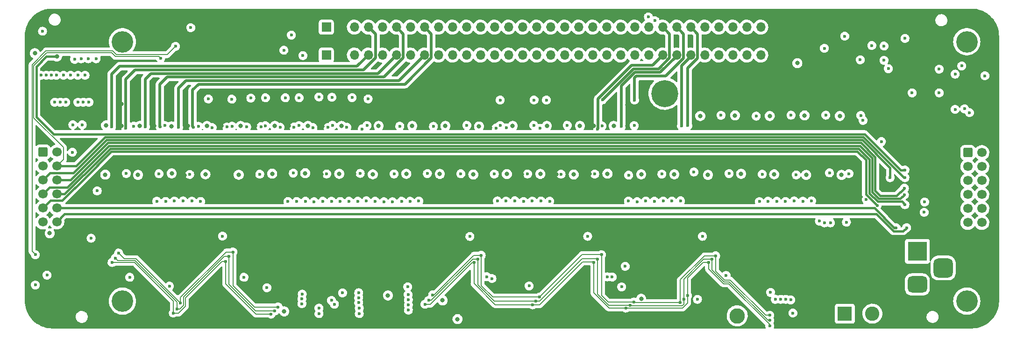
<source format=gbr>
%TF.GenerationSoftware,KiCad,Pcbnew,(6.0.0-0)*%
%TF.CreationDate,2022-08-16T20:21:51-06:00*%
%TF.ProjectId,FlippyDriver,466c6970-7079-4447-9269-7665722e6b69,C*%
%TF.SameCoordinates,Original*%
%TF.FileFunction,Copper,L2,Inr*%
%TF.FilePolarity,Positive*%
%FSLAX46Y46*%
G04 Gerber Fmt 4.6, Leading zero omitted, Abs format (unit mm)*
G04 Created by KiCad (PCBNEW (6.0.0-0)) date 2022-08-16 20:21:51*
%MOMM*%
%LPD*%
G01*
G04 APERTURE LIST*
G04 Aperture macros list*
%AMRoundRect*
0 Rectangle with rounded corners*
0 $1 Rounding radius*
0 $2 $3 $4 $5 $6 $7 $8 $9 X,Y pos of 4 corners*
0 Add a 4 corners polygon primitive as box body*
4,1,4,$2,$3,$4,$5,$6,$7,$8,$9,$2,$3,0*
0 Add four circle primitives for the rounded corners*
1,1,$1+$1,$2,$3*
1,1,$1+$1,$4,$5*
1,1,$1+$1,$6,$7*
1,1,$1+$1,$8,$9*
0 Add four rect primitives between the rounded corners*
20,1,$1+$1,$2,$3,$4,$5,0*
20,1,$1+$1,$4,$5,$6,$7,0*
20,1,$1+$1,$6,$7,$8,$9,0*
20,1,$1+$1,$8,$9,$2,$3,0*%
G04 Aperture macros list end*
%TA.AperFunction,ComponentPad*%
%ADD10R,1.700000X1.700000*%
%TD*%
%TA.AperFunction,ComponentPad*%
%ADD11O,1.700000X1.700000*%
%TD*%
%TA.AperFunction,ComponentPad*%
%ADD12C,3.900000*%
%TD*%
%TA.AperFunction,ComponentPad*%
%ADD13C,4.900000*%
%TD*%
%TA.AperFunction,ComponentPad*%
%ADD14R,3.500000X3.500000*%
%TD*%
%TA.AperFunction,ComponentPad*%
%ADD15RoundRect,0.750000X1.000000X-0.750000X1.000000X0.750000X-1.000000X0.750000X-1.000000X-0.750000X0*%
%TD*%
%TA.AperFunction,ComponentPad*%
%ADD16RoundRect,0.875000X0.875000X-0.875000X0.875000X0.875000X-0.875000X0.875000X-0.875000X-0.875000X0*%
%TD*%
%TA.AperFunction,ComponentPad*%
%ADD17C,2.800000*%
%TD*%
%TA.AperFunction,ComponentPad*%
%ADD18R,2.600000X2.600000*%
%TD*%
%TA.AperFunction,ComponentPad*%
%ADD19C,2.600000*%
%TD*%
%TA.AperFunction,ComponentPad*%
%ADD20RoundRect,0.250000X-0.600000X-0.600000X0.600000X-0.600000X0.600000X0.600000X-0.600000X0.600000X0*%
%TD*%
%TA.AperFunction,ComponentPad*%
%ADD21C,1.700000*%
%TD*%
%TA.AperFunction,ViaPad*%
%ADD22C,0.600000*%
%TD*%
%TA.AperFunction,ViaPad*%
%ADD23C,0.800000*%
%TD*%
%TA.AperFunction,ViaPad*%
%ADD24C,1.600000*%
%TD*%
%TA.AperFunction,Conductor*%
%ADD25C,0.500000*%
%TD*%
%TA.AperFunction,Conductor*%
%ADD26C,0.200000*%
%TD*%
%TA.AperFunction,Conductor*%
%ADD27C,0.400000*%
%TD*%
G04 APERTURE END LIST*
D10*
%TO.N,PIN_LED-*%
%TO.C,J3*%
X110230000Y-76340000D03*
X110230000Y-71260000D03*
D11*
%TO.N,+24V*%
X112770000Y-76340000D03*
X112770000Y-71260000D03*
%TO.N,ROW_2_RESET*%
X115310000Y-76340000D03*
%TO.N,ROW_2_SET*%
X115310000Y-71260000D03*
%TO.N,ROW_4_RESET*%
X117850000Y-76340000D03*
%TO.N,ROW_4_SET*%
X117850000Y-71260000D03*
%TO.N,ROW_6_RESET*%
X120390000Y-76340000D03*
%TO.N,ROW_6_SET*%
X120390000Y-71260000D03*
%TO.N,ROW_8_RESET*%
X122930000Y-76340000D03*
%TO.N,ROW_8_SET*%
X122930000Y-71260000D03*
%TO.N,ROW_10_RESET*%
X125470000Y-76340000D03*
%TO.N,ROW_10_SET*%
X125470000Y-71260000D03*
%TO.N,ROW_12_RESET*%
X128010000Y-76340000D03*
%TO.N,ROW_12_SET*%
X128010000Y-71260000D03*
%TO.N,ROW_14_RESET*%
X130550000Y-76340000D03*
%TO.N,ROW_14_SET*%
X130550000Y-71260000D03*
%TO.N,ROW_16_RESET*%
X133090000Y-76340000D03*
%TO.N,ROW_16_SET*%
X133090000Y-71260000D03*
%TO.N,ROW_15_RESET*%
X135630000Y-76340000D03*
%TO.N,ROW_15_SET*%
X135630000Y-71260000D03*
%TO.N,ROW_13_RESET*%
X138170000Y-76340000D03*
%TO.N,ROW_13_SET*%
X138170000Y-71260000D03*
%TO.N,ROW_11_RESET*%
X140710000Y-76340000D03*
%TO.N,ROW_11_SET*%
X140710000Y-71260000D03*
%TO.N,ROW_9_RESET*%
X143250000Y-76340000D03*
%TO.N,ROW_9_SET*%
X143250000Y-71260000D03*
%TO.N,ROW_7_RESET*%
X145790000Y-76340000D03*
%TO.N,ROW_7_SET*%
X145790000Y-71260000D03*
%TO.N,ROW_5_RESET*%
X148330000Y-76340000D03*
%TO.N,ROW_5_SET*%
X148330000Y-71260000D03*
%TO.N,ROW_3_RESET*%
X150870000Y-76340000D03*
%TO.N,ROW_3_SET*%
X150870000Y-71260000D03*
%TO.N,ROW_1_RESET*%
X153410000Y-76340000D03*
%TO.N,ROW_1_SET*%
X153410000Y-71260000D03*
%TO.N,COL_2*%
X155950000Y-76340000D03*
%TO.N,COL_1*%
X155950000Y-71260000D03*
%TO.N,COL_4*%
X158490000Y-76340000D03*
%TO.N,COL_3*%
X158490000Y-71260000D03*
%TO.N,COL_6*%
X161030000Y-76340000D03*
%TO.N,COL_5*%
X161030000Y-71260000D03*
%TO.N,COL_8*%
X163570000Y-76340000D03*
%TO.N,COL_7*%
X163570000Y-71260000D03*
%TO.N,COL_10*%
X166110000Y-76340000D03*
%TO.N,COL_9*%
X166110000Y-71260000D03*
%TO.N,COL_12*%
X168650000Y-76340000D03*
%TO.N,COL_11*%
X168650000Y-71260000D03*
%TO.N,COL_14*%
X171190000Y-76340000D03*
%TO.N,COL_13*%
X171190000Y-71260000D03*
%TO.N,COL_16*%
X173730000Y-76340000D03*
%TO.N,COL_15*%
X173730000Y-71260000D03*
%TO.N,COL_18*%
X176270000Y-76340000D03*
%TO.N,COL_17*%
X176270000Y-71260000D03*
%TO.N,COL_20*%
X178810000Y-76340000D03*
%TO.N,COL_19*%
X178810000Y-71260000D03*
%TO.N,COL_22*%
X181350000Y-76340000D03*
%TO.N,COL_21*%
X181350000Y-71260000D03*
%TO.N,COL_24*%
X183890000Y-76340000D03*
%TO.N,COL_23*%
X183890000Y-71260000D03*
%TO.N,COL_26*%
X186430000Y-76340000D03*
%TO.N,COL_25*%
X186430000Y-71260000D03*
%TO.N,COL_28*%
X188970000Y-76340000D03*
%TO.N,COL_27*%
X188970000Y-71260000D03*
%TD*%
D12*
%TO.N,PIN_GND*%
%TO.C,H1*%
X226314000Y-73914000D03*
%TD*%
%TO.N,PIN_GND*%
%TO.C,H2*%
X73279000Y-73914000D03*
%TD*%
%TO.N,PIN_GND*%
%TO.C,H4*%
X73279000Y-121031000D03*
%TD*%
D13*
%TO.N,PIN_GND*%
%TO.C,H5*%
X171577000Y-83312000D03*
%TD*%
D12*
%TO.N,PIN_GND*%
%TO.C,H3*%
X226314000Y-121031000D03*
%TD*%
D14*
%TO.N,PIN_24V*%
%TO.C,J5*%
X217342500Y-112000000D03*
D15*
%TO.N,PIN_GND*%
X217342500Y-118000000D03*
D16*
%TO.N,N/C*%
X222042500Y-115000000D03*
%TD*%
D17*
%TO.N,PIN_GND*%
%TO.C,TP6*%
X184700000Y-123700000D03*
%TD*%
D18*
%TO.N,PIN_24V*%
%TO.C,J7*%
X204200000Y-123305000D03*
D19*
%TO.N,PIN_GND*%
X209200000Y-123305000D03*
%TD*%
D20*
%TO.N,VCC*%
%TO.C,J1*%
X226497500Y-94050000D03*
D21*
%TO.N,PIN_GND*%
X229037500Y-94050000D03*
%TO.N,MTX_DIN*%
X226497500Y-96590000D03*
%TO.N,PULSE_ENABLE_IN*%
X229037500Y-96590000D03*
%TO.N,MTX_LATCH*%
X226497500Y-99130000D03*
%TO.N,COL_PULSE_N*%
X229037500Y-99130000D03*
%TO.N,MTX_CLK*%
X226497500Y-101670000D03*
%TO.N,ROW_PULSE_N*%
X229037500Y-101670000D03*
%TO.N,MTX_RST*%
X226497500Y-104210000D03*
%TO.N,I2C_SCL*%
X229037500Y-104210000D03*
%TO.N,unconnected-(J1-Pad11)*%
X226497500Y-106750000D03*
%TO.N,I2C_SDA*%
X229037500Y-106750000D03*
%TD*%
D20*
%TO.N,VCC*%
%TO.C,J2*%
X58847500Y-93950000D03*
D21*
%TO.N,PIN_GND*%
X61387500Y-93950000D03*
%TO.N,MTX_DOUT*%
X58847500Y-96490000D03*
%TO.N,PULSE_ENABLE_IN*%
X61387500Y-96490000D03*
%TO.N,MTX_LATCH*%
X58847500Y-99030000D03*
%TO.N,COL_PULSE_N*%
X61387500Y-99030000D03*
%TO.N,MTX_CLK*%
X58847500Y-101570000D03*
%TO.N,ROW_PULSE_N*%
X61387500Y-101570000D03*
%TO.N,MTX_RST*%
X58847500Y-104110000D03*
%TO.N,I2C_SCL*%
X61387500Y-104110000D03*
%TO.N,unconnected-(J2-Pad11)*%
X58847500Y-106650000D03*
%TO.N,I2C_SDA*%
X61387500Y-106650000D03*
%TD*%
D22*
%TO.N,ROW_1_SET*%
X116734450Y-89766926D03*
%TO.N,ROW_1_RESET*%
X113950688Y-89450688D03*
%TO.N,ROW_3_SET*%
X117800000Y-84300000D03*
%TO.N,ROW_3_RESET*%
X114900000Y-84050000D03*
%TO.N,COL_7*%
X141750000Y-84500500D03*
%TO.N,ROW_4_SET*%
X73905743Y-89595633D03*
%TO.N,COL_8*%
X141009669Y-89591706D03*
%TO.N,ROW_4_RESET*%
X71300000Y-89400000D03*
%TO.N,COL_9*%
X147878528Y-84500500D03*
%TO.N,ROW_5_SET*%
X110534574Y-89466802D03*
%TO.N,COL_10*%
X142834339Y-89565659D03*
%TO.N,ROW_5_RESET*%
X107800688Y-89500688D03*
%TO.N,COL_11*%
X150125458Y-84500500D03*
%TO.N,COL_12*%
X148954539Y-89648948D03*
%TO.N,COL_13*%
X160295016Y-84450500D03*
%TO.N,ROW_7_SET*%
X111250000Y-84000000D03*
%TO.N,COL_14*%
X159393090Y-89796490D03*
%TO.N,ROW_7_RESET*%
X108900000Y-83950000D03*
%TO.N,COL_15*%
X166100000Y-84500000D03*
%TO.N,ROW_8_SET*%
X80095463Y-89342379D03*
%TO.N,COL_16*%
X163699500Y-89300000D03*
%TO.N,ROW_8_RESET*%
X77450688Y-89350688D03*
%TO.N,COL_17*%
X175750000Y-89150000D03*
%TO.N,ROW_9_SET*%
X104377611Y-89423764D03*
%TO.N,COL_18*%
X174600000Y-89200000D03*
%TO.N,ROW_9_RESET*%
X101846692Y-89454683D03*
%TO.N,ROW_11_SET*%
X105300000Y-84100000D03*
%TO.N,ROW_11_RESET*%
X102800000Y-84100000D03*
%TO.N,ROW_12_SET*%
X86110106Y-89410106D03*
%TO.N,ROW_12_RESET*%
X83450688Y-89450688D03*
%TO.N,ROW_13_SET*%
X98375682Y-89352193D03*
%TO.N,ROW_13_RESET*%
X95800000Y-89400000D03*
%TO.N,ROW_14_SET*%
X93100000Y-84350000D03*
%TO.N,COL_28*%
X207500000Y-88200000D03*
%TO.N,ROW_14_RESET*%
X88850500Y-84300000D03*
%TO.N,ROW_16_SET*%
X92200688Y-89400688D03*
%TO.N,ROW_15_SET*%
X99200000Y-84100000D03*
%TO.N,ROW_16_RESET*%
X89544744Y-89500000D03*
%TO.N,ROW_15_RESET*%
X96550000Y-84150000D03*
%TO.N,ROW_A_2*%
X72600000Y-112300000D03*
X83800000Y-121400000D03*
X93300000Y-112100000D03*
X101500000Y-122100000D03*
X63000000Y-84900000D03*
%TO.N,ROW_A_1*%
X100900000Y-122800000D03*
X62000000Y-84900000D03*
X92600000Y-112900000D03*
X83200000Y-122500000D03*
X72000000Y-113200000D03*
%TO.N,ROW_A_0*%
X61000000Y-84900000D03*
X82500000Y-123200000D03*
X71400000Y-114000000D03*
X92000000Y-113800000D03*
X100200000Y-123400000D03*
%TO.N,COL_A_0*%
X190600000Y-125500000D03*
X179500000Y-114000000D03*
X65200000Y-84900000D03*
X128100000Y-121600000D03*
X175700000Y-120000000D03*
X158700000Y-114000000D03*
X137000000Y-114000000D03*
X147600000Y-121700000D03*
X164500000Y-122300000D03*
%TO.N,COL_A_1*%
X190600000Y-124500000D03*
X148200000Y-121000000D03*
X165300000Y-121773500D03*
X137700000Y-113400000D03*
X128800000Y-120900000D03*
X159400000Y-113400000D03*
X66200000Y-84900000D03*
X180100000Y-113400000D03*
X175000000Y-120700000D03*
%TO.N,COL_A_2*%
X148877708Y-120277708D03*
X67200000Y-84900000D03*
X129500000Y-119900000D03*
X190600000Y-123600000D03*
X174400000Y-121300000D03*
X166000000Y-121200000D03*
X138300000Y-112700000D03*
X180800000Y-112800000D03*
X160100000Y-112600000D03*
%TO.N,COL_26_SINK*%
X200500000Y-106800000D03*
X192600000Y-120700000D03*
%TO.N,COL_25_SINK*%
X199600000Y-106500000D03*
X191600000Y-120700000D03*
%TO.N,COL_28_SINK*%
X194400000Y-120800000D03*
X204500000Y-106700000D03*
%TO.N,COL_27_SINK*%
X193500000Y-120700000D03*
X201600000Y-106800000D03*
%TO.N,VCC*%
X124980000Y-118420000D03*
X229600000Y-80100000D03*
X169800000Y-70100000D03*
X190743750Y-119443750D03*
X136250000Y-109275000D03*
X67600000Y-109600000D03*
X85657500Y-71357500D03*
X177500000Y-120700000D03*
X210845516Y-92059511D03*
X81800000Y-118300000D03*
X91425000Y-109225000D03*
X99450000Y-118600000D03*
X216400000Y-83200000D03*
X58500000Y-80000000D03*
X163762500Y-118437500D03*
X146982500Y-118267500D03*
X178395000Y-109255000D03*
X113165000Y-119535000D03*
X57500000Y-118100000D03*
X58800000Y-72000000D03*
X157595000Y-109255000D03*
X102537500Y-75462500D03*
%TO.N,I2C_SCL*%
X211300000Y-74700000D03*
X224200000Y-79800000D03*
X224200000Y-86200000D03*
X213500000Y-107700000D03*
X221300000Y-78900000D03*
%TO.N,I2C_SDA*%
X221300000Y-83200000D03*
X211300000Y-77300000D03*
X215400000Y-107700000D03*
D23*
%TO.N,PIN_GND*%
X106400000Y-97800000D03*
X142950000Y-97950000D03*
X185400000Y-97900000D03*
X76400000Y-89200000D03*
X57400000Y-76000000D03*
X203300000Y-87400000D03*
X156200000Y-89200000D03*
X121400000Y-120000000D03*
X125800000Y-89200000D03*
X184300000Y-87300000D03*
X60100000Y-108700000D03*
X88325000Y-98000000D03*
X179400000Y-98100000D03*
X190600000Y-87400000D03*
X124725000Y-97900000D03*
X144000000Y-89200000D03*
D22*
X200500000Y-75100000D03*
D23*
X197200000Y-98100000D03*
X134000000Y-124300000D03*
X162300000Y-89200000D03*
D22*
X161179895Y-116620104D03*
X62600000Y-80000000D03*
D23*
X112575000Y-97900000D03*
X136875000Y-98025000D03*
X196900000Y-87300000D03*
X137900000Y-89300000D03*
X150200000Y-89200000D03*
D22*
X139300000Y-116600000D03*
X164400000Y-114700000D03*
D23*
X100425000Y-97875000D03*
X70300000Y-89100000D03*
X131300000Y-120900000D03*
X191400000Y-98000000D03*
X155075000Y-98025000D03*
X167300000Y-98000000D03*
X113000000Y-89200000D03*
X82165879Y-89296544D03*
X94350000Y-98075000D03*
X203600000Y-98100000D03*
X161175000Y-97875000D03*
D22*
X105800000Y-120600000D03*
D23*
X119700000Y-89200000D03*
X88600000Y-89200000D03*
X173300000Y-98000000D03*
X100900000Y-89200000D03*
D22*
X225900000Y-86100000D03*
D23*
X149025000Y-97925000D03*
X70163714Y-98063714D03*
X167300000Y-120600000D03*
X82205503Y-97819497D03*
X76100000Y-98100000D03*
X118650000Y-98000000D03*
X130800000Y-97925000D03*
D22*
X207000000Y-77200000D03*
D23*
X94700000Y-89200000D03*
D22*
X64206033Y-94000000D03*
D23*
X102600000Y-122900000D03*
X131800000Y-89200000D03*
X106900000Y-89200000D03*
X195600000Y-77800000D03*
X178000000Y-87400000D03*
%TO.N,+24V*%
X115300000Y-97900000D03*
X134400000Y-89200000D03*
X164800000Y-85400000D03*
X97326500Y-89200000D03*
X127300000Y-98000000D03*
X139400000Y-98000000D03*
X128300000Y-89200000D03*
X145700000Y-98000000D03*
X199500000Y-87400000D03*
X72600000Y-97900000D03*
X186800000Y-87300000D03*
D22*
X196127708Y-109227708D03*
D23*
X152600000Y-89200000D03*
X163700000Y-98100000D03*
X206200000Y-98000000D03*
X146600000Y-89200000D03*
D22*
X175900000Y-109300000D03*
D23*
X180500000Y-87400000D03*
X73100000Y-89200000D03*
X85118837Y-89200000D03*
D22*
X57500000Y-119900000D03*
X134300000Y-109300000D03*
D23*
X79039504Y-89196963D03*
X164800000Y-89200000D03*
D24*
X206000000Y-108200000D03*
D23*
X161099999Y-85400001D03*
D22*
X122700000Y-109300000D03*
D23*
X87600000Y-85400000D03*
X91200000Y-89200000D03*
X84500000Y-98200000D03*
X115700000Y-89200000D03*
X169800000Y-98000000D03*
X122200000Y-89200000D03*
D22*
X111200000Y-109300000D03*
D23*
X139900000Y-89500000D03*
X158700000Y-89200000D03*
X78800000Y-85300000D03*
X182000000Y-98000000D03*
X78700000Y-97967447D03*
X194100000Y-98000000D03*
X200100000Y-98000000D03*
X188000000Y-97900000D03*
X109300000Y-98000000D03*
X84700000Y-85300000D03*
X121100000Y-98000000D03*
D24*
X203000000Y-108300000D03*
D23*
X109500000Y-89300000D03*
X193200000Y-87400000D03*
X103000000Y-97900000D03*
D22*
X88100000Y-109200000D03*
D23*
X70100000Y-79800000D03*
X133400000Y-98000000D03*
X103400000Y-89200000D03*
X73106243Y-85217396D03*
X157900000Y-97900000D03*
X175672205Y-97872205D03*
X97000000Y-98000000D03*
X158000000Y-85400000D03*
X151900000Y-98000000D03*
X205500000Y-87300000D03*
X90900000Y-98200000D03*
D22*
X155200000Y-109200000D03*
%TO.N,USER_LED*%
X63900000Y-80000000D03*
X59600000Y-116300000D03*
%TO.N,PULSE_ENABLE*%
X57500000Y-112600000D03*
X82900000Y-74747500D03*
X108900000Y-123300000D03*
X116200000Y-123300000D03*
%TO.N,MTX_DOUT*%
X68500000Y-77000000D03*
%TO.N,ISCP_PB1_MISO*%
X209100000Y-74600000D03*
X105975000Y-76425000D03*
%TO.N,ISCP_PB5_RST*%
X212100000Y-78800000D03*
X226800000Y-86800000D03*
%TO.N,COL_17_24_SINK_EN*%
X125100000Y-121750000D03*
X182685445Y-116373500D03*
%TO.N,COL_1_8_SINK_EN*%
X125050000Y-119850000D03*
X140250000Y-116925000D03*
%TO.N,COL_9_16_SINK_EN*%
X125100000Y-120800000D03*
X162044309Y-116639756D03*
%TO.N,COL_25_28_SINK_EN*%
X125100000Y-122650000D03*
X194800000Y-123200000D03*
%TO.N,COL_BANK_0*%
X66000000Y-89000000D03*
X116100000Y-119500000D03*
%TO.N,COL_BANK_1*%
X116100000Y-120400000D03*
X61300000Y-80000000D03*
%TO.N,COL_SOURCE*%
X60400000Y-80000000D03*
X116100000Y-121300000D03*
%TO.N,ROW_SOURCE*%
X105800000Y-121500000D03*
X59500000Y-80000000D03*
%TO.N,ROW_BANK*%
X64300000Y-89000000D03*
X105863249Y-119763250D03*
%TO.N,I2C_EN*%
X66500000Y-80000000D03*
X225400000Y-78300000D03*
%TO.N,I2C_PULLUP*%
X65200000Y-80000000D03*
X215100000Y-73300000D03*
%TO.N,Net-(Q3-Pad4)*%
X123550000Y-89250000D03*
X119075000Y-102875000D03*
%TO.N,Net-(Q4-Pad4)*%
X117495000Y-102805000D03*
X122525000Y-97925000D03*
%TO.N,Net-(Q5-Pad4)*%
X129650000Y-89275000D03*
X122235000Y-102985000D03*
%TO.N,Net-(Q6-Pad4)*%
X120655000Y-102980000D03*
X128550000Y-97850000D03*
%TO.N,Net-(Q7-Pad4)*%
X135700000Y-89100000D03*
X125425000Y-102900000D03*
%TO.N,Net-(Q8-Pad4)*%
X134600000Y-97900000D03*
X123862292Y-102882292D03*
%TO.N,Net-(Q9-Pad4)*%
X141225000Y-102825000D03*
X141750000Y-89125000D03*
%TO.N,Net-(Q10-Pad4)*%
X126975000Y-102850000D03*
X140675000Y-97950000D03*
%TO.N,Net-(Q11-Pad4)*%
X147825000Y-89100000D03*
X144391666Y-102808334D03*
%TO.N,Net-(Q12-Pad4)*%
X146700000Y-97925000D03*
X142808333Y-102866667D03*
%TO.N,Net-(Q13-Pad4)*%
X153900000Y-89100000D03*
X147558332Y-102858332D03*
%TO.N,Net-(Q14-Pad4)*%
X152775000Y-97975000D03*
X145974999Y-102925001D03*
%TO.N,Net-(Q15-Pad4)*%
X150725000Y-102875000D03*
X160199001Y-89211533D03*
%TO.N,Net-(Q16-Pad4)*%
X158875000Y-97950000D03*
X149141665Y-102833335D03*
%TO.N,Net-(Q17-Pad4)*%
X166025000Y-89150000D03*
X166550000Y-102975000D03*
%TO.N,Net-(Q18-Pad4)*%
X164975000Y-102850000D03*
X165025000Y-98150000D03*
%TO.N,Net-(Q19-Pad4)*%
X171050000Y-97950000D03*
X168125000Y-102850000D03*
%TO.N,Net-(Q20-Pad4)*%
X176852708Y-97577708D03*
X169700000Y-102875000D03*
%TO.N,Net-(Q21-Pad4)*%
X181750000Y-87275000D03*
X171275000Y-102850000D03*
%TO.N,Net-(Q22-Pad4)*%
X183225000Y-97850000D03*
X172848708Y-102850844D03*
%TO.N,Net-(Q23-Pad4)*%
X188150000Y-87425000D03*
X174425000Y-102800000D03*
%TO.N,Net-(Q24-Pad4)*%
X188725000Y-102950000D03*
X189250000Y-97975000D03*
%TO.N,Net-(Q25-Pad4)*%
X194450000Y-87250000D03*
X190300000Y-102875000D03*
%TO.N,Net-(Q26-Pad4)*%
X191875000Y-102900000D03*
X195400000Y-98100000D03*
%TO.N,Net-(Q27-Pad4)*%
X193450000Y-102925000D03*
X200750000Y-87250000D03*
%TO.N,Net-(Q28-Pad4)*%
X195025000Y-102825000D03*
X201422023Y-97730111D03*
%TO.N,Net-(Q29-Pad4)*%
X196600000Y-102875000D03*
X207100000Y-87300000D03*
%TO.N,Net-(Q30-Pad4)*%
X198175000Y-102825000D03*
X204950000Y-97875000D03*
%TO.N,Net-(Q31-Pad4)*%
X116375000Y-97825000D03*
X114335000Y-102885000D03*
%TO.N,Net-(Q32-Pad4)*%
X75325000Y-89250000D03*
X81108333Y-102916667D03*
%TO.N,Net-(Q33-Pad4)*%
X115915000Y-102890000D03*
X117599001Y-89125000D03*
%TO.N,Net-(Q34-Pad4)*%
X79519863Y-102869863D03*
X73978170Y-97846830D03*
%TO.N,Net-(Q35-Pad4)*%
X110300000Y-97925000D03*
X111175000Y-102875000D03*
%TO.N,Net-(Q36-Pad4)*%
X81000000Y-89150000D03*
X84274999Y-102825001D03*
%TO.N,Net-(Q37-Pad4)*%
X112755000Y-102920000D03*
X111350000Y-89075000D03*
%TO.N,Net-(Q38-Pad4)*%
X79900000Y-97900000D03*
X82691666Y-102858334D03*
%TO.N,Net-(Q39-Pad4)*%
X108015000Y-102965000D03*
X104250000Y-97770478D03*
%TO.N,Net-(Q40-Pad4)*%
X87441665Y-102916665D03*
X87075000Y-89275000D03*
%TO.N,Net-(Q41-Pad4)*%
X105300000Y-89150000D03*
X109595000Y-102880000D03*
%TO.N,Net-(Q42-Pad4)*%
X85467000Y-98017954D03*
X85858332Y-102866668D03*
%TO.N,Net-(Q43-Pad4)*%
X104855000Y-102920000D03*
X98175000Y-97975000D03*
%TO.N,Net-(Q44-Pad4)*%
X93150000Y-89250000D03*
X103275000Y-102925000D03*
%TO.N,Net-(Q45-Pad4)*%
X106435000Y-102885000D03*
X99200000Y-89175000D03*
%TO.N,TEMP_SENSE_1*%
X103900000Y-72700000D03*
X168600000Y-69400000D03*
%TO.N,ROW_PULSE_N*%
X218666511Y-103033489D03*
X108900000Y-122300000D03*
X208100000Y-102600000D03*
X218600000Y-104900000D03*
X215100000Y-103500000D03*
%TO.N,COL_PULSE_N*%
X215000000Y-100500000D03*
X116200000Y-122300000D03*
X68700000Y-101000000D03*
%TO.N,ROW_SINK_EVENS*%
X74600000Y-116700000D03*
X111173500Y-120903319D03*
%TO.N,ROW_SINK_ODDS*%
X95300000Y-116700000D03*
X111700000Y-121600000D03*
%TO.N,MTX_RST*%
X67100000Y-77000000D03*
X204200000Y-72900000D03*
X210055503Y-103644497D03*
%TO.N,MTX_CLK*%
X65800000Y-77000000D03*
X215000000Y-101700000D03*
%TO.N,MTX_LATCH*%
X64600000Y-77100000D03*
X212400000Y-98600000D03*
%TO.N,MTX_DIN*%
X215100000Y-97200000D03*
D23*
X61400000Y-76600000D03*
D22*
%TO.N,PULSE_ENABLE_IN*%
X80200000Y-76900000D03*
X215100000Y-98600000D03*
%TD*%
D25*
%TO.N,ROW_4_SET*%
X73905743Y-80712805D02*
X73905743Y-89595633D01*
X119140489Y-76816587D02*
X116932565Y-79024511D01*
X116932565Y-79024511D02*
X75594037Y-79024511D01*
X75594037Y-79024511D02*
X73905743Y-80712805D01*
X117850000Y-71260000D02*
X119140489Y-72550489D01*
X119140489Y-72550489D02*
X119140489Y-76816587D01*
%TO.N,ROW_4_RESET*%
X115815000Y-78375000D02*
X72725000Y-78375000D01*
X72725000Y-78375000D02*
X71300000Y-79800000D01*
X117850000Y-76340000D02*
X115815000Y-78375000D01*
X71300000Y-79800000D02*
X71300000Y-89400000D01*
%TO.N,COL_13*%
X170447565Y-78849511D02*
X165869037Y-78849511D01*
X172439511Y-72509511D02*
X172439511Y-76857565D01*
X171190000Y-71260000D02*
X172439511Y-72509511D01*
X160295016Y-84423532D02*
X160295016Y-84450500D01*
X165869037Y-78849511D02*
X160295016Y-84423532D01*
X172439511Y-76857565D02*
X170447565Y-78849511D01*
%TO.N,COL_14*%
X171190000Y-76340000D02*
X169330000Y-78200000D01*
X169330000Y-78200000D02*
X165556271Y-78200000D01*
X159499501Y-89690079D02*
X159393090Y-89796490D01*
X165556271Y-78200000D02*
X159499501Y-84256770D01*
X159499501Y-84256770D02*
X159499501Y-89690079D01*
%TO.N,COL_15*%
X166100000Y-80455644D02*
X166100000Y-84500000D01*
X174979511Y-72509511D02*
X174979511Y-76920489D01*
X166407111Y-80148533D02*
X166100000Y-80455644D01*
X174979511Y-76920489D02*
X171751467Y-80148533D01*
X173730000Y-71260000D02*
X174979511Y-72509511D01*
X171751467Y-80148533D02*
X166407111Y-80148533D01*
%TO.N,ROW_8_SET*%
X122930000Y-71260000D02*
X124179511Y-72509511D01*
X81376467Y-80323533D02*
X80077230Y-81622770D01*
X80077230Y-89324146D02*
X80095463Y-89342379D01*
X124179511Y-72509511D02*
X124179511Y-76857565D01*
X124179511Y-76857565D02*
X120713543Y-80323533D01*
X80077230Y-81622770D02*
X80077230Y-89324146D01*
X120713543Y-80323533D02*
X81376467Y-80323533D01*
%TO.N,COL_16*%
X173730000Y-76340000D02*
X173730000Y-76485623D01*
X166138074Y-79499022D02*
X163699500Y-81937596D01*
X173730000Y-76485623D02*
X170716601Y-79499022D01*
X163699500Y-81937596D02*
X163699500Y-89300000D01*
X170716601Y-79499022D02*
X166138074Y-79499022D01*
%TO.N,ROW_8_RESET*%
X78425978Y-79674022D02*
X77400000Y-80700000D01*
X77400000Y-89300000D02*
X77450688Y-89350688D01*
X122930000Y-76340000D02*
X119595978Y-79674022D01*
X119595978Y-79674022D02*
X78425978Y-79674022D01*
X77400000Y-80700000D02*
X77400000Y-89300000D01*
%TO.N,COL_17*%
X176270000Y-71260000D02*
X177519511Y-72509511D01*
X175750000Y-78675000D02*
X175750000Y-89150000D01*
X177519511Y-76905489D02*
X175750000Y-78675000D01*
X177519511Y-72509511D02*
X177519511Y-76905489D01*
%TO.N,COL_18*%
X176270000Y-76340000D02*
X176270000Y-76580000D01*
X174600000Y-78250000D02*
X174600000Y-89200000D01*
X176270000Y-76580000D02*
X174600000Y-78250000D01*
%TO.N,ROW_12_SET*%
X129259511Y-72509511D02*
X129259511Y-76857565D01*
X86000000Y-89300000D02*
X86110106Y-89410106D01*
X128010000Y-71260000D02*
X129259511Y-72509511D01*
X129259511Y-76857565D02*
X124494521Y-81622555D01*
X124494521Y-81622555D02*
X87077445Y-81622555D01*
X87077445Y-81622555D02*
X86000000Y-82700000D01*
X86000000Y-82700000D02*
X86000000Y-89300000D01*
%TO.N,ROW_12_RESET*%
X128010000Y-76340000D02*
X123376956Y-80973044D01*
X84826956Y-80973044D02*
X83450688Y-82349312D01*
X83450688Y-82349312D02*
X83450688Y-89450688D01*
X123376956Y-80973044D02*
X84826956Y-80973044D01*
D26*
%TO.N,ROW_A_2*%
X83800000Y-121400000D02*
X83800000Y-121376488D01*
X93300000Y-112100000D02*
X92076488Y-112100000D01*
X101500000Y-122100000D02*
X97200000Y-122100000D01*
X75723512Y-113300000D02*
X73600000Y-113300000D01*
X97200000Y-122100000D02*
X93300000Y-118200000D01*
X92076488Y-112100000D02*
X83800000Y-120376488D01*
X83800000Y-121376488D02*
X75723512Y-113300000D01*
X83800000Y-120376488D02*
X83800000Y-121400000D01*
X73600000Y-113300000D02*
X72600000Y-112300000D01*
X93300000Y-118200000D02*
X93300000Y-112100000D01*
%TO.N,ROW_A_1*%
X84373489Y-120264755D02*
X84373489Y-121826511D01*
X100900000Y-122800000D02*
X97438244Y-122800000D01*
X84373489Y-121826511D02*
X83700000Y-122500000D01*
X72426511Y-113626511D02*
X72000000Y-113200000D01*
X91738244Y-112900000D02*
X84373489Y-120264755D01*
X97438244Y-122800000D02*
X92600000Y-117961756D01*
X92600000Y-112900000D02*
X91738244Y-112900000D01*
X83200000Y-121238244D02*
X75588267Y-113626511D01*
X83700000Y-122500000D02*
X83200000Y-122500000D01*
X75588267Y-113626511D02*
X72426511Y-113626511D01*
X83200000Y-122500000D02*
X83200000Y-121238244D01*
X92600000Y-117961756D02*
X92600000Y-112900000D01*
%TO.N,ROW_A_0*%
X83461756Y-123200000D02*
X82500000Y-123200000D01*
X84700000Y-121961756D02*
X83461756Y-123200000D01*
X100200000Y-123400000D02*
X97500000Y-123400000D01*
X92000000Y-117900000D02*
X92000000Y-113800000D01*
X82500000Y-121000000D02*
X75500000Y-114000000D01*
X97500000Y-123400000D02*
X92000000Y-117900000D01*
X91300000Y-113800000D02*
X84700000Y-120400000D01*
X84700000Y-120400000D02*
X84700000Y-121961756D01*
X75500000Y-114000000D02*
X71400000Y-114000000D01*
X92000000Y-113800000D02*
X91300000Y-113800000D01*
X82500000Y-123200000D02*
X82500000Y-121000000D01*
%TO.N,COL_A_0*%
X158700000Y-119523512D02*
X158700000Y-114000000D01*
X175700000Y-116800000D02*
X175700000Y-120000000D01*
X140876488Y-121700000D02*
X137000000Y-117823512D01*
X174800000Y-122300000D02*
X164500000Y-122300000D01*
X175700000Y-121400000D02*
X174800000Y-122300000D01*
X161476488Y-122300000D02*
X158700000Y-119523512D01*
X190600000Y-125300000D02*
X183200000Y-117900000D01*
X137000000Y-114000000D02*
X136700000Y-114000000D01*
X164500000Y-122300000D02*
X161476488Y-122300000D01*
X147600000Y-121700000D02*
X140876488Y-121700000D01*
X182200000Y-117900000D02*
X179500000Y-115200000D01*
X183200000Y-117900000D02*
X182200000Y-117900000D01*
X129100000Y-121600000D02*
X128100000Y-121600000D01*
X179500000Y-115200000D02*
X179500000Y-114000000D01*
X178500000Y-114000000D02*
X175700000Y-116800000D01*
X136700000Y-114000000D02*
X129100000Y-121600000D01*
X158600000Y-113900000D02*
X158700000Y-114000000D01*
X147600000Y-121700000D02*
X148900000Y-121700000D01*
X175700000Y-120000000D02*
X175700000Y-121400000D01*
X190600000Y-125500000D02*
X190600000Y-125300000D01*
X137000000Y-117823512D02*
X137000000Y-114000000D01*
X179500000Y-114000000D02*
X178500000Y-114000000D01*
X148900000Y-121700000D02*
X156700000Y-113900000D01*
X156700000Y-113900000D02*
X158600000Y-113900000D01*
%TO.N,COL_A_1*%
X148200000Y-121000000D02*
X148900000Y-121000000D01*
X190261756Y-124500000D02*
X183288267Y-117526511D01*
X175000000Y-120700000D02*
X175000000Y-121600000D01*
X136744586Y-113400000D02*
X129244586Y-120900000D01*
X161411744Y-121773500D02*
X159400000Y-119761756D01*
X190600000Y-124500000D02*
X190261756Y-124500000D01*
X174700000Y-121900000D02*
X165426500Y-121900000D01*
X129244586Y-120900000D02*
X128800000Y-120900000D01*
X183288267Y-117526511D02*
X182288267Y-117526511D01*
X175000000Y-117038244D02*
X175000000Y-120700000D01*
X180100000Y-115338244D02*
X180100000Y-113400000D01*
X140638244Y-121000000D02*
X137700000Y-118061756D01*
X148200000Y-121000000D02*
X140638244Y-121000000D01*
X137700000Y-118061756D02*
X137700000Y-113400000D01*
X159400000Y-119761756D02*
X159400000Y-113400000D01*
X165426500Y-121900000D02*
X165300000Y-121773500D01*
X148900000Y-121000000D02*
X156600000Y-113300000D01*
X159300000Y-113300000D02*
X159400000Y-113400000D01*
X137700000Y-113400000D02*
X136744586Y-113400000D01*
X182288267Y-117526511D02*
X180100000Y-115338244D01*
X178638244Y-113400000D02*
X175000000Y-117038244D01*
X175000000Y-121600000D02*
X174700000Y-121900000D01*
X165300000Y-121773500D02*
X161411744Y-121773500D01*
X180100000Y-113400000D02*
X178638244Y-113400000D01*
X156600000Y-113300000D02*
X159300000Y-113300000D01*
%TO.N,COL_A_2*%
X190600000Y-123600000D02*
X189823512Y-123600000D01*
X129750000Y-119900000D02*
X129500000Y-119900000D01*
X138300000Y-112700000D02*
X136950000Y-112700000D01*
X138300000Y-118200000D02*
X138300000Y-112700000D01*
X160100000Y-112600000D02*
X156555416Y-112600000D01*
X136950000Y-112700000D02*
X129750000Y-119900000D01*
X166000000Y-121200000D02*
X161300000Y-121200000D01*
X156555416Y-112600000D02*
X148877708Y-120277708D01*
X140377708Y-120277708D02*
X138300000Y-118200000D01*
X180800000Y-112800000D02*
X178776488Y-112800000D01*
X180800000Y-115576488D02*
X180800000Y-112800000D01*
X174400000Y-121300000D02*
X166100000Y-121300000D01*
X161300000Y-121200000D02*
X160100000Y-120000000D01*
X178776488Y-112800000D02*
X174400000Y-117176488D01*
X166100000Y-121300000D02*
X166000000Y-121200000D01*
X148877708Y-120277708D02*
X140377708Y-120277708D01*
X183423512Y-117200000D02*
X182423512Y-117200000D01*
X160100000Y-120000000D02*
X160100000Y-112600000D01*
X174400000Y-117176488D02*
X174400000Y-121300000D01*
X182423512Y-117200000D02*
X180800000Y-115576488D01*
X189823512Y-123600000D02*
X183423512Y-117200000D01*
D27*
%TO.N,I2C_SCL*%
X213144598Y-107700000D02*
X213500000Y-107700000D01*
X61387500Y-104110000D02*
X209554598Y-104110000D01*
X209554598Y-104110000D02*
X213144598Y-107700000D01*
%TO.N,I2C_SDA*%
X61387500Y-106650000D02*
X62800000Y-105237500D01*
X213026501Y-108326501D02*
X214773499Y-108326501D01*
X209937500Y-105237500D02*
X213026501Y-108326501D01*
X62800000Y-105237500D02*
X209937500Y-105237500D01*
X214773499Y-108326501D02*
X215400000Y-107700000D01*
D26*
%TO.N,PULSE_ENABLE*%
X81374011Y-76273489D02*
X82900000Y-74747500D01*
X71500000Y-75600000D02*
X72173489Y-76273489D01*
X56900000Y-112000000D02*
X56900000Y-78100000D01*
X57500000Y-112600000D02*
X56900000Y-112000000D01*
X72173489Y-76273489D02*
X81374011Y-76273489D01*
X59400000Y-75600000D02*
X71500000Y-75600000D01*
X56900000Y-78100000D02*
X59400000Y-75600000D01*
D27*
%TO.N,ROW_PULSE_N*%
X66399158Y-97979291D02*
X71045892Y-93332557D01*
X214553022Y-102953022D02*
X215100000Y-103500000D01*
X61387500Y-101570000D02*
X62808394Y-101570000D01*
X208646980Y-95269970D02*
X208646980Y-101436176D01*
X208646980Y-101436176D02*
X210163826Y-102953022D01*
X71045892Y-93332557D02*
X206709567Y-93332557D01*
X62808394Y-101570000D02*
X66090727Y-98287666D01*
X66399131Y-97979291D02*
X66399158Y-97979291D01*
X66090755Y-98287665D02*
X66399131Y-97979291D01*
X66090727Y-98287666D02*
X66090755Y-98287665D01*
X210163826Y-102953022D02*
X214553022Y-102953022D01*
X206709567Y-93332557D02*
X208646980Y-95269970D01*
%TO.N,COL_PULSE_N*%
X210600000Y-101900000D02*
X213600000Y-101900000D01*
X65500354Y-97388842D02*
X65654580Y-97234644D01*
X63859196Y-99030000D02*
X65500354Y-97388842D01*
X207145740Y-92279534D02*
X209700002Y-94833796D01*
X70609663Y-92279533D02*
X207145740Y-92279534D01*
X213600000Y-101900000D02*
X215000000Y-100500000D01*
X209700002Y-94833796D02*
X209700000Y-101000000D01*
X65654580Y-97234616D02*
X70609663Y-92279533D01*
X61387500Y-99030000D02*
X63859196Y-99030000D01*
X209700000Y-101000000D02*
X210600000Y-101900000D01*
X65654580Y-97234644D02*
X65654580Y-97234616D01*
%TO.N,MTX_RST*%
X71274485Y-93859067D02*
X206491479Y-93859067D01*
X58847500Y-104110000D02*
X60210989Y-102746511D01*
X66327495Y-98806057D02*
X71274485Y-93859067D01*
X66308842Y-98814176D02*
X66316571Y-98806447D01*
X63026480Y-102096510D02*
X63026483Y-102096510D01*
X66308816Y-98814176D02*
X66308842Y-98814176D01*
X60210989Y-102746511D02*
X62376479Y-102746511D01*
X62376479Y-102746511D02*
X63026480Y-102096510D01*
X208020467Y-101609461D02*
X210055503Y-103644497D01*
X206491479Y-93859067D02*
X208020467Y-95388055D01*
X208020467Y-95388055D02*
X208020467Y-101609461D01*
X63026483Y-102096510D02*
X66308816Y-98814176D01*
X66316571Y-98806447D02*
X66327495Y-98806057D01*
%TO.N,MTX_CLK*%
X60024011Y-100393489D02*
X63240305Y-100393489D01*
X65872667Y-97761155D02*
X70827778Y-92806044D01*
X209173490Y-101218088D02*
X210381913Y-102426511D01*
X210381913Y-102426511D02*
X214273489Y-102426511D01*
X65872640Y-97761155D02*
X65872667Y-97761155D01*
X70827778Y-92806044D02*
X206927652Y-92806044D01*
X63240305Y-100393489D02*
X65872640Y-97761155D01*
X214273489Y-102426511D02*
X215000000Y-101700000D01*
X209173491Y-95051883D02*
X209173490Y-101218088D01*
X58847500Y-101570000D02*
X60024011Y-100393489D01*
X206927652Y-92806044D02*
X209173491Y-95051883D01*
%TO.N,MTX_LATCH*%
X65116839Y-97016509D02*
X65128088Y-97016510D01*
X65128088Y-97016510D02*
X70391576Y-91753022D01*
X58847500Y-99030000D02*
X60150990Y-97726510D01*
X70391576Y-91753022D02*
X207363826Y-91753022D01*
X207363826Y-91753022D02*
X212400000Y-96789196D01*
X64406838Y-97726510D02*
X65116839Y-97016509D01*
X60150990Y-97726510D02*
X64406838Y-97726510D01*
X212400000Y-96789196D02*
X212400000Y-98600000D01*
%TO.N,MTX_DIN*%
X215100000Y-97200000D02*
X214300000Y-97200000D01*
X57653022Y-87553022D02*
X57653022Y-78411912D01*
X57653022Y-78411912D02*
X59464934Y-76600000D01*
X60800000Y-90700000D02*
X57653022Y-87553022D01*
X214300000Y-97200000D02*
X207800000Y-90700000D01*
X207800000Y-90700000D02*
X60800000Y-90700000D01*
X59464934Y-76600000D02*
X61400000Y-76600000D01*
D26*
%TO.N,PULSE_ENABLE_IN*%
X57226511Y-78235245D02*
X59535245Y-75926511D01*
D27*
X214955402Y-98600000D02*
X215100000Y-98600000D01*
D26*
X79900000Y-76600000D02*
X80200000Y-76900000D01*
D27*
X64898750Y-96490000D02*
X70162239Y-91226511D01*
X207581913Y-91226511D02*
X214955402Y-98600000D01*
D26*
X62600000Y-95277500D02*
X62600000Y-93103177D01*
X59535245Y-75926511D02*
X71364755Y-75926511D01*
D27*
X70162239Y-91226511D02*
X207581913Y-91226511D01*
X61387500Y-96490000D02*
X64898750Y-96490000D01*
D26*
X61387500Y-96490000D02*
X62600000Y-95277500D01*
X72038244Y-76600000D02*
X79900000Y-76600000D01*
X62600000Y-93103177D02*
X57226511Y-87729688D01*
X57226511Y-87729688D02*
X57226511Y-78235245D01*
X71364755Y-75926511D02*
X72038244Y-76600000D01*
%TD*%
%TA.AperFunction,Conductor*%
%TO.N,+24V*%
G36*
X227170057Y-67909500D02*
G01*
X227184858Y-67911805D01*
X227184861Y-67911805D01*
X227193730Y-67913186D01*
X227214158Y-67910515D01*
X227235983Y-67909571D01*
X227626187Y-67926608D01*
X227637135Y-67927566D01*
X228054636Y-67982530D01*
X228065445Y-67984437D01*
X228413923Y-68061692D01*
X228476559Y-68075578D01*
X228487176Y-68078423D01*
X228888783Y-68205049D01*
X228899096Y-68208802D01*
X229288160Y-68369959D01*
X229298105Y-68374597D01*
X229548007Y-68504687D01*
X229671617Y-68569034D01*
X229681135Y-68574529D01*
X229732178Y-68607047D01*
X230036279Y-68800781D01*
X230045283Y-68807085D01*
X230159366Y-68894624D01*
X230343660Y-69036037D01*
X230379368Y-69063437D01*
X230387785Y-69070501D01*
X230695037Y-69352044D01*
X230698244Y-69354983D01*
X230706013Y-69362752D01*
X230956689Y-69636317D01*
X230990497Y-69673212D01*
X230997560Y-69681629D01*
X231051933Y-69752488D01*
X231253915Y-70015717D01*
X231260219Y-70024721D01*
X231310801Y-70104118D01*
X231430677Y-70292285D01*
X231486470Y-70379863D01*
X231491965Y-70389382D01*
X231683966Y-70758212D01*
X231686399Y-70762886D01*
X231691041Y-70772840D01*
X231852195Y-71161896D01*
X231855951Y-71172217D01*
X231980243Y-71566420D01*
X231982577Y-71573823D01*
X231985422Y-71584440D01*
X232075031Y-71988640D01*
X232076562Y-71995547D01*
X232078470Y-72006364D01*
X232130371Y-72400598D01*
X232133434Y-72423864D01*
X232134392Y-72434813D01*
X232140998Y-72586109D01*
X232151104Y-72817584D01*
X232149724Y-72842460D01*
X232147814Y-72854730D01*
X232149114Y-72864670D01*
X232151936Y-72886251D01*
X232153000Y-72902589D01*
X232153000Y-120989672D01*
X232151500Y-121009056D01*
X232147814Y-121032730D01*
X232150485Y-121053158D01*
X232151429Y-121074983D01*
X232134409Y-121464790D01*
X232134392Y-121465186D01*
X232133434Y-121476135D01*
X232078564Y-121892923D01*
X232078471Y-121893628D01*
X232076563Y-121904445D01*
X231995856Y-122268494D01*
X231985422Y-122315559D01*
X231982577Y-122326176D01*
X231856061Y-122727437D01*
X231855954Y-122727775D01*
X231852198Y-122738096D01*
X231695833Y-123115594D01*
X231691045Y-123127152D01*
X231686403Y-123137105D01*
X231502959Y-123489500D01*
X231491966Y-123510617D01*
X231486471Y-123520135D01*
X231434270Y-123602074D01*
X231260219Y-123875279D01*
X231253915Y-123884283D01*
X231202202Y-123951677D01*
X231037670Y-124166100D01*
X230997563Y-124218368D01*
X230990499Y-124226785D01*
X230706087Y-124537168D01*
X230706017Y-124537244D01*
X230698248Y-124545013D01*
X230526558Y-124702338D01*
X230387788Y-124829497D01*
X230379371Y-124836560D01*
X230274119Y-124917323D01*
X230045283Y-125092915D01*
X230036279Y-125099219D01*
X229681137Y-125325470D01*
X229671618Y-125330965D01*
X229298105Y-125525403D01*
X229288160Y-125530041D01*
X228899096Y-125691198D01*
X228888783Y-125694951D01*
X228488195Y-125821256D01*
X228487177Y-125821577D01*
X228476560Y-125824422D01*
X228065445Y-125915563D01*
X228054636Y-125917470D01*
X227640448Y-125971998D01*
X227637136Y-125972434D01*
X227626187Y-125973392D01*
X227243416Y-125990104D01*
X227218540Y-125988724D01*
X227216684Y-125988435D01*
X227215142Y-125988195D01*
X227215141Y-125988195D01*
X227206270Y-125986814D01*
X227176936Y-125990650D01*
X227174749Y-125990936D01*
X227158411Y-125992000D01*
X191460670Y-125992000D01*
X191392549Y-125971998D01*
X191346056Y-125918342D01*
X191335952Y-125848068D01*
X191342882Y-125821256D01*
X191385555Y-125708920D01*
X191385556Y-125708918D01*
X191388055Y-125702338D01*
X191389093Y-125694954D01*
X191412748Y-125526639D01*
X191412748Y-125526636D01*
X191413299Y-125522717D01*
X191413616Y-125500000D01*
X191393397Y-125319745D01*
X191391080Y-125313091D01*
X191336064Y-125155106D01*
X191336062Y-125155103D01*
X191333745Y-125148448D01*
X191282826Y-125066960D01*
X191263691Y-124998594D01*
X191284732Y-124930468D01*
X191323643Y-124871902D01*
X191369640Y-124750816D01*
X191385555Y-124708920D01*
X191385556Y-124708918D01*
X191388055Y-124702338D01*
X191389418Y-124692643D01*
X191394971Y-124653134D01*
X202391500Y-124653134D01*
X202398255Y-124715316D01*
X202449385Y-124851705D01*
X202536739Y-124968261D01*
X202653295Y-125055615D01*
X202789684Y-125106745D01*
X202851866Y-125113500D01*
X205548134Y-125113500D01*
X205610316Y-125106745D01*
X205746705Y-125055615D01*
X205863261Y-124968261D01*
X205950615Y-124851705D01*
X206001745Y-124715316D01*
X206008500Y-124653134D01*
X206008500Y-123257526D01*
X207387050Y-123257526D01*
X207387274Y-123262192D01*
X207387274Y-123262197D01*
X207393286Y-123387340D01*
X207399947Y-123526019D01*
X207452388Y-123789656D01*
X207543220Y-124042646D01*
X207545432Y-124046762D01*
X207545433Y-124046765D01*
X207606384Y-124160200D01*
X207670450Y-124279431D01*
X207673241Y-124283168D01*
X207673245Y-124283175D01*
X207724660Y-124352027D01*
X207831281Y-124494810D01*
X207834590Y-124498090D01*
X207834595Y-124498096D01*
X208015720Y-124677646D01*
X208022180Y-124684050D01*
X208025942Y-124686808D01*
X208025945Y-124686811D01*
X208206933Y-124819516D01*
X208238954Y-124842995D01*
X208243089Y-124845171D01*
X208243093Y-124845173D01*
X208472698Y-124965975D01*
X208476840Y-124968154D01*
X208730613Y-125056775D01*
X208735206Y-125057647D01*
X208990109Y-125106042D01*
X208990112Y-125106042D01*
X208994698Y-125106913D01*
X209122370Y-125111929D01*
X209258625Y-125117283D01*
X209258630Y-125117283D01*
X209263293Y-125117466D01*
X209367607Y-125106042D01*
X209525844Y-125088713D01*
X209525850Y-125088712D01*
X209530497Y-125088203D01*
X209642302Y-125058767D01*
X209785918Y-125020956D01*
X209785920Y-125020955D01*
X209790441Y-125019765D01*
X209840868Y-124998100D01*
X210033120Y-124915502D01*
X210033122Y-124915501D01*
X210037414Y-124913657D01*
X210175741Y-124828058D01*
X210262017Y-124774669D01*
X210262021Y-124774666D01*
X210265990Y-124772210D01*
X210471149Y-124598530D01*
X210648382Y-124396434D01*
X210672650Y-124358706D01*
X210776252Y-124197637D01*
X210793797Y-124170361D01*
X210904199Y-123925278D01*
X210926338Y-123846781D01*
X219011868Y-123846781D01*
X219021436Y-124053502D01*
X219022840Y-124059327D01*
X219022840Y-124059328D01*
X219061169Y-124218368D01*
X219069921Y-124254685D01*
X219072403Y-124260143D01*
X219072404Y-124260147D01*
X219099502Y-124319745D01*
X219155574Y-124443069D01*
X219227891Y-124545017D01*
X219260685Y-124591247D01*
X219275305Y-124611858D01*
X219279628Y-124615996D01*
X219279632Y-124616001D01*
X219359694Y-124692643D01*
X219424792Y-124754961D01*
X219429827Y-124758212D01*
X219593606Y-124863963D01*
X219593609Y-124863964D01*
X219598643Y-124867215D01*
X219790584Y-124944570D01*
X219796465Y-124945718D01*
X219796470Y-124945720D01*
X219989244Y-124983366D01*
X219989247Y-124983366D01*
X219993690Y-124984234D01*
X219999129Y-124984500D01*
X220151704Y-124984500D01*
X220306007Y-124969778D01*
X220318970Y-124965975D01*
X220498827Y-124913211D01*
X220498829Y-124913210D01*
X220504580Y-124911523D01*
X220509914Y-124908776D01*
X220683225Y-124819516D01*
X220683228Y-124819514D01*
X220688556Y-124816770D01*
X220851294Y-124688937D01*
X220866377Y-124671556D01*
X220976181Y-124545017D01*
X220986924Y-124532637D01*
X221090552Y-124353510D01*
X221158438Y-124158019D01*
X221160693Y-124142471D01*
X221187271Y-123959159D01*
X221187271Y-123959156D01*
X221188132Y-123953219D01*
X221178564Y-123746498D01*
X221143258Y-123600000D01*
X221131485Y-123551148D01*
X221131484Y-123551146D01*
X221130079Y-123545315D01*
X221123391Y-123530604D01*
X221060767Y-123392872D01*
X221044426Y-123356931D01*
X220924695Y-123188142D01*
X220920372Y-123184004D01*
X220920368Y-123183999D01*
X220779538Y-123049184D01*
X220775208Y-123045039D01*
X220739375Y-123021902D01*
X220606394Y-122936037D01*
X220606391Y-122936036D01*
X220601357Y-122932785D01*
X220585368Y-122926341D01*
X220414979Y-122857672D01*
X220409416Y-122855430D01*
X220403535Y-122854282D01*
X220403530Y-122854280D01*
X220210756Y-122816634D01*
X220210753Y-122816634D01*
X220206310Y-122815766D01*
X220200871Y-122815500D01*
X220048296Y-122815500D01*
X219893993Y-122830222D01*
X219888239Y-122831910D01*
X219701173Y-122886789D01*
X219701171Y-122886790D01*
X219695420Y-122888477D01*
X219690087Y-122891223D01*
X219690086Y-122891224D01*
X219516775Y-122980484D01*
X219516772Y-122980486D01*
X219511444Y-122983230D01*
X219348706Y-123111063D01*
X219344775Y-123115593D01*
X219344774Y-123115594D01*
X219290759Y-123177841D01*
X219213076Y-123267363D01*
X219109448Y-123446490D01*
X219041562Y-123641981D01*
X219040702Y-123647914D01*
X219040701Y-123647917D01*
X219014614Y-123827841D01*
X219011868Y-123846781D01*
X210926338Y-123846781D01*
X210928013Y-123840841D01*
X210975893Y-123671072D01*
X210975894Y-123671069D01*
X210977163Y-123666568D01*
X210990044Y-123565314D01*
X211010688Y-123403045D01*
X211010688Y-123403041D01*
X211011086Y-123399915D01*
X211011271Y-123392872D01*
X211013488Y-123308160D01*
X211013571Y-123305000D01*
X211002163Y-123151488D01*
X210993996Y-123041592D01*
X210993996Y-123041591D01*
X210993650Y-123036937D01*
X210992619Y-123032379D01*
X210935361Y-122779331D01*
X210935360Y-122779326D01*
X210934327Y-122774763D01*
X210836902Y-122524238D01*
X210703518Y-122290864D01*
X210696252Y-122281646D01*
X210632414Y-122200668D01*
X210537105Y-122079769D01*
X210341317Y-121895591D01*
X210183013Y-121785771D01*
X210124299Y-121745039D01*
X210124296Y-121745037D01*
X210120457Y-121742374D01*
X210116144Y-121740247D01*
X209883564Y-121625551D01*
X209883561Y-121625550D01*
X209879376Y-121623486D01*
X209831745Y-121608239D01*
X209752113Y-121582749D01*
X209623370Y-121541538D01*
X209618763Y-121540788D01*
X209618760Y-121540787D01*
X209392645Y-121503962D01*
X209358063Y-121498330D01*
X209227719Y-121496624D01*
X209093961Y-121494873D01*
X209093958Y-121494873D01*
X209089284Y-121494812D01*
X208822937Y-121531060D01*
X208564874Y-121606278D01*
X208320763Y-121718815D01*
X208290525Y-121738640D01*
X208099881Y-121863631D01*
X208099876Y-121863635D01*
X208095968Y-121866197D01*
X208082998Y-121877773D01*
X207907976Y-122033987D01*
X207895426Y-122045188D01*
X207833418Y-122119745D01*
X207748071Y-122222364D01*
X207723544Y-122251854D01*
X207721121Y-122255847D01*
X207591942Y-122468727D01*
X207584096Y-122481656D01*
X207582287Y-122485970D01*
X207582285Y-122485974D01*
X207494118Y-122696230D01*
X207480148Y-122729545D01*
X207413981Y-122990077D01*
X207387050Y-123257526D01*
X206008500Y-123257526D01*
X206008500Y-121956866D01*
X206001745Y-121894684D01*
X205950615Y-121758295D01*
X205863261Y-121641739D01*
X205746705Y-121554385D01*
X205610316Y-121503255D01*
X205548134Y-121496500D01*
X202851866Y-121496500D01*
X202789684Y-121503255D01*
X202653295Y-121554385D01*
X202536739Y-121641739D01*
X202449385Y-121758295D01*
X202398255Y-121894684D01*
X202391500Y-121956866D01*
X202391500Y-124653134D01*
X191394971Y-124653134D01*
X191412748Y-124526639D01*
X191412748Y-124526636D01*
X191413299Y-124522717D01*
X191413616Y-124500000D01*
X191393397Y-124319745D01*
X191370741Y-124254685D01*
X191336064Y-124155106D01*
X191336062Y-124155103D01*
X191333745Y-124148448D01*
X191315028Y-124118494D01*
X191295893Y-124050125D01*
X191316933Y-123982002D01*
X191319742Y-123977775D01*
X191319745Y-123977768D01*
X191323643Y-123971902D01*
X191376033Y-123833987D01*
X191385555Y-123808920D01*
X191385556Y-123808918D01*
X191388055Y-123802338D01*
X191390481Y-123785079D01*
X191412748Y-123626639D01*
X191412748Y-123626636D01*
X191413299Y-123622717D01*
X191413616Y-123600000D01*
X191393397Y-123419745D01*
X191391080Y-123413091D01*
X191336064Y-123255106D01*
X191336062Y-123255103D01*
X191333745Y-123248448D01*
X191296373Y-123188640D01*
X193986463Y-123188640D01*
X194004163Y-123369160D01*
X194061418Y-123541273D01*
X194065065Y-123547295D01*
X194065066Y-123547297D01*
X194149168Y-123686166D01*
X194155380Y-123696424D01*
X194160269Y-123701487D01*
X194160270Y-123701488D01*
X194219726Y-123763056D01*
X194281382Y-123826902D01*
X194313729Y-123848069D01*
X194408313Y-123909963D01*
X194433159Y-123926222D01*
X194439763Y-123928678D01*
X194439765Y-123928679D01*
X194596558Y-123986990D01*
X194596560Y-123986990D01*
X194603168Y-123989448D01*
X194686995Y-124000633D01*
X194775980Y-124012507D01*
X194775984Y-124012507D01*
X194782961Y-124013438D01*
X194789972Y-124012800D01*
X194789976Y-124012800D01*
X194932459Y-123999832D01*
X194963600Y-123996998D01*
X194970302Y-123994820D01*
X194970304Y-123994820D01*
X195129409Y-123943124D01*
X195129412Y-123943123D01*
X195136108Y-123940947D01*
X195274451Y-123858478D01*
X195285860Y-123851677D01*
X195285862Y-123851676D01*
X195291912Y-123848069D01*
X195423266Y-123722982D01*
X195523643Y-123571902D01*
X195571283Y-123446490D01*
X195585555Y-123408920D01*
X195585556Y-123408918D01*
X195588055Y-123402338D01*
X195589350Y-123393124D01*
X195612748Y-123226639D01*
X195612748Y-123226636D01*
X195613299Y-123222717D01*
X195613616Y-123200000D01*
X195593397Y-123019745D01*
X195591080Y-123013091D01*
X195536064Y-122855106D01*
X195536062Y-122855103D01*
X195533745Y-122848448D01*
X195506823Y-122805364D01*
X195441359Y-122700598D01*
X195437626Y-122694624D01*
X195432664Y-122689627D01*
X195314778Y-122570915D01*
X195314774Y-122570912D01*
X195309815Y-122565918D01*
X195298697Y-122558862D01*
X195220000Y-122508920D01*
X195156666Y-122468727D01*
X195115813Y-122454180D01*
X194992425Y-122410243D01*
X194992420Y-122410242D01*
X194985790Y-122407881D01*
X194978802Y-122407048D01*
X194978799Y-122407047D01*
X194839023Y-122390380D01*
X194805680Y-122386404D01*
X194798677Y-122387140D01*
X194798676Y-122387140D01*
X194632288Y-122404628D01*
X194632286Y-122404629D01*
X194625288Y-122405364D01*
X194453579Y-122463818D01*
X194431083Y-122477658D01*
X194305095Y-122555166D01*
X194305092Y-122555168D01*
X194299088Y-122558862D01*
X194294053Y-122563793D01*
X194294050Y-122563795D01*
X194182823Y-122672717D01*
X194169493Y-122685771D01*
X194071235Y-122838238D01*
X194068826Y-122844858D01*
X194068824Y-122844861D01*
X194024763Y-122965918D01*
X194009197Y-123008685D01*
X193986463Y-123188640D01*
X191296373Y-123188640D01*
X191285061Y-123170537D01*
X191241359Y-123100598D01*
X191237626Y-123094624D01*
X191230045Y-123086990D01*
X191114778Y-122970915D01*
X191114774Y-122970912D01*
X191109815Y-122965918D01*
X191098697Y-122958862D01*
X191016289Y-122906565D01*
X190956666Y-122868727D01*
X190918414Y-122855106D01*
X190792425Y-122810243D01*
X190792420Y-122810242D01*
X190785790Y-122807881D01*
X190778802Y-122807048D01*
X190778799Y-122807047D01*
X190655698Y-122792368D01*
X190605680Y-122786404D01*
X190598677Y-122787140D01*
X190598676Y-122787140D01*
X190432288Y-122804628D01*
X190432286Y-122804629D01*
X190425288Y-122805364D01*
X190253579Y-122863818D01*
X190149067Y-122928115D01*
X190080568Y-122946772D01*
X190012854Y-122925433D01*
X189993952Y-122909891D01*
X186516451Y-119432390D01*
X189930213Y-119432390D01*
X189947913Y-119612910D01*
X190005168Y-119785023D01*
X190008815Y-119791045D01*
X190008816Y-119791047D01*
X190089888Y-119924913D01*
X190099130Y-119940174D01*
X190104019Y-119945237D01*
X190104020Y-119945238D01*
X190142958Y-119985559D01*
X190225132Y-120070652D01*
X190255550Y-120090557D01*
X190370714Y-120165918D01*
X190376909Y-120169972D01*
X190383513Y-120172428D01*
X190383515Y-120172429D01*
X190540308Y-120230740D01*
X190540310Y-120230740D01*
X190546918Y-120233198D01*
X190661209Y-120248448D01*
X190719732Y-120256257D01*
X190719734Y-120256257D01*
X190726216Y-120257122D01*
X190726711Y-120257188D01*
X190726699Y-120257275D01*
X190791436Y-120277767D01*
X190836793Y-120332386D01*
X190845421Y-120402856D01*
X190839509Y-120425403D01*
X190809197Y-120508685D01*
X190786463Y-120688640D01*
X190804163Y-120869160D01*
X190861418Y-121041273D01*
X190865065Y-121047295D01*
X190865066Y-121047297D01*
X190944085Y-121177773D01*
X190955380Y-121196424D01*
X190960269Y-121201487D01*
X190960270Y-121201488D01*
X191002155Y-121244861D01*
X191081382Y-121326902D01*
X191134325Y-121361547D01*
X191213093Y-121413091D01*
X191233159Y-121426222D01*
X191239763Y-121428678D01*
X191239765Y-121428679D01*
X191396558Y-121486990D01*
X191396560Y-121486990D01*
X191403168Y-121489448D01*
X191482250Y-121500000D01*
X191575980Y-121512507D01*
X191575984Y-121512507D01*
X191582961Y-121513438D01*
X191589972Y-121512800D01*
X191589976Y-121512800D01*
X191748964Y-121498330D01*
X191763600Y-121496998D01*
X191770302Y-121494820D01*
X191770304Y-121494820D01*
X191929409Y-121443124D01*
X191929412Y-121443123D01*
X191936108Y-121440947D01*
X192035701Y-121381577D01*
X192104454Y-121363878D01*
X192169210Y-121384375D01*
X192217042Y-121415675D01*
X192233159Y-121426222D01*
X192239763Y-121428678D01*
X192239765Y-121428679D01*
X192396558Y-121486990D01*
X192396560Y-121486990D01*
X192403168Y-121489448D01*
X192482250Y-121500000D01*
X192575980Y-121512507D01*
X192575984Y-121512507D01*
X192582961Y-121513438D01*
X192589972Y-121512800D01*
X192589976Y-121512800D01*
X192748964Y-121498330D01*
X192763600Y-121496998D01*
X192770302Y-121494820D01*
X192770304Y-121494820D01*
X192929409Y-121443124D01*
X192929412Y-121443123D01*
X192936108Y-121440947D01*
X192983370Y-121412773D01*
X193052125Y-121395073D01*
X193116881Y-121415570D01*
X193133159Y-121426222D01*
X193139763Y-121428678D01*
X193139765Y-121428679D01*
X193296558Y-121486990D01*
X193296560Y-121486990D01*
X193303168Y-121489448D01*
X193382250Y-121500000D01*
X193475980Y-121512507D01*
X193475984Y-121512507D01*
X193482961Y-121513438D01*
X193489972Y-121512800D01*
X193489976Y-121512800D01*
X193648964Y-121498330D01*
X193663600Y-121496998D01*
X193670302Y-121494820D01*
X193670304Y-121494820D01*
X193742081Y-121471498D01*
X193823290Y-121445112D01*
X193894255Y-121443084D01*
X193931217Y-121459513D01*
X194008741Y-121510243D01*
X194033159Y-121526222D01*
X194039763Y-121528678D01*
X194039765Y-121528679D01*
X194196558Y-121586990D01*
X194196560Y-121586990D01*
X194203168Y-121589448D01*
X194282250Y-121600000D01*
X194375980Y-121612507D01*
X194375984Y-121612507D01*
X194382961Y-121613438D01*
X194389972Y-121612800D01*
X194389976Y-121612800D01*
X194532459Y-121599832D01*
X194563600Y-121596998D01*
X194570302Y-121594820D01*
X194570304Y-121594820D01*
X194729409Y-121543124D01*
X194729412Y-121543123D01*
X194736108Y-121540947D01*
X194853588Y-121470915D01*
X194885860Y-121451677D01*
X194885862Y-121451676D01*
X194891912Y-121448069D01*
X195023266Y-121322982D01*
X195123643Y-121171902D01*
X195170089Y-121049633D01*
X195177167Y-121031000D01*
X223850639Y-121031000D01*
X223870063Y-121339741D01*
X223928030Y-121643613D01*
X223970995Y-121775846D01*
X224012161Y-121902540D01*
X224023625Y-121937824D01*
X224025312Y-121941410D01*
X224025314Y-121941414D01*
X224153652Y-122214147D01*
X224153656Y-122214154D01*
X224155340Y-122217733D01*
X224157464Y-122221079D01*
X224157464Y-122221080D01*
X224162358Y-122228791D01*
X224321099Y-122478927D01*
X224518287Y-122717287D01*
X224591890Y-122786404D01*
X224726296Y-122912619D01*
X224743795Y-122929052D01*
X224746997Y-122931379D01*
X224746999Y-122931380D01*
X224820236Y-122984590D01*
X224994065Y-123110884D01*
X225041777Y-123137114D01*
X225260805Y-123257526D01*
X225265152Y-123259916D01*
X225432006Y-123325978D01*
X225545807Y-123371035D01*
X225552780Y-123373796D01*
X225852412Y-123450728D01*
X226159324Y-123489500D01*
X226468676Y-123489500D01*
X226775588Y-123450728D01*
X227075220Y-123373796D01*
X227082194Y-123371035D01*
X227195994Y-123325978D01*
X227362848Y-123259916D01*
X227367196Y-123257526D01*
X227586223Y-123137114D01*
X227633935Y-123110884D01*
X227807764Y-122984590D01*
X227881001Y-122931380D01*
X227881003Y-122931379D01*
X227884205Y-122929052D01*
X227901705Y-122912619D01*
X228036110Y-122786404D01*
X228109713Y-122717287D01*
X228306901Y-122478927D01*
X228465642Y-122228791D01*
X228470536Y-122221080D01*
X228470536Y-122221079D01*
X228472660Y-122217733D01*
X228474344Y-122214154D01*
X228474348Y-122214147D01*
X228602686Y-121941414D01*
X228602688Y-121941410D01*
X228604375Y-121937824D01*
X228615840Y-121902540D01*
X228657005Y-121775846D01*
X228699970Y-121643613D01*
X228757937Y-121339741D01*
X228777361Y-121031000D01*
X228757937Y-120722259D01*
X228699970Y-120418387D01*
X228619255Y-120169972D01*
X228605601Y-120127949D01*
X228605601Y-120127948D01*
X228604375Y-120124176D01*
X228602686Y-120120586D01*
X228474348Y-119847853D01*
X228474344Y-119847846D01*
X228472660Y-119844267D01*
X228464651Y-119831646D01*
X228400376Y-119730366D01*
X228306901Y-119583073D01*
X228109713Y-119344713D01*
X227900711Y-119148448D01*
X227887092Y-119135659D01*
X227887091Y-119135659D01*
X227884205Y-119132948D01*
X227873807Y-119125393D01*
X227735114Y-119024627D01*
X227633935Y-118951116D01*
X227386839Y-118815273D01*
X227366310Y-118803987D01*
X227366307Y-118803985D01*
X227362848Y-118802084D01*
X227075220Y-118688204D01*
X226775588Y-118611272D01*
X226468676Y-118572500D01*
X226159324Y-118572500D01*
X225852412Y-118611272D01*
X225552780Y-118688204D01*
X225265152Y-118802084D01*
X225261693Y-118803985D01*
X225261690Y-118803987D01*
X225241161Y-118815273D01*
X224994065Y-118951116D01*
X224892886Y-119024627D01*
X224754194Y-119125393D01*
X224743795Y-119132948D01*
X224740909Y-119135659D01*
X224740908Y-119135659D01*
X224727289Y-119148448D01*
X224518287Y-119344713D01*
X224321099Y-119583073D01*
X224227624Y-119730366D01*
X224163350Y-119831646D01*
X224155340Y-119844267D01*
X224153656Y-119847846D01*
X224153652Y-119847853D01*
X224025314Y-120120586D01*
X224023625Y-120124176D01*
X224022399Y-120127948D01*
X224022399Y-120127949D01*
X224008745Y-120169972D01*
X223928030Y-120418387D01*
X223870063Y-120722259D01*
X223850639Y-121031000D01*
X195177167Y-121031000D01*
X195185555Y-121008920D01*
X195185556Y-121008918D01*
X195188055Y-121002338D01*
X195189835Y-120989672D01*
X195212748Y-120826639D01*
X195212748Y-120826636D01*
X195213299Y-120822717D01*
X195213616Y-120800000D01*
X195193397Y-120619745D01*
X195191080Y-120613091D01*
X195136064Y-120455106D01*
X195136062Y-120455103D01*
X195133745Y-120448448D01*
X195113266Y-120415675D01*
X195041359Y-120300598D01*
X195037626Y-120294624D01*
X195030257Y-120287203D01*
X194914778Y-120170915D01*
X194914774Y-120170912D01*
X194909815Y-120165918D01*
X194902928Y-120161547D01*
X194818467Y-120107947D01*
X194756666Y-120068727D01*
X194718414Y-120055106D01*
X194592425Y-120010243D01*
X194592420Y-120010242D01*
X194585790Y-120007881D01*
X194578802Y-120007048D01*
X194578799Y-120007047D01*
X194455698Y-119992368D01*
X194405680Y-119986404D01*
X194398677Y-119987140D01*
X194398676Y-119987140D01*
X194232288Y-120004628D01*
X194232286Y-120004629D01*
X194225288Y-120005364D01*
X194080087Y-120054794D01*
X194009156Y-120057812D01*
X193971973Y-120041903D01*
X193895600Y-119993435D01*
X193862620Y-119972505D01*
X193862617Y-119972503D01*
X193856666Y-119968727D01*
X193806731Y-119950946D01*
X193692425Y-119910243D01*
X193692420Y-119910242D01*
X193685790Y-119907881D01*
X193678802Y-119907048D01*
X193678799Y-119907047D01*
X193524431Y-119888640D01*
X193505680Y-119886404D01*
X193498677Y-119887140D01*
X193498676Y-119887140D01*
X193332288Y-119904628D01*
X193332286Y-119904629D01*
X193325288Y-119905364D01*
X193153579Y-119963818D01*
X193116724Y-119986492D01*
X193048225Y-120005149D01*
X192983192Y-119985559D01*
X192962618Y-119972503D01*
X192962610Y-119972499D01*
X192956666Y-119968727D01*
X192950033Y-119966365D01*
X192792425Y-119910243D01*
X192792420Y-119910242D01*
X192785790Y-119907881D01*
X192778802Y-119907048D01*
X192778799Y-119907047D01*
X192624431Y-119888640D01*
X192605680Y-119886404D01*
X192598677Y-119887140D01*
X192598676Y-119887140D01*
X192432288Y-119904628D01*
X192432286Y-119904629D01*
X192425288Y-119905364D01*
X192253579Y-119963818D01*
X192165946Y-120017731D01*
X192097447Y-120036388D01*
X192032412Y-120016797D01*
X191962620Y-119972505D01*
X191962616Y-119972503D01*
X191956666Y-119968727D01*
X191906731Y-119950946D01*
X191792425Y-119910243D01*
X191792420Y-119910242D01*
X191785790Y-119907881D01*
X191778802Y-119907048D01*
X191778799Y-119907047D01*
X191607813Y-119886658D01*
X191542540Y-119858730D01*
X191502727Y-119799947D01*
X191501015Y-119728971D01*
X191504944Y-119716800D01*
X191529305Y-119652671D01*
X191529306Y-119652666D01*
X191531805Y-119646088D01*
X191533143Y-119636570D01*
X191556498Y-119470389D01*
X191556498Y-119470386D01*
X191557049Y-119466467D01*
X191557366Y-119443750D01*
X191537147Y-119263495D01*
X191534830Y-119256841D01*
X191479814Y-119098856D01*
X191479812Y-119098853D01*
X191477495Y-119092198D01*
X191457607Y-119060370D01*
X191385109Y-118944348D01*
X191381376Y-118938374D01*
X191367691Y-118924593D01*
X191258528Y-118814665D01*
X191258524Y-118814662D01*
X191256419Y-118812542D01*
X215084000Y-118812542D01*
X215084207Y-118815082D01*
X215084207Y-118815092D01*
X215088034Y-118862143D01*
X215095522Y-118954200D01*
X215096856Y-118959395D01*
X215096856Y-118959396D01*
X215140105Y-119127841D01*
X215151390Y-119171794D01*
X215244909Y-119376055D01*
X215248109Y-119380659D01*
X215248110Y-119380661D01*
X215257951Y-119394820D01*
X215373120Y-119560527D01*
X215531973Y-119719380D01*
X215635089Y-119791047D01*
X215707355Y-119841273D01*
X215716445Y-119847591D01*
X215920706Y-119941110D01*
X215926138Y-119942505D01*
X215926139Y-119942505D01*
X216124501Y-119993435D01*
X216138300Y-119996978D01*
X216192205Y-120001362D01*
X216277408Y-120008293D01*
X216277418Y-120008293D01*
X216279958Y-120008500D01*
X218405042Y-120008500D01*
X218407582Y-120008293D01*
X218407592Y-120008293D01*
X218492795Y-120001362D01*
X218546700Y-119996978D01*
X218560500Y-119993435D01*
X218758861Y-119942505D01*
X218758862Y-119942505D01*
X218764294Y-119941110D01*
X218968555Y-119847591D01*
X218977646Y-119841273D01*
X219049911Y-119791047D01*
X219153027Y-119719380D01*
X219311880Y-119560527D01*
X219427049Y-119394820D01*
X219436890Y-119380661D01*
X219436891Y-119380659D01*
X219440091Y-119376055D01*
X219533610Y-119171794D01*
X219544895Y-119127841D01*
X219588144Y-118959396D01*
X219588144Y-118959395D01*
X219589478Y-118954200D01*
X219596966Y-118862143D01*
X219600793Y-118815092D01*
X219600793Y-118815082D01*
X219601000Y-118812542D01*
X219601000Y-117187458D01*
X219598990Y-117162738D01*
X219592828Y-117086990D01*
X219589478Y-117045800D01*
X219579021Y-117005070D01*
X219535005Y-116833639D01*
X219535005Y-116833638D01*
X219533610Y-116828206D01*
X219440091Y-116623945D01*
X219311880Y-116439473D01*
X219153027Y-116280620D01*
X218968555Y-116152409D01*
X218764294Y-116058890D01*
X218749790Y-116055166D01*
X218551896Y-116004356D01*
X218551895Y-116004356D01*
X218546700Y-116003022D01*
X218492795Y-115998638D01*
X218407592Y-115991707D01*
X218407582Y-115991707D01*
X218405042Y-115991500D01*
X216279958Y-115991500D01*
X216277418Y-115991707D01*
X216277408Y-115991707D01*
X216192205Y-115998638D01*
X216138300Y-116003022D01*
X216133105Y-116004356D01*
X216133104Y-116004356D01*
X215935210Y-116055166D01*
X215920706Y-116058890D01*
X215716445Y-116152409D01*
X215531973Y-116280620D01*
X215373120Y-116439473D01*
X215244909Y-116623945D01*
X215151390Y-116828206D01*
X215149995Y-116833638D01*
X215149995Y-116833639D01*
X215105980Y-117005070D01*
X215095522Y-117045800D01*
X215092172Y-117086990D01*
X215086011Y-117162738D01*
X215084000Y-117187458D01*
X215084000Y-118812542D01*
X191256419Y-118812542D01*
X191253565Y-118809668D01*
X191244614Y-118803987D01*
X191189052Y-118768727D01*
X191100416Y-118712477D01*
X191036330Y-118689657D01*
X190936175Y-118653993D01*
X190936170Y-118653992D01*
X190929540Y-118651631D01*
X190922552Y-118650798D01*
X190922549Y-118650797D01*
X190771737Y-118632814D01*
X190749430Y-118630154D01*
X190742427Y-118630890D01*
X190742426Y-118630890D01*
X190576038Y-118648378D01*
X190576036Y-118648379D01*
X190569038Y-118649114D01*
X190397329Y-118707568D01*
X190340332Y-118742633D01*
X190248845Y-118798916D01*
X190248842Y-118798918D01*
X190242838Y-118802612D01*
X190237803Y-118807543D01*
X190237800Y-118807545D01*
X190132451Y-118910711D01*
X190113243Y-118929521D01*
X190014985Y-119081988D01*
X190012576Y-119088608D01*
X190012574Y-119088611D01*
X189959243Y-119235137D01*
X189952947Y-119252435D01*
X189930213Y-119432390D01*
X186516451Y-119432390D01*
X183887827Y-116803766D01*
X183876960Y-116791375D01*
X183862525Y-116772563D01*
X183857499Y-116766013D01*
X183825587Y-116741526D01*
X183825584Y-116741523D01*
X183766339Y-116696062D01*
X183736941Y-116673504D01*
X183736939Y-116673503D01*
X183730388Y-116668476D01*
X183582363Y-116607162D01*
X183578865Y-116606701D01*
X183520113Y-116570892D01*
X183489090Y-116507032D01*
X183488571Y-116468599D01*
X183489478Y-116462151D01*
X183498744Y-116396217D01*
X183499061Y-116373500D01*
X183478842Y-116193245D01*
X183474523Y-116180843D01*
X183421509Y-116028606D01*
X183421507Y-116028603D01*
X183419190Y-116021948D01*
X183400164Y-115991500D01*
X183326804Y-115874098D01*
X183323071Y-115868124D01*
X183305072Y-115849999D01*
X183200223Y-115744415D01*
X183200219Y-115744412D01*
X183195260Y-115739418D01*
X183184142Y-115732362D01*
X183079442Y-115665918D01*
X183042111Y-115642227D01*
X183000567Y-115627434D01*
X182877870Y-115583743D01*
X182877865Y-115583742D01*
X182871235Y-115581381D01*
X182864247Y-115580548D01*
X182864244Y-115580547D01*
X182741143Y-115565868D01*
X182691125Y-115559904D01*
X182684122Y-115560640D01*
X182684121Y-115560640D01*
X182517733Y-115578128D01*
X182517731Y-115578129D01*
X182510733Y-115578864D01*
X182339024Y-115637318D01*
X182295135Y-115664319D01*
X182190540Y-115728666D01*
X182190537Y-115728668D01*
X182184533Y-115732362D01*
X182179495Y-115737296D01*
X182087635Y-115827251D01*
X182024970Y-115860621D01*
X181954211Y-115854815D01*
X181910383Y-115826322D01*
X181445405Y-115361344D01*
X181411379Y-115299032D01*
X181408500Y-115272249D01*
X181408500Y-113798134D01*
X215084000Y-113798134D01*
X215090755Y-113860316D01*
X215141885Y-113996705D01*
X215229239Y-114113261D01*
X215345795Y-114200615D01*
X215482184Y-114251745D01*
X215544366Y-114258500D01*
X219140634Y-114258500D01*
X219202816Y-114251745D01*
X219339205Y-114200615D01*
X219455761Y-114113261D01*
X219543115Y-113996705D01*
X219546264Y-113988304D01*
X219547481Y-113986082D01*
X219597740Y-113935936D01*
X219667131Y-113920923D01*
X219733623Y-113945809D01*
X219776105Y-114002693D01*
X219784000Y-114046592D01*
X219784000Y-115967364D01*
X219784091Y-115969037D01*
X219784091Y-115969052D01*
X219785931Y-116003022D01*
X219787119Y-116024957D01*
X219832120Y-116255393D01*
X219915304Y-116474952D01*
X219945751Y-116526744D01*
X220031085Y-116671902D01*
X220034291Y-116677356D01*
X220185681Y-116856819D01*
X220365144Y-117008209D01*
X220369748Y-117010915D01*
X220369750Y-117010917D01*
X220429089Y-117045800D01*
X220567548Y-117127196D01*
X220787107Y-117210380D01*
X220792339Y-117211402D01*
X220792340Y-117211402D01*
X220821574Y-117217111D01*
X221017543Y-117255381D01*
X221021901Y-117255617D01*
X221073448Y-117258409D01*
X221073463Y-117258409D01*
X221075136Y-117258500D01*
X223009864Y-117258500D01*
X223011537Y-117258409D01*
X223011552Y-117258409D01*
X223063099Y-117255617D01*
X223067457Y-117255381D01*
X223263426Y-117217111D01*
X223292660Y-117211402D01*
X223292661Y-117211402D01*
X223297893Y-117210380D01*
X223517452Y-117127196D01*
X223655911Y-117045800D01*
X223715250Y-117010917D01*
X223715252Y-117010915D01*
X223719856Y-117008209D01*
X223899319Y-116856819D01*
X224050709Y-116677356D01*
X224053916Y-116671902D01*
X224139249Y-116526744D01*
X224169696Y-116474952D01*
X224252880Y-116255393D01*
X224297881Y-116024957D01*
X224299069Y-116003022D01*
X224300909Y-115969052D01*
X224300909Y-115969037D01*
X224301000Y-115967364D01*
X224301000Y-114032636D01*
X224299379Y-114002693D01*
X224298117Y-113979401D01*
X224297881Y-113975043D01*
X224264101Y-113802066D01*
X224253902Y-113749840D01*
X224253902Y-113749839D01*
X224252880Y-113744607D01*
X224169696Y-113525048D01*
X224086336Y-113383248D01*
X224053417Y-113327250D01*
X224053415Y-113327248D01*
X224050709Y-113322644D01*
X223899319Y-113143181D01*
X223719856Y-112991791D01*
X223517452Y-112872804D01*
X223297893Y-112789620D01*
X223227351Y-112775844D01*
X223071743Y-112745456D01*
X223067457Y-112744619D01*
X223061727Y-112744309D01*
X223011552Y-112741591D01*
X223011537Y-112741591D01*
X223009864Y-112741500D01*
X221075136Y-112741500D01*
X221073463Y-112741591D01*
X221073448Y-112741591D01*
X221023273Y-112744309D01*
X221017543Y-112744619D01*
X221013257Y-112745456D01*
X220857650Y-112775844D01*
X220787107Y-112789620D01*
X220567548Y-112872804D01*
X220365144Y-112991791D01*
X220185681Y-113143181D01*
X220034291Y-113322644D01*
X220031585Y-113327248D01*
X220031583Y-113327250D01*
X219998664Y-113383248D01*
X219915304Y-113525048D01*
X219913415Y-113530034D01*
X219844827Y-113711068D01*
X219801988Y-113767683D01*
X219735340Y-113792151D01*
X219666045Y-113776702D01*
X219616102Y-113726241D01*
X219601000Y-113666427D01*
X219601000Y-110201866D01*
X219594245Y-110139684D01*
X219543115Y-110003295D01*
X219455761Y-109886739D01*
X219339205Y-109799385D01*
X219202816Y-109748255D01*
X219146940Y-109742185D01*
X219144031Y-109741869D01*
X219140634Y-109741500D01*
X215544366Y-109741500D01*
X215540969Y-109741869D01*
X215538060Y-109742185D01*
X215482184Y-109748255D01*
X215345795Y-109799385D01*
X215229239Y-109886739D01*
X215141885Y-110003295D01*
X215090755Y-110139684D01*
X215084000Y-110201866D01*
X215084000Y-113798134D01*
X181408500Y-113798134D01*
X181408500Y-113383248D01*
X181429552Y-113313521D01*
X181462574Y-113263818D01*
X181523643Y-113171902D01*
X181588055Y-113002338D01*
X181589918Y-112989083D01*
X181612748Y-112826639D01*
X181612748Y-112826636D01*
X181613299Y-112822717D01*
X181613616Y-112800000D01*
X181593397Y-112619745D01*
X181573913Y-112563795D01*
X181536064Y-112455106D01*
X181536062Y-112455103D01*
X181533745Y-112448448D01*
X181504766Y-112402072D01*
X181441359Y-112300598D01*
X181437626Y-112294624D01*
X181431684Y-112288640D01*
X181314778Y-112170915D01*
X181314774Y-112170912D01*
X181309815Y-112165918D01*
X181302041Y-112160984D01*
X181230644Y-112115675D01*
X181156666Y-112068727D01*
X181127463Y-112058328D01*
X180992425Y-112010243D01*
X180992420Y-112010242D01*
X180985790Y-112007881D01*
X180978802Y-112007048D01*
X180978799Y-112007047D01*
X180848416Y-111991500D01*
X180805680Y-111986404D01*
X180798677Y-111987140D01*
X180798676Y-111987140D01*
X180632288Y-112004628D01*
X180632286Y-112004629D01*
X180625288Y-112005364D01*
X180453579Y-112063818D01*
X180299088Y-112158862D01*
X180294054Y-112163791D01*
X180292776Y-112164790D01*
X180226782Y-112190967D01*
X180215204Y-112191500D01*
X178824632Y-112191500D01*
X178808186Y-112190422D01*
X178784676Y-112187327D01*
X178776488Y-112186249D01*
X178712873Y-112194624D01*
X178647056Y-112203289D01*
X178617637Y-112207162D01*
X178469612Y-112268476D01*
X178431232Y-112297926D01*
X178374425Y-112341515D01*
X178374409Y-112341529D01*
X178349054Y-112360984D01*
X178349051Y-112360987D01*
X178342501Y-112366013D01*
X178337471Y-112372568D01*
X178323036Y-112391379D01*
X178312169Y-112403770D01*
X174003766Y-116712173D01*
X173991375Y-116723040D01*
X173966013Y-116742501D01*
X173941526Y-116774413D01*
X173941523Y-116774416D01*
X173941517Y-116774424D01*
X173875657Y-116860254D01*
X173868476Y-116869612D01*
X173807162Y-117017637D01*
X173807162Y-117017638D01*
X173791500Y-117136603D01*
X173791500Y-117136608D01*
X173786250Y-117176488D01*
X173788875Y-117196424D01*
X173790422Y-117208178D01*
X173791500Y-117224624D01*
X173791500Y-120565500D01*
X173771498Y-120633621D01*
X173717842Y-120680114D01*
X173665500Y-120691500D01*
X168336572Y-120691500D01*
X168268451Y-120671498D01*
X168221958Y-120617842D01*
X168211262Y-120578670D01*
X168210263Y-120569160D01*
X168198275Y-120455106D01*
X168194232Y-120416635D01*
X168194232Y-120416633D01*
X168193542Y-120410072D01*
X168134527Y-120228444D01*
X168111624Y-120188774D01*
X168090218Y-120151698D01*
X168039040Y-120063056D01*
X168034472Y-120057982D01*
X167915675Y-119926045D01*
X167915674Y-119926044D01*
X167911253Y-119921134D01*
X167810030Y-119847591D01*
X167762094Y-119812763D01*
X167762093Y-119812762D01*
X167756752Y-119808882D01*
X167750724Y-119806198D01*
X167750722Y-119806197D01*
X167588319Y-119733891D01*
X167588318Y-119733891D01*
X167582288Y-119731206D01*
X167476336Y-119708685D01*
X167401944Y-119692872D01*
X167401939Y-119692872D01*
X167395487Y-119691500D01*
X167204513Y-119691500D01*
X167198061Y-119692872D01*
X167198056Y-119692872D01*
X167123664Y-119708685D01*
X167017712Y-119731206D01*
X167011682Y-119733891D01*
X167011681Y-119733891D01*
X166849278Y-119806197D01*
X166849276Y-119806198D01*
X166843248Y-119808882D01*
X166837907Y-119812762D01*
X166837906Y-119812763D01*
X166789970Y-119847591D01*
X166688747Y-119921134D01*
X166684326Y-119926044D01*
X166684325Y-119926045D01*
X166565529Y-120057982D01*
X166560960Y-120063056D01*
X166509782Y-120151698D01*
X166488377Y-120188774D01*
X166465473Y-120228444D01*
X166426485Y-120348438D01*
X166424252Y-120355309D01*
X166384179Y-120413915D01*
X166318782Y-120441552D01*
X166262152Y-120435072D01*
X166192425Y-120410243D01*
X166192420Y-120410242D01*
X166185790Y-120407881D01*
X166178802Y-120407048D01*
X166178799Y-120407047D01*
X166055698Y-120392368D01*
X166005680Y-120386404D01*
X165998677Y-120387140D01*
X165998676Y-120387140D01*
X165832288Y-120404628D01*
X165832286Y-120404629D01*
X165825288Y-120405364D01*
X165653579Y-120463818D01*
X165499088Y-120558862D01*
X165494054Y-120563791D01*
X165492776Y-120564790D01*
X165426782Y-120590967D01*
X165415204Y-120591500D01*
X161604239Y-120591500D01*
X161536118Y-120571498D01*
X161515144Y-120554595D01*
X160745405Y-119784856D01*
X160711379Y-119722544D01*
X160708500Y-119695761D01*
X160708500Y-118426140D01*
X162948963Y-118426140D01*
X162966663Y-118606660D01*
X163023918Y-118778773D01*
X163027565Y-118784795D01*
X163027566Y-118784797D01*
X163110349Y-118921488D01*
X163117880Y-118933924D01*
X163122769Y-118938987D01*
X163122770Y-118938988D01*
X163191949Y-119010624D01*
X163243882Y-119064402D01*
X163278779Y-119087238D01*
X163384383Y-119156343D01*
X163395659Y-119163722D01*
X163402263Y-119166178D01*
X163402265Y-119166179D01*
X163559058Y-119224490D01*
X163559060Y-119224490D01*
X163565668Y-119226948D01*
X163649495Y-119238133D01*
X163738480Y-119250007D01*
X163738484Y-119250007D01*
X163745461Y-119250938D01*
X163752472Y-119250300D01*
X163752476Y-119250300D01*
X163894959Y-119237332D01*
X163926100Y-119234498D01*
X163932802Y-119232320D01*
X163932804Y-119232320D01*
X164091909Y-119180624D01*
X164091912Y-119180623D01*
X164098608Y-119178447D01*
X164206034Y-119114408D01*
X164248360Y-119089177D01*
X164248362Y-119089176D01*
X164254412Y-119085569D01*
X164385766Y-118960482D01*
X164486143Y-118809402D01*
X164532555Y-118687223D01*
X164548055Y-118646420D01*
X164548056Y-118646418D01*
X164550555Y-118639838D01*
X164551916Y-118630154D01*
X164575248Y-118464139D01*
X164575248Y-118464136D01*
X164575799Y-118460217D01*
X164575979Y-118447297D01*
X164576061Y-118441462D01*
X164576061Y-118441457D01*
X164576116Y-118437500D01*
X164555897Y-118257245D01*
X164552240Y-118246744D01*
X164498564Y-118092606D01*
X164498562Y-118092603D01*
X164496245Y-118085948D01*
X164492509Y-118079969D01*
X164403859Y-117938098D01*
X164400126Y-117932124D01*
X164395164Y-117927127D01*
X164277278Y-117808415D01*
X164277274Y-117808412D01*
X164272315Y-117803418D01*
X164261197Y-117796362D01*
X164184739Y-117747841D01*
X164119166Y-117706227D01*
X164066608Y-117687512D01*
X163954925Y-117647743D01*
X163954920Y-117647742D01*
X163948290Y-117645381D01*
X163941302Y-117644548D01*
X163941299Y-117644547D01*
X163816308Y-117629643D01*
X163768180Y-117623904D01*
X163761177Y-117624640D01*
X163761176Y-117624640D01*
X163594788Y-117642128D01*
X163594786Y-117642129D01*
X163587788Y-117642864D01*
X163416079Y-117701318D01*
X163381426Y-117722637D01*
X163267595Y-117792666D01*
X163267592Y-117792668D01*
X163261588Y-117796362D01*
X163256553Y-117801293D01*
X163256550Y-117801295D01*
X163139471Y-117915948D01*
X163131993Y-117923271D01*
X163033735Y-118075738D01*
X163031326Y-118082358D01*
X163031324Y-118082361D01*
X162976746Y-118232312D01*
X162971697Y-118246185D01*
X162948963Y-118426140D01*
X160708500Y-118426140D01*
X160708500Y-117488732D01*
X160728502Y-117420611D01*
X160782158Y-117374118D01*
X160852432Y-117364014D01*
X160878414Y-117370633D01*
X160983063Y-117409552D01*
X161065945Y-117420611D01*
X161155875Y-117432611D01*
X161155879Y-117432611D01*
X161162856Y-117433542D01*
X161169867Y-117432904D01*
X161169871Y-117432904D01*
X161312354Y-117419936D01*
X161343495Y-117417102D01*
X161350197Y-117414924D01*
X161350199Y-117414924D01*
X161509304Y-117363228D01*
X161509307Y-117363227D01*
X161516003Y-117361051D01*
X161522054Y-117357444D01*
X161522058Y-117357442D01*
X161528928Y-117353347D01*
X161597682Y-117335646D01*
X161662440Y-117356144D01*
X161671570Y-117362119D01*
X161671574Y-117362121D01*
X161677468Y-117365978D01*
X161684072Y-117368434D01*
X161684074Y-117368435D01*
X161840867Y-117426746D01*
X161840869Y-117426746D01*
X161847477Y-117429204D01*
X161931304Y-117440389D01*
X162020289Y-117452263D01*
X162020293Y-117452263D01*
X162027270Y-117453194D01*
X162034281Y-117452556D01*
X162034285Y-117452556D01*
X162176768Y-117439588D01*
X162207909Y-117436754D01*
X162214611Y-117434576D01*
X162214613Y-117434576D01*
X162373718Y-117382880D01*
X162373721Y-117382879D01*
X162380417Y-117380703D01*
X162476822Y-117323234D01*
X162530169Y-117291433D01*
X162530171Y-117291432D01*
X162536221Y-117287825D01*
X162667575Y-117162738D01*
X162767952Y-117011658D01*
X162812128Y-116895366D01*
X162829864Y-116848676D01*
X162829865Y-116848674D01*
X162832364Y-116842094D01*
X162838572Y-116797925D01*
X162857057Y-116666395D01*
X162857057Y-116666392D01*
X162857608Y-116662473D01*
X162857925Y-116639756D01*
X162837706Y-116459501D01*
X162825900Y-116425598D01*
X162780373Y-116294862D01*
X162780371Y-116294859D01*
X162778054Y-116288204D01*
X162681935Y-116134380D01*
X162649846Y-116102066D01*
X162559087Y-116010671D01*
X162559083Y-116010668D01*
X162554124Y-116005674D01*
X162532116Y-115991707D01*
X162461214Y-115946712D01*
X162400975Y-115908483D01*
X162341037Y-115887140D01*
X162236734Y-115849999D01*
X162236729Y-115849998D01*
X162230099Y-115847637D01*
X162223111Y-115846804D01*
X162223108Y-115846803D01*
X162085102Y-115830347D01*
X162049989Y-115826160D01*
X162042986Y-115826896D01*
X162042985Y-115826896D01*
X161876597Y-115844384D01*
X161876595Y-115844385D01*
X161869597Y-115845120D01*
X161788381Y-115872768D01*
X161704558Y-115901303D01*
X161704555Y-115901304D01*
X161697888Y-115903574D01*
X161691889Y-115907265D01*
X161685513Y-115910265D01*
X161684566Y-115908253D01*
X161626322Y-115924115D01*
X161561291Y-115904525D01*
X161542504Y-115892602D01*
X161542501Y-115892600D01*
X161536561Y-115888831D01*
X161491451Y-115872768D01*
X161372320Y-115830347D01*
X161372315Y-115830346D01*
X161365685Y-115827985D01*
X161358697Y-115827152D01*
X161358694Y-115827151D01*
X161216897Y-115810243D01*
X161185575Y-115806508D01*
X161178572Y-115807244D01*
X161178571Y-115807244D01*
X161012183Y-115824732D01*
X161012181Y-115824733D01*
X161005183Y-115825468D01*
X160875104Y-115869750D01*
X160804173Y-115872768D01*
X160742869Y-115836958D01*
X160710657Y-115773689D01*
X160708500Y-115750472D01*
X160708500Y-114688640D01*
X163586463Y-114688640D01*
X163604163Y-114869160D01*
X163661418Y-115041273D01*
X163665065Y-115047295D01*
X163665066Y-115047297D01*
X163738354Y-115168310D01*
X163755380Y-115196424D01*
X163760269Y-115201487D01*
X163760270Y-115201488D01*
X163797345Y-115239880D01*
X163881382Y-115326902D01*
X163887278Y-115330760D01*
X163989619Y-115397730D01*
X164033159Y-115426222D01*
X164039763Y-115428678D01*
X164039765Y-115428679D01*
X164196558Y-115486990D01*
X164196560Y-115486990D01*
X164203168Y-115489448D01*
X164286995Y-115500633D01*
X164375980Y-115512507D01*
X164375984Y-115512507D01*
X164382961Y-115513438D01*
X164389972Y-115512800D01*
X164389976Y-115512800D01*
X164538899Y-115499246D01*
X164563600Y-115496998D01*
X164570302Y-115494820D01*
X164570304Y-115494820D01*
X164729409Y-115443124D01*
X164729412Y-115443123D01*
X164736108Y-115440947D01*
X164832513Y-115383478D01*
X164885860Y-115351677D01*
X164885862Y-115351676D01*
X164891912Y-115348069D01*
X165023266Y-115222982D01*
X165123643Y-115071902D01*
X165188055Y-114902338D01*
X165189035Y-114895366D01*
X165212748Y-114726639D01*
X165212748Y-114726636D01*
X165213299Y-114722717D01*
X165213616Y-114700000D01*
X165193397Y-114519745D01*
X165190484Y-114511379D01*
X165136064Y-114355106D01*
X165136062Y-114355103D01*
X165133745Y-114348448D01*
X165073319Y-114251745D01*
X165041359Y-114200598D01*
X165037626Y-114194624D01*
X165005379Y-114162151D01*
X164914778Y-114070915D01*
X164914774Y-114070912D01*
X164909815Y-114065918D01*
X164898697Y-114058862D01*
X164850538Y-114028300D01*
X164756666Y-113968727D01*
X164692305Y-113945809D01*
X164592425Y-113910243D01*
X164592420Y-113910242D01*
X164585790Y-113907881D01*
X164578802Y-113907048D01*
X164578799Y-113907047D01*
X164455698Y-113892368D01*
X164405680Y-113886404D01*
X164398677Y-113887140D01*
X164398676Y-113887140D01*
X164232288Y-113904628D01*
X164232286Y-113904629D01*
X164225288Y-113905364D01*
X164053579Y-113963818D01*
X164024600Y-113981646D01*
X163905095Y-114055166D01*
X163905092Y-114055168D01*
X163899088Y-114058862D01*
X163894053Y-114063793D01*
X163894050Y-114063795D01*
X163779630Y-114175844D01*
X163769493Y-114185771D01*
X163671235Y-114338238D01*
X163668826Y-114344858D01*
X163668824Y-114344861D01*
X163611606Y-114502066D01*
X163609197Y-114508685D01*
X163586463Y-114688640D01*
X160708500Y-114688640D01*
X160708500Y-113183248D01*
X160729552Y-113113521D01*
X160799048Y-113008920D01*
X160823643Y-112971902D01*
X160888055Y-112802338D01*
X160889577Y-112791509D01*
X160912748Y-112626639D01*
X160912748Y-112626636D01*
X160913299Y-112622717D01*
X160913616Y-112600000D01*
X160893397Y-112419745D01*
X160883519Y-112391379D01*
X160836064Y-112255106D01*
X160836062Y-112255103D01*
X160833745Y-112248448D01*
X160813486Y-112216027D01*
X160741359Y-112100598D01*
X160737626Y-112094624D01*
X160730380Y-112087327D01*
X160614778Y-111970915D01*
X160614774Y-111970912D01*
X160609815Y-111965918D01*
X160602928Y-111961547D01*
X160537058Y-111919745D01*
X160456666Y-111868727D01*
X160427463Y-111858328D01*
X160292425Y-111810243D01*
X160292420Y-111810242D01*
X160285790Y-111807881D01*
X160278802Y-111807048D01*
X160278799Y-111807047D01*
X160152542Y-111791992D01*
X160105680Y-111786404D01*
X160098677Y-111787140D01*
X160098676Y-111787140D01*
X159932288Y-111804628D01*
X159932286Y-111804629D01*
X159925288Y-111805364D01*
X159753579Y-111863818D01*
X159599088Y-111958862D01*
X159594054Y-111963791D01*
X159592776Y-111964790D01*
X159526782Y-111990967D01*
X159515204Y-111991500D01*
X156603552Y-111991500D01*
X156587109Y-111990422D01*
X156555416Y-111986250D01*
X156547227Y-111987328D01*
X156515542Y-111991499D01*
X156515533Y-111991500D01*
X156515531Y-111991500D01*
X156515525Y-111991501D01*
X156515523Y-111991501D01*
X156415959Y-112004609D01*
X156404752Y-112006084D01*
X156404750Y-112006085D01*
X156396565Y-112007162D01*
X156248540Y-112068476D01*
X156207457Y-112100000D01*
X156153353Y-112141515D01*
X156153337Y-112141529D01*
X156127982Y-112160984D01*
X156127979Y-112160987D01*
X156121429Y-112166013D01*
X156116399Y-112172568D01*
X156101964Y-112191379D01*
X156091097Y-112203770D01*
X148856124Y-119438743D01*
X148793812Y-119472769D01*
X148780203Y-119474957D01*
X148758510Y-119477237D01*
X148710004Y-119482335D01*
X148710000Y-119482336D01*
X148702996Y-119483072D01*
X148638271Y-119505106D01*
X148540946Y-119538238D01*
X148531287Y-119541526D01*
X148376796Y-119636570D01*
X148371762Y-119641499D01*
X148370484Y-119642498D01*
X148304490Y-119668675D01*
X148292912Y-119669208D01*
X140681947Y-119669208D01*
X140613826Y-119649206D01*
X140592852Y-119632303D01*
X139216689Y-118256140D01*
X146168963Y-118256140D01*
X146186663Y-118436660D01*
X146243918Y-118608773D01*
X146247565Y-118614795D01*
X146247566Y-118614797D01*
X146324986Y-118742633D01*
X146337880Y-118763924D01*
X146342769Y-118768987D01*
X146342770Y-118768988D01*
X146381332Y-118808920D01*
X146463882Y-118894402D01*
X146491997Y-118912800D01*
X146603509Y-118985771D01*
X146615659Y-118993722D01*
X146622263Y-118996178D01*
X146622265Y-118996179D01*
X146779058Y-119054490D01*
X146779060Y-119054490D01*
X146785668Y-119056948D01*
X146869014Y-119068069D01*
X146958480Y-119080007D01*
X146958484Y-119080007D01*
X146965461Y-119080938D01*
X146972472Y-119080300D01*
X146972476Y-119080300D01*
X147114959Y-119067332D01*
X147146100Y-119064498D01*
X147152802Y-119062320D01*
X147152804Y-119062320D01*
X147311909Y-119010624D01*
X147311912Y-119010623D01*
X147318608Y-119008447D01*
X147431293Y-118941273D01*
X147468360Y-118919177D01*
X147468362Y-118919176D01*
X147474412Y-118915569D01*
X147605766Y-118790482D01*
X147706143Y-118639402D01*
X147761818Y-118492838D01*
X147768055Y-118476420D01*
X147768056Y-118476418D01*
X147770555Y-118469838D01*
X147773723Y-118447297D01*
X147795248Y-118294139D01*
X147795248Y-118294136D01*
X147795799Y-118290217D01*
X147796116Y-118267500D01*
X147775897Y-118087245D01*
X147773363Y-118079969D01*
X147718564Y-117922606D01*
X147718562Y-117922603D01*
X147716245Y-117915948D01*
X147638683Y-117791822D01*
X147623859Y-117768098D01*
X147620126Y-117762124D01*
X147606441Y-117748343D01*
X147497278Y-117638415D01*
X147497274Y-117638412D01*
X147492315Y-117633418D01*
X147483200Y-117627633D01*
X147397220Y-117573069D01*
X147339166Y-117536227D01*
X147275167Y-117513438D01*
X147174925Y-117477743D01*
X147174920Y-117477742D01*
X147168290Y-117475381D01*
X147161302Y-117474548D01*
X147161299Y-117474547D01*
X147038198Y-117459868D01*
X146988180Y-117453904D01*
X146981177Y-117454640D01*
X146981176Y-117454640D01*
X146814788Y-117472128D01*
X146814786Y-117472129D01*
X146807788Y-117472864D01*
X146636079Y-117531318D01*
X146596349Y-117555760D01*
X146487595Y-117622666D01*
X146487592Y-117622668D01*
X146481588Y-117626362D01*
X146476553Y-117631293D01*
X146476550Y-117631295D01*
X146357538Y-117747841D01*
X146351993Y-117753271D01*
X146253735Y-117905738D01*
X146251326Y-117912358D01*
X146251324Y-117912361D01*
X146195230Y-118066479D01*
X146191697Y-118076185D01*
X146168963Y-118256140D01*
X139216689Y-118256140D01*
X138945405Y-117984856D01*
X138911379Y-117922544D01*
X138908500Y-117895761D01*
X138908500Y-117498341D01*
X138928502Y-117430220D01*
X138982158Y-117383727D01*
X139052432Y-117373623D01*
X139078416Y-117380243D01*
X139103168Y-117389448D01*
X139186995Y-117400633D01*
X139275980Y-117412507D01*
X139275984Y-117412507D01*
X139282961Y-117413438D01*
X139289972Y-117412800D01*
X139289976Y-117412800D01*
X139432459Y-117399832D01*
X139463600Y-117396998D01*
X139470300Y-117394821D01*
X139470305Y-117394820D01*
X139478684Y-117392097D01*
X139549652Y-117390070D01*
X139608257Y-117424403D01*
X139731382Y-117551902D01*
X139762868Y-117572506D01*
X139872959Y-117644547D01*
X139883159Y-117651222D01*
X139889763Y-117653678D01*
X139889765Y-117653679D01*
X140046558Y-117711990D01*
X140046560Y-117711990D01*
X140053168Y-117714448D01*
X140136995Y-117725633D01*
X140225980Y-117737507D01*
X140225984Y-117737507D01*
X140232961Y-117738438D01*
X140239972Y-117737800D01*
X140239976Y-117737800D01*
X140382459Y-117724832D01*
X140413600Y-117721998D01*
X140420302Y-117719820D01*
X140420304Y-117719820D01*
X140579409Y-117668124D01*
X140579412Y-117668123D01*
X140586108Y-117665947D01*
X140714136Y-117589627D01*
X140735860Y-117576677D01*
X140735862Y-117576676D01*
X140741912Y-117573069D01*
X140873266Y-117447982D01*
X140973643Y-117296902D01*
X141016274Y-117184676D01*
X141035555Y-117133920D01*
X141035556Y-117133918D01*
X141038055Y-117127338D01*
X141040098Y-117112800D01*
X141062748Y-116951639D01*
X141062748Y-116951636D01*
X141063299Y-116947717D01*
X141063616Y-116925000D01*
X141043397Y-116744745D01*
X141026444Y-116696062D01*
X140986064Y-116580106D01*
X140986062Y-116580103D01*
X140983745Y-116573448D01*
X140922756Y-116475844D01*
X140891359Y-116425598D01*
X140887626Y-116419624D01*
X140882664Y-116414627D01*
X140764778Y-116295915D01*
X140764774Y-116295912D01*
X140759815Y-116290918D01*
X140749846Y-116284591D01*
X140695590Y-116250160D01*
X140606666Y-116193727D01*
X140570483Y-116180843D01*
X140442425Y-116135243D01*
X140442420Y-116135242D01*
X140435790Y-116132881D01*
X140428802Y-116132048D01*
X140428799Y-116132047D01*
X140269827Y-116113091D01*
X140255680Y-116111404D01*
X140248677Y-116112140D01*
X140248676Y-116112140D01*
X140082288Y-116129628D01*
X140082286Y-116129629D01*
X140075288Y-116130364D01*
X140068624Y-116132632D01*
X140061741Y-116134146D01*
X140061220Y-116131778D01*
X140001624Y-116134324D01*
X139940315Y-116098523D01*
X139939406Y-116097473D01*
X139937626Y-116094624D01*
X139909120Y-116065918D01*
X139814778Y-115970915D01*
X139814774Y-115970912D01*
X139809815Y-115965918D01*
X139802928Y-115961547D01*
X139725266Y-115912262D01*
X139656666Y-115868727D01*
X139627463Y-115858328D01*
X139492425Y-115810243D01*
X139492420Y-115810242D01*
X139485790Y-115807881D01*
X139478802Y-115807048D01*
X139478799Y-115807047D01*
X139355698Y-115792368D01*
X139305680Y-115786404D01*
X139298677Y-115787140D01*
X139298676Y-115787140D01*
X139132288Y-115804628D01*
X139132286Y-115804629D01*
X139125288Y-115805364D01*
X139075103Y-115822448D01*
X139004174Y-115825466D01*
X138942870Y-115789656D01*
X138910658Y-115726388D01*
X138908500Y-115703170D01*
X138908500Y-113283248D01*
X138929552Y-113213521D01*
X138986477Y-113127841D01*
X139023643Y-113071902D01*
X139065423Y-112961917D01*
X139085555Y-112908920D01*
X139085556Y-112908918D01*
X139088055Y-112902338D01*
X139093160Y-112866013D01*
X139112748Y-112726639D01*
X139112748Y-112726636D01*
X139113299Y-112722717D01*
X139113616Y-112700000D01*
X139093397Y-112519745D01*
X139078781Y-112477773D01*
X139036064Y-112355106D01*
X139036062Y-112355103D01*
X139033745Y-112348448D01*
X139003845Y-112300598D01*
X138941359Y-112200598D01*
X138937626Y-112194624D01*
X138930380Y-112187327D01*
X138814778Y-112070915D01*
X138814774Y-112070912D01*
X138809815Y-112065918D01*
X138802928Y-112061547D01*
X138713207Y-112004609D01*
X138656666Y-111968727D01*
X138627463Y-111958328D01*
X138492425Y-111910243D01*
X138492420Y-111910242D01*
X138485790Y-111907881D01*
X138478802Y-111907048D01*
X138478799Y-111907047D01*
X138355698Y-111892368D01*
X138305680Y-111886404D01*
X138298677Y-111887140D01*
X138298676Y-111887140D01*
X138132288Y-111904628D01*
X138132286Y-111904629D01*
X138125288Y-111905364D01*
X137953579Y-111963818D01*
X137799088Y-112058862D01*
X137794054Y-112063791D01*
X137792776Y-112064790D01*
X137726782Y-112090967D01*
X137715204Y-112091500D01*
X136998144Y-112091500D01*
X136981698Y-112090422D01*
X136958188Y-112087327D01*
X136950000Y-112086249D01*
X136886385Y-112094624D01*
X136815456Y-112103962D01*
X136791149Y-112107162D01*
X136643124Y-112168476D01*
X136604744Y-112197926D01*
X136547937Y-112241515D01*
X136547921Y-112241529D01*
X136522566Y-112260984D01*
X136522563Y-112260987D01*
X136516013Y-112266013D01*
X136510983Y-112272568D01*
X136496548Y-112291379D01*
X136485681Y-112303770D01*
X129725283Y-119064168D01*
X129662971Y-119098194D01*
X129621269Y-119100187D01*
X129505680Y-119086404D01*
X129498677Y-119087140D01*
X129498676Y-119087140D01*
X129332288Y-119104628D01*
X129332286Y-119104629D01*
X129325288Y-119105364D01*
X129153579Y-119163818D01*
X129121671Y-119183448D01*
X129005095Y-119255166D01*
X129005092Y-119255168D01*
X128999088Y-119258862D01*
X128994053Y-119263793D01*
X128994050Y-119263795D01*
X128874711Y-119380661D01*
X128869493Y-119385771D01*
X128771235Y-119538238D01*
X128768826Y-119544858D01*
X128768824Y-119544861D01*
X128718777Y-119682363D01*
X128709197Y-119708685D01*
X128686463Y-119888640D01*
X128690086Y-119925587D01*
X128695305Y-119978821D01*
X128682045Y-120048568D01*
X128633182Y-120100075D01*
X128610511Y-120110394D01*
X128460250Y-120161547D01*
X128453579Y-120163818D01*
X128413014Y-120188774D01*
X128305095Y-120255166D01*
X128305092Y-120255168D01*
X128299088Y-120258862D01*
X128294053Y-120263793D01*
X128294050Y-120263795D01*
X128177660Y-120377773D01*
X128169493Y-120385771D01*
X128071235Y-120538238D01*
X128068826Y-120544858D01*
X128068824Y-120544861D01*
X128050189Y-120596062D01*
X128009197Y-120708685D01*
X128008335Y-120715507D01*
X127972908Y-120776955D01*
X127924409Y-120802781D01*
X127925288Y-120805364D01*
X127788433Y-120851953D01*
X127753579Y-120863818D01*
X127747575Y-120867512D01*
X127605095Y-120955166D01*
X127605092Y-120955168D01*
X127599088Y-120958862D01*
X127594053Y-120963793D01*
X127594050Y-120963795D01*
X127483066Y-121072479D01*
X127469493Y-121085771D01*
X127371235Y-121238238D01*
X127368826Y-121244858D01*
X127368824Y-121244861D01*
X127314644Y-121393720D01*
X127309197Y-121408685D01*
X127286463Y-121588640D01*
X127304163Y-121769160D01*
X127361418Y-121941273D01*
X127365065Y-121947295D01*
X127365066Y-121947297D01*
X127447515Y-122083437D01*
X127455380Y-122096424D01*
X127460269Y-122101487D01*
X127460270Y-122101488D01*
X127511280Y-122154310D01*
X127581382Y-122226902D01*
X127619241Y-122251676D01*
X127714100Y-122313750D01*
X127733159Y-122326222D01*
X127739763Y-122328678D01*
X127739765Y-122328679D01*
X127896558Y-122386990D01*
X127896560Y-122386990D01*
X127903168Y-122389448D01*
X127986995Y-122400633D01*
X128075980Y-122412507D01*
X128075984Y-122412507D01*
X128082961Y-122413438D01*
X128089972Y-122412800D01*
X128089976Y-122412800D01*
X128232459Y-122399832D01*
X128263600Y-122396998D01*
X128270302Y-122394820D01*
X128270304Y-122394820D01*
X128429409Y-122343124D01*
X128429412Y-122343123D01*
X128436108Y-122340947D01*
X128591912Y-122248069D01*
X128597013Y-122243212D01*
X128602626Y-122238951D01*
X128603385Y-122239952D01*
X128660090Y-122210762D01*
X128683860Y-122208500D01*
X129051864Y-122208500D01*
X129068307Y-122209578D01*
X129100000Y-122213750D01*
X129108189Y-122212672D01*
X129139874Y-122208501D01*
X129139884Y-122208500D01*
X129139885Y-122208500D01*
X129239457Y-122195391D01*
X129250664Y-122193916D01*
X129250666Y-122193915D01*
X129258851Y-122192838D01*
X129406876Y-122131524D01*
X129419505Y-122121834D01*
X129502072Y-122058477D01*
X129502075Y-122058474D01*
X129527437Y-122039013D01*
X129533987Y-122033987D01*
X129553458Y-122008613D01*
X129564316Y-121996233D01*
X130284766Y-121275783D01*
X130347078Y-121241757D01*
X130417893Y-121246822D01*
X130474729Y-121289369D01*
X130482976Y-121301871D01*
X130560960Y-121436944D01*
X130565378Y-121441851D01*
X130565379Y-121441852D01*
X130678524Y-121567512D01*
X130688747Y-121578866D01*
X130750161Y-121623486D01*
X130816800Y-121671902D01*
X130843248Y-121691118D01*
X130849276Y-121693802D01*
X130849278Y-121693803D01*
X131011681Y-121766109D01*
X131017712Y-121768794D01*
X131097582Y-121785771D01*
X131198056Y-121807128D01*
X131198061Y-121807128D01*
X131204513Y-121808500D01*
X131395487Y-121808500D01*
X131401939Y-121807128D01*
X131401944Y-121807128D01*
X131502418Y-121785771D01*
X131582288Y-121768794D01*
X131588319Y-121766109D01*
X131750722Y-121693803D01*
X131750724Y-121693802D01*
X131756752Y-121691118D01*
X131783201Y-121671902D01*
X131849839Y-121623486D01*
X131911253Y-121578866D01*
X131921476Y-121567512D01*
X132034621Y-121441852D01*
X132034622Y-121441851D01*
X132039040Y-121436944D01*
X132099325Y-121332527D01*
X132131223Y-121277279D01*
X132131224Y-121277278D01*
X132134527Y-121271556D01*
X132193542Y-121089928D01*
X132194674Y-121079163D01*
X132212814Y-120906565D01*
X132213504Y-120900000D01*
X132209502Y-120861920D01*
X132194232Y-120716635D01*
X132194232Y-120716633D01*
X132193542Y-120710072D01*
X132134527Y-120528444D01*
X132115035Y-120494682D01*
X132082446Y-120438238D01*
X132039040Y-120363056D01*
X132025304Y-120347800D01*
X131915675Y-120226045D01*
X131915674Y-120226044D01*
X131911253Y-120221134D01*
X131800993Y-120141025D01*
X131762094Y-120112763D01*
X131762093Y-120112762D01*
X131756752Y-120108882D01*
X131750725Y-120106199D01*
X131750717Y-120106194D01*
X131713134Y-120089461D01*
X131659039Y-120043481D01*
X131638390Y-119975553D01*
X131657743Y-119907245D01*
X131675289Y-119885260D01*
X136176405Y-115384144D01*
X136238717Y-115350118D01*
X136309532Y-115355183D01*
X136366368Y-115397730D01*
X136391179Y-115464250D01*
X136391500Y-115473239D01*
X136391500Y-117775376D01*
X136390422Y-117791819D01*
X136386250Y-117823512D01*
X136391500Y-117863392D01*
X136391500Y-117863397D01*
X136399090Y-117921047D01*
X136407162Y-117982363D01*
X136468476Y-118130388D01*
X136473503Y-118136939D01*
X136473504Y-118136941D01*
X136541520Y-118225581D01*
X136541526Y-118225587D01*
X136566013Y-118257499D01*
X136572568Y-118262529D01*
X136591379Y-118276964D01*
X136603770Y-118287831D01*
X140412169Y-122096229D01*
X140423036Y-122108620D01*
X140442501Y-122133987D01*
X140449051Y-122139013D01*
X140478896Y-122161914D01*
X140562472Y-122226045D01*
X140569612Y-122231524D01*
X140717637Y-122292838D01*
X140725822Y-122293916D01*
X140725824Y-122293916D01*
X140731204Y-122294624D01*
X140836603Y-122308500D01*
X140836604Y-122308500D01*
X140836614Y-122308501D01*
X140868299Y-122312672D01*
X140876488Y-122313750D01*
X140908181Y-122309578D01*
X140924624Y-122308500D01*
X147015699Y-122308500D01*
X147084692Y-122329068D01*
X147217190Y-122415772D01*
X147233159Y-122426222D01*
X147239763Y-122428678D01*
X147239765Y-122428679D01*
X147396558Y-122486990D01*
X147396560Y-122486990D01*
X147403168Y-122489448D01*
X147486995Y-122500633D01*
X147575980Y-122512507D01*
X147575984Y-122512507D01*
X147582961Y-122513438D01*
X147589972Y-122512800D01*
X147589976Y-122512800D01*
X147732459Y-122499832D01*
X147763600Y-122496998D01*
X147770302Y-122494820D01*
X147770304Y-122494820D01*
X147929409Y-122443124D01*
X147929412Y-122443123D01*
X147936108Y-122440947D01*
X148091912Y-122348069D01*
X148097013Y-122343212D01*
X148102626Y-122338951D01*
X148103385Y-122339952D01*
X148160090Y-122310762D01*
X148183860Y-122308500D01*
X148851864Y-122308500D01*
X148868307Y-122309578D01*
X148900000Y-122313750D01*
X148908189Y-122312672D01*
X148939874Y-122308501D01*
X148939884Y-122308500D01*
X148939885Y-122308500D01*
X149045284Y-122294624D01*
X149050664Y-122293916D01*
X149050666Y-122293916D01*
X149058851Y-122292838D01*
X149206876Y-122231524D01*
X149214017Y-122226045D01*
X149302072Y-122158477D01*
X149302075Y-122158474D01*
X149327434Y-122139015D01*
X149333987Y-122133987D01*
X149342432Y-122122982D01*
X149353452Y-122108621D01*
X149364319Y-122096230D01*
X156915144Y-114545405D01*
X156977456Y-114511379D01*
X157004239Y-114508500D01*
X157965500Y-114508500D01*
X158033621Y-114528502D01*
X158080114Y-114582158D01*
X158091500Y-114634500D01*
X158091500Y-119475376D01*
X158090422Y-119491819D01*
X158086250Y-119523512D01*
X158091500Y-119563392D01*
X158091500Y-119563397D01*
X158102697Y-119648448D01*
X158107162Y-119682363D01*
X158168476Y-119830388D01*
X158173503Y-119836939D01*
X158173504Y-119836941D01*
X158241520Y-119925581D01*
X158241526Y-119925587D01*
X158266013Y-119957499D01*
X158272568Y-119962529D01*
X158291379Y-119976964D01*
X158303770Y-119987831D01*
X161012173Y-122696234D01*
X161023040Y-122708625D01*
X161042501Y-122733987D01*
X161049051Y-122739013D01*
X161074413Y-122758474D01*
X161074416Y-122758477D01*
X161162210Y-122825844D01*
X161169612Y-122831524D01*
X161317637Y-122892838D01*
X161325822Y-122893916D01*
X161325824Y-122893916D01*
X161331204Y-122894624D01*
X161436603Y-122908500D01*
X161436604Y-122908500D01*
X161436614Y-122908501D01*
X161468299Y-122912672D01*
X161476488Y-122913750D01*
X161508181Y-122909578D01*
X161524624Y-122908500D01*
X163915699Y-122908500D01*
X163984692Y-122929068D01*
X164116490Y-123015314D01*
X164133159Y-123026222D01*
X164139763Y-123028678D01*
X164139765Y-123028679D01*
X164296558Y-123086990D01*
X164296560Y-123086990D01*
X164303168Y-123089448D01*
X164386732Y-123100598D01*
X164475980Y-123112507D01*
X164475984Y-123112507D01*
X164482961Y-123113438D01*
X164489972Y-123112800D01*
X164489976Y-123112800D01*
X164632459Y-123099832D01*
X164663600Y-123096998D01*
X164670302Y-123094820D01*
X164670304Y-123094820D01*
X164829409Y-123043124D01*
X164829412Y-123043123D01*
X164836108Y-123040947D01*
X164991912Y-122948069D01*
X164997013Y-122943212D01*
X165002626Y-122938951D01*
X165003385Y-122939952D01*
X165060090Y-122910762D01*
X165083860Y-122908500D01*
X174751864Y-122908500D01*
X174768307Y-122909578D01*
X174800000Y-122913750D01*
X174808189Y-122912672D01*
X174839874Y-122908501D01*
X174839884Y-122908500D01*
X174839885Y-122908500D01*
X174945284Y-122894624D01*
X174950664Y-122893916D01*
X174950666Y-122893916D01*
X174958851Y-122892838D01*
X175106876Y-122831524D01*
X175114279Y-122825844D01*
X175202072Y-122758477D01*
X175202075Y-122758474D01*
X175227434Y-122739015D01*
X175233987Y-122733987D01*
X175240706Y-122725231D01*
X175253452Y-122708621D01*
X175264319Y-122696230D01*
X176096234Y-121864315D01*
X176108625Y-121853448D01*
X176127437Y-121839013D01*
X176133987Y-121833987D01*
X176158474Y-121802075D01*
X176158480Y-121802069D01*
X176226496Y-121713429D01*
X176226497Y-121713427D01*
X176231524Y-121706876D01*
X176264650Y-121626902D01*
X176266065Y-121623486D01*
X176289678Y-121566480D01*
X176289679Y-121566477D01*
X176292838Y-121558850D01*
X176308500Y-121439885D01*
X176308500Y-121439878D01*
X176313750Y-121400000D01*
X176309578Y-121368307D01*
X176308500Y-121351864D01*
X176308500Y-120688640D01*
X176686463Y-120688640D01*
X176704163Y-120869160D01*
X176761418Y-121041273D01*
X176765065Y-121047295D01*
X176765066Y-121047297D01*
X176844085Y-121177773D01*
X176855380Y-121196424D01*
X176860269Y-121201487D01*
X176860270Y-121201488D01*
X176902155Y-121244861D01*
X176981382Y-121326902D01*
X177034325Y-121361547D01*
X177113093Y-121413091D01*
X177133159Y-121426222D01*
X177139763Y-121428678D01*
X177139765Y-121428679D01*
X177296558Y-121486990D01*
X177296560Y-121486990D01*
X177303168Y-121489448D01*
X177382250Y-121500000D01*
X177475980Y-121512507D01*
X177475984Y-121512507D01*
X177482961Y-121513438D01*
X177489972Y-121512800D01*
X177489976Y-121512800D01*
X177648964Y-121498330D01*
X177663600Y-121496998D01*
X177670302Y-121494820D01*
X177670304Y-121494820D01*
X177829409Y-121443124D01*
X177829412Y-121443123D01*
X177836108Y-121440947D01*
X177957258Y-121368727D01*
X177985860Y-121351677D01*
X177985862Y-121351676D01*
X177991912Y-121348069D01*
X178123266Y-121222982D01*
X178223643Y-121071902D01*
X178270539Y-120948448D01*
X178285555Y-120908920D01*
X178285556Y-120908918D01*
X178288055Y-120902338D01*
X178289514Y-120891959D01*
X178312748Y-120726639D01*
X178312748Y-120726636D01*
X178313299Y-120722717D01*
X178313452Y-120711738D01*
X178313561Y-120703962D01*
X178313561Y-120703957D01*
X178313616Y-120700000D01*
X178293397Y-120519745D01*
X178291080Y-120513091D01*
X178236064Y-120355106D01*
X178236062Y-120355103D01*
X178233745Y-120348448D01*
X178223865Y-120332637D01*
X178141359Y-120200598D01*
X178137626Y-120194624D01*
X178131817Y-120188774D01*
X178014778Y-120070915D01*
X178014774Y-120070912D01*
X178009815Y-120065918D01*
X177998935Y-120059013D01*
X177940493Y-120021925D01*
X177856666Y-119968727D01*
X177806731Y-119950946D01*
X177692425Y-119910243D01*
X177692420Y-119910242D01*
X177685790Y-119907881D01*
X177678802Y-119907048D01*
X177678799Y-119907047D01*
X177524431Y-119888640D01*
X177505680Y-119886404D01*
X177498677Y-119887140D01*
X177498676Y-119887140D01*
X177332288Y-119904628D01*
X177332286Y-119904629D01*
X177325288Y-119905364D01*
X177153579Y-119963818D01*
X177098971Y-119997413D01*
X177005095Y-120055166D01*
X177005092Y-120055168D01*
X176999088Y-120058862D01*
X176994053Y-120063793D01*
X176994050Y-120063795D01*
X176877213Y-120178211D01*
X176869493Y-120185771D01*
X176771235Y-120338238D01*
X176768826Y-120344858D01*
X176768824Y-120344861D01*
X176714294Y-120494682D01*
X176709197Y-120508685D01*
X176686463Y-120688640D01*
X176308500Y-120688640D01*
X176308500Y-120583248D01*
X176329552Y-120513521D01*
X176376755Y-120442474D01*
X176423643Y-120371902D01*
X176477266Y-120230740D01*
X176485555Y-120208920D01*
X176485556Y-120208918D01*
X176488055Y-120202338D01*
X176489799Y-120189928D01*
X176512748Y-120026639D01*
X176512748Y-120026636D01*
X176513299Y-120022717D01*
X176513473Y-120010243D01*
X176513561Y-120003962D01*
X176513561Y-120003957D01*
X176513616Y-120000000D01*
X176493397Y-119819745D01*
X176481306Y-119785023D01*
X176436064Y-119655106D01*
X176436062Y-119655103D01*
X176433745Y-119648448D01*
X176425173Y-119634729D01*
X176341362Y-119500603D01*
X176337626Y-119494624D01*
X176335215Y-119492196D01*
X176309117Y-119427716D01*
X176308500Y-119415263D01*
X176308500Y-117104239D01*
X176328502Y-117036118D01*
X176345405Y-117015144D01*
X178676405Y-114684144D01*
X178738717Y-114650118D01*
X178809532Y-114655183D01*
X178866368Y-114697730D01*
X178891179Y-114764250D01*
X178891500Y-114773239D01*
X178891500Y-115151864D01*
X178890422Y-115168307D01*
X178886250Y-115200000D01*
X178891500Y-115239880D01*
X178891500Y-115239885D01*
X178893770Y-115257126D01*
X178907162Y-115358851D01*
X178968476Y-115506876D01*
X178973503Y-115513427D01*
X178973504Y-115513429D01*
X179041520Y-115602069D01*
X179041526Y-115602075D01*
X179066013Y-115633987D01*
X179072568Y-115639017D01*
X179091379Y-115653452D01*
X179103770Y-115664319D01*
X181735685Y-118296234D01*
X181746552Y-118308625D01*
X181766013Y-118333987D01*
X181772563Y-118339013D01*
X181797921Y-118358471D01*
X181797937Y-118358485D01*
X181847305Y-118396366D01*
X181893124Y-118431524D01*
X182041149Y-118492838D01*
X182200000Y-118513751D01*
X182231699Y-118509578D01*
X182248144Y-118508500D01*
X182895761Y-118508500D01*
X182963882Y-118528502D01*
X182984856Y-118545405D01*
X189758701Y-125319250D01*
X189792727Y-125381562D01*
X189794612Y-125424135D01*
X189786463Y-125488640D01*
X189804163Y-125669160D01*
X189806387Y-125675845D01*
X189856413Y-125826228D01*
X189858936Y-125897180D01*
X189822699Y-125958232D01*
X189759207Y-125990002D01*
X189736855Y-125992000D01*
X60610328Y-125992000D01*
X60590943Y-125990500D01*
X60590841Y-125990484D01*
X60587745Y-125990002D01*
X60576142Y-125988195D01*
X60576139Y-125988195D01*
X60567270Y-125986814D01*
X60546489Y-125989531D01*
X60524880Y-125990484D01*
X60209550Y-125977249D01*
X60151112Y-125974796D01*
X60140581Y-125973911D01*
X60090671Y-125967597D01*
X59738797Y-125923079D01*
X59728397Y-125921318D01*
X59332290Y-125836997D01*
X59322066Y-125834367D01*
X59183853Y-125792574D01*
X58934433Y-125717154D01*
X58924454Y-125713674D01*
X58547995Y-125564386D01*
X58538343Y-125560081D01*
X58175729Y-125379775D01*
X58166473Y-125374677D01*
X57820259Y-125164629D01*
X57811461Y-125158774D01*
X57484040Y-124920433D01*
X57475765Y-124913860D01*
X57169482Y-124648931D01*
X57161786Y-124641689D01*
X56878781Y-124352027D01*
X56871719Y-124344164D01*
X56613975Y-124031794D01*
X56607597Y-124023368D01*
X56485231Y-123846781D01*
X64811868Y-123846781D01*
X64821436Y-124053502D01*
X64822840Y-124059327D01*
X64822840Y-124059328D01*
X64861169Y-124218368D01*
X64869921Y-124254685D01*
X64872403Y-124260143D01*
X64872404Y-124260147D01*
X64899502Y-124319745D01*
X64955574Y-124443069D01*
X65027891Y-124545017D01*
X65060685Y-124591247D01*
X65075305Y-124611858D01*
X65079628Y-124615996D01*
X65079632Y-124616001D01*
X65159694Y-124692643D01*
X65224792Y-124754961D01*
X65229827Y-124758212D01*
X65393606Y-124863963D01*
X65393609Y-124863964D01*
X65398643Y-124867215D01*
X65590584Y-124944570D01*
X65596465Y-124945718D01*
X65596470Y-124945720D01*
X65789244Y-124983366D01*
X65789247Y-124983366D01*
X65793690Y-124984234D01*
X65799129Y-124984500D01*
X65951704Y-124984500D01*
X66106007Y-124969778D01*
X66118970Y-124965975D01*
X66298827Y-124913211D01*
X66298829Y-124913210D01*
X66304580Y-124911523D01*
X66309914Y-124908776D01*
X66483225Y-124819516D01*
X66483228Y-124819514D01*
X66488556Y-124816770D01*
X66651294Y-124688937D01*
X66666377Y-124671556D01*
X66776181Y-124545017D01*
X66786924Y-124532637D01*
X66890552Y-124353510D01*
X66909134Y-124300000D01*
X133086496Y-124300000D01*
X133087186Y-124306565D01*
X133102047Y-124447956D01*
X133106458Y-124489928D01*
X133165473Y-124671556D01*
X133168776Y-124677278D01*
X133168777Y-124677279D01*
X133179220Y-124695366D01*
X133260960Y-124836944D01*
X133265378Y-124841851D01*
X133265379Y-124841852D01*
X133355848Y-124942328D01*
X133388747Y-124978866D01*
X133446679Y-125020956D01*
X133537597Y-125087012D01*
X133543248Y-125091118D01*
X133549276Y-125093802D01*
X133549278Y-125093803D01*
X133708357Y-125164629D01*
X133717712Y-125168794D01*
X133811113Y-125188647D01*
X133898056Y-125207128D01*
X133898061Y-125207128D01*
X133904513Y-125208500D01*
X134095487Y-125208500D01*
X134101939Y-125207128D01*
X134101944Y-125207128D01*
X134188887Y-125188647D01*
X134282288Y-125168794D01*
X134291643Y-125164629D01*
X134450722Y-125093803D01*
X134450724Y-125093802D01*
X134456752Y-125091118D01*
X134462404Y-125087012D01*
X134553321Y-125020956D01*
X134611253Y-124978866D01*
X134644152Y-124942328D01*
X134734621Y-124841852D01*
X134734622Y-124841851D01*
X134739040Y-124836944D01*
X134820780Y-124695366D01*
X134831223Y-124677279D01*
X134831224Y-124677278D01*
X134834527Y-124671556D01*
X134893542Y-124489928D01*
X134897954Y-124447956D01*
X134912814Y-124306565D01*
X134913504Y-124300000D01*
X134898811Y-124160200D01*
X134894232Y-124116635D01*
X134894232Y-124116633D01*
X134893542Y-124110072D01*
X134834527Y-123928444D01*
X134739040Y-123763056D01*
X134710649Y-123731524D01*
X134628149Y-123639899D01*
X182787569Y-123639899D01*
X182787744Y-123644351D01*
X182795698Y-123846781D01*
X182798180Y-123909963D01*
X182813678Y-123994820D01*
X182832339Y-124096998D01*
X182846737Y-124175837D01*
X182932272Y-124432217D01*
X182979452Y-124526639D01*
X183044356Y-124656531D01*
X183053078Y-124673987D01*
X183060033Y-124684050D01*
X183186626Y-124867215D01*
X183206744Y-124896324D01*
X183300825Y-124998100D01*
X183386811Y-125091118D01*
X183390205Y-125094790D01*
X183393659Y-125097602D01*
X183393660Y-125097603D01*
X183417433Y-125116957D01*
X183599799Y-125265427D01*
X183603617Y-125267726D01*
X183603619Y-125267727D01*
X183756123Y-125359542D01*
X183831346Y-125404830D01*
X183835441Y-125406564D01*
X183835443Y-125406565D01*
X184076124Y-125508480D01*
X184076131Y-125508482D01*
X184080225Y-125510216D01*
X184147079Y-125527942D01*
X184337172Y-125578345D01*
X184337177Y-125578346D01*
X184341469Y-125579484D01*
X184345878Y-125580006D01*
X184345884Y-125580007D01*
X184495210Y-125597680D01*
X184609868Y-125611251D01*
X184880064Y-125604883D01*
X184884459Y-125604151D01*
X184884464Y-125604151D01*
X185142267Y-125561241D01*
X185142271Y-125561240D01*
X185146669Y-125560508D01*
X185325466Y-125503962D01*
X185400114Y-125480354D01*
X185400116Y-125480353D01*
X185404360Y-125479011D01*
X185408371Y-125477085D01*
X185408376Y-125477083D01*
X185643979Y-125363948D01*
X185643980Y-125363947D01*
X185647998Y-125362018D01*
X185792557Y-125265427D01*
X185869013Y-125214341D01*
X185869017Y-125214338D01*
X185872721Y-125211863D01*
X185876038Y-125208892D01*
X185876042Y-125208889D01*
X186070729Y-125034512D01*
X186074045Y-125031542D01*
X186247953Y-124824654D01*
X186251158Y-124819516D01*
X186388614Y-124599111D01*
X186388615Y-124599109D01*
X186390975Y-124595325D01*
X186500258Y-124348133D01*
X186573620Y-124088008D01*
X186578774Y-124049633D01*
X186609172Y-123823324D01*
X186609173Y-123823316D01*
X186609599Y-123820142D01*
X186610185Y-123801488D01*
X186613274Y-123703222D01*
X186613274Y-123703217D01*
X186613375Y-123700000D01*
X186610770Y-123663200D01*
X186594602Y-123434852D01*
X186594287Y-123430403D01*
X186540731Y-123181646D01*
X186538339Y-123170537D01*
X186537402Y-123166185D01*
X186522852Y-123126744D01*
X186445397Y-122916796D01*
X186443856Y-122912619D01*
X186437047Y-122900000D01*
X186317629Y-122678678D01*
X186317629Y-122678677D01*
X186315516Y-122674762D01*
X186154942Y-122457362D01*
X186124288Y-122426222D01*
X186047352Y-122348069D01*
X185965338Y-122264756D01*
X185866962Y-122189678D01*
X185754028Y-122103489D01*
X185754024Y-122103487D01*
X185750487Y-122100787D01*
X185514675Y-121968727D01*
X185262609Y-121871210D01*
X185258284Y-121870207D01*
X185258279Y-121870206D01*
X185133453Y-121841273D01*
X184999318Y-121810182D01*
X184730054Y-121786861D01*
X184725619Y-121787105D01*
X184725615Y-121787105D01*
X184464634Y-121801468D01*
X184464627Y-121801469D01*
X184460191Y-121801713D01*
X184330867Y-121827437D01*
X184199484Y-121853570D01*
X184199479Y-121853571D01*
X184195112Y-121854440D01*
X184190909Y-121855916D01*
X183944315Y-121942513D01*
X183944312Y-121942514D01*
X183940107Y-121943991D01*
X183936154Y-121946044D01*
X183936148Y-121946047D01*
X183828297Y-122002072D01*
X183700264Y-122068580D01*
X183696649Y-122071163D01*
X183696643Y-122071167D01*
X183483990Y-122223131D01*
X183483986Y-122223134D01*
X183480369Y-122225719D01*
X183398349Y-122303962D01*
X183292053Y-122405364D01*
X183284808Y-122412275D01*
X183117485Y-122624524D01*
X183115253Y-122628366D01*
X183115250Y-122628371D01*
X182983974Y-122854377D01*
X182983971Y-122854384D01*
X182981736Y-122858231D01*
X182980062Y-122862364D01*
X182885988Y-123094624D01*
X182880272Y-123108735D01*
X182879201Y-123113048D01*
X182879199Y-123113053D01*
X182817264Y-123362386D01*
X182815116Y-123371035D01*
X182814662Y-123375463D01*
X182814662Y-123375465D01*
X182788846Y-123627432D01*
X182787569Y-123639899D01*
X134628149Y-123639899D01*
X134615675Y-123626045D01*
X134615674Y-123626044D01*
X134611253Y-123621134D01*
X134512157Y-123549136D01*
X134462094Y-123512763D01*
X134462093Y-123512762D01*
X134456752Y-123508882D01*
X134450724Y-123506198D01*
X134450722Y-123506197D01*
X134288319Y-123433891D01*
X134288318Y-123433891D01*
X134282288Y-123431206D01*
X134177441Y-123408920D01*
X134101944Y-123392872D01*
X134101939Y-123392872D01*
X134095487Y-123391500D01*
X133904513Y-123391500D01*
X133898061Y-123392872D01*
X133898056Y-123392872D01*
X133822559Y-123408920D01*
X133717712Y-123431206D01*
X133711682Y-123433891D01*
X133711681Y-123433891D01*
X133549278Y-123506197D01*
X133549276Y-123506198D01*
X133543248Y-123508882D01*
X133537907Y-123512762D01*
X133537906Y-123512763D01*
X133487843Y-123549136D01*
X133388747Y-123621134D01*
X133384326Y-123626044D01*
X133384325Y-123626045D01*
X133289352Y-123731524D01*
X133260960Y-123763056D01*
X133165473Y-123928444D01*
X133106458Y-124110072D01*
X133105768Y-124116633D01*
X133105768Y-124116635D01*
X133101189Y-124160200D01*
X133086496Y-124300000D01*
X66909134Y-124300000D01*
X66958438Y-124158019D01*
X66960693Y-124142471D01*
X66987271Y-123959159D01*
X66987271Y-123959156D01*
X66988132Y-123953219D01*
X66978564Y-123746498D01*
X66943258Y-123600000D01*
X66931485Y-123551148D01*
X66931484Y-123551146D01*
X66930079Y-123545315D01*
X66923391Y-123530604D01*
X66860767Y-123392872D01*
X66844426Y-123356931D01*
X66724695Y-123188142D01*
X66720372Y-123184004D01*
X66720368Y-123183999D01*
X66579538Y-123049184D01*
X66575208Y-123045039D01*
X66539375Y-123021902D01*
X66406394Y-122936037D01*
X66406391Y-122936036D01*
X66401357Y-122932785D01*
X66385368Y-122926341D01*
X66214979Y-122857672D01*
X66209416Y-122855430D01*
X66203535Y-122854282D01*
X66203530Y-122854280D01*
X66010756Y-122816634D01*
X66010753Y-122816634D01*
X66006310Y-122815766D01*
X66000871Y-122815500D01*
X65848296Y-122815500D01*
X65693993Y-122830222D01*
X65688239Y-122831910D01*
X65501173Y-122886789D01*
X65501171Y-122886790D01*
X65495420Y-122888477D01*
X65490087Y-122891223D01*
X65490086Y-122891224D01*
X65316775Y-122980484D01*
X65316772Y-122980486D01*
X65311444Y-122983230D01*
X65148706Y-123111063D01*
X65144775Y-123115593D01*
X65144774Y-123115594D01*
X65090759Y-123177841D01*
X65013076Y-123267363D01*
X64909448Y-123446490D01*
X64841562Y-123641981D01*
X64840702Y-123647914D01*
X64840701Y-123647917D01*
X64814614Y-123827841D01*
X64811868Y-123846781D01*
X56485231Y-123846781D01*
X56376948Y-123690517D01*
X56371298Y-123681586D01*
X56346806Y-123639015D01*
X56169342Y-123330557D01*
X56164462Y-123321187D01*
X56163324Y-123318757D01*
X56084947Y-123151488D01*
X55992639Y-122954485D01*
X55988560Y-122944736D01*
X55848065Y-122564910D01*
X55844818Y-122554854D01*
X55836332Y-122524238D01*
X55736646Y-122164593D01*
X55734256Y-122154310D01*
X55733079Y-122148069D01*
X55659170Y-121756361D01*
X55657648Y-121745904D01*
X55654658Y-121716858D01*
X55616174Y-121343069D01*
X55615533Y-121332527D01*
X55615446Y-121327841D01*
X55609895Y-121031000D01*
X70815639Y-121031000D01*
X70835063Y-121339741D01*
X70893030Y-121643613D01*
X70935995Y-121775846D01*
X70977161Y-121902540D01*
X70988625Y-121937824D01*
X70990312Y-121941410D01*
X70990314Y-121941414D01*
X71118652Y-122214147D01*
X71118656Y-122214154D01*
X71120340Y-122217733D01*
X71122464Y-122221079D01*
X71122464Y-122221080D01*
X71127358Y-122228791D01*
X71286099Y-122478927D01*
X71483287Y-122717287D01*
X71556890Y-122786404D01*
X71691296Y-122912619D01*
X71708795Y-122929052D01*
X71711997Y-122931379D01*
X71711999Y-122931380D01*
X71785236Y-122984590D01*
X71959065Y-123110884D01*
X72006777Y-123137114D01*
X72225805Y-123257526D01*
X72230152Y-123259916D01*
X72397006Y-123325978D01*
X72510807Y-123371035D01*
X72517780Y-123373796D01*
X72817412Y-123450728D01*
X73124324Y-123489500D01*
X73433676Y-123489500D01*
X73740588Y-123450728D01*
X74040220Y-123373796D01*
X74047194Y-123371035D01*
X74160994Y-123325978D01*
X74327848Y-123259916D01*
X74332196Y-123257526D01*
X74551223Y-123137114D01*
X74598935Y-123110884D01*
X74772764Y-122984590D01*
X74846001Y-122931380D01*
X74846003Y-122931379D01*
X74849205Y-122929052D01*
X74866705Y-122912619D01*
X75001110Y-122786404D01*
X75074713Y-122717287D01*
X75271901Y-122478927D01*
X75430642Y-122228791D01*
X75435536Y-122221080D01*
X75435536Y-122221079D01*
X75437660Y-122217733D01*
X75439344Y-122214154D01*
X75439348Y-122214147D01*
X75567686Y-121941414D01*
X75567688Y-121941410D01*
X75569375Y-121937824D01*
X75580840Y-121902540D01*
X75622005Y-121775846D01*
X75664970Y-121643613D01*
X75722937Y-121339741D01*
X75742361Y-121031000D01*
X75722937Y-120722259D01*
X75664970Y-120418387D01*
X75584255Y-120169972D01*
X75570601Y-120127949D01*
X75570601Y-120127948D01*
X75569375Y-120124176D01*
X75567686Y-120120586D01*
X75439348Y-119847853D01*
X75439344Y-119847846D01*
X75437660Y-119844267D01*
X75429651Y-119831646D01*
X75365376Y-119730366D01*
X75271901Y-119583073D01*
X75074713Y-119344713D01*
X74865711Y-119148448D01*
X74852092Y-119135659D01*
X74852091Y-119135659D01*
X74849205Y-119132948D01*
X74838807Y-119125393D01*
X74700114Y-119024627D01*
X74598935Y-118951116D01*
X74351839Y-118815273D01*
X74331310Y-118803987D01*
X74331307Y-118803985D01*
X74327848Y-118802084D01*
X74040220Y-118688204D01*
X73740588Y-118611272D01*
X73433676Y-118572500D01*
X73124324Y-118572500D01*
X72817412Y-118611272D01*
X72517780Y-118688204D01*
X72230152Y-118802084D01*
X72226693Y-118803985D01*
X72226690Y-118803987D01*
X72206161Y-118815273D01*
X71959065Y-118951116D01*
X71857886Y-119024627D01*
X71719194Y-119125393D01*
X71708795Y-119132948D01*
X71705909Y-119135659D01*
X71705908Y-119135659D01*
X71692289Y-119148448D01*
X71483287Y-119344713D01*
X71286099Y-119583073D01*
X71192624Y-119730366D01*
X71128350Y-119831646D01*
X71120340Y-119844267D01*
X71118656Y-119847846D01*
X71118652Y-119847853D01*
X70990314Y-120120586D01*
X70988625Y-120124176D01*
X70987399Y-120127948D01*
X70987399Y-120127949D01*
X70973745Y-120169972D01*
X70893030Y-120418387D01*
X70835063Y-120722259D01*
X70815639Y-121031000D01*
X55609895Y-121031000D01*
X55608678Y-120965943D01*
X55610641Y-120941311D01*
X55611314Y-120937563D01*
X55612902Y-120928725D01*
X55611806Y-120918494D01*
X55608718Y-120889691D01*
X55608000Y-120876262D01*
X55608000Y-118088640D01*
X56686463Y-118088640D01*
X56704163Y-118269160D01*
X56761418Y-118441273D01*
X56765065Y-118447295D01*
X56765066Y-118447297D01*
X56850981Y-118589160D01*
X56855380Y-118596424D01*
X56860269Y-118601487D01*
X56860270Y-118601488D01*
X56890572Y-118632866D01*
X56981382Y-118726902D01*
X57034325Y-118761547D01*
X57116151Y-118815092D01*
X57133159Y-118826222D01*
X57139763Y-118828678D01*
X57139765Y-118828679D01*
X57296558Y-118886990D01*
X57296560Y-118886990D01*
X57303168Y-118889448D01*
X57386995Y-118900633D01*
X57475980Y-118912507D01*
X57475984Y-118912507D01*
X57482961Y-118913438D01*
X57489972Y-118912800D01*
X57489976Y-118912800D01*
X57649733Y-118898260D01*
X57663600Y-118896998D01*
X57670302Y-118894820D01*
X57670304Y-118894820D01*
X57829409Y-118843124D01*
X57829412Y-118843123D01*
X57836108Y-118840947D01*
X57950919Y-118772506D01*
X57985860Y-118751677D01*
X57985862Y-118751676D01*
X57991912Y-118748069D01*
X58123266Y-118622982D01*
X58223643Y-118471902D01*
X58288055Y-118302338D01*
X58289207Y-118294139D01*
X58312748Y-118126639D01*
X58312748Y-118126636D01*
X58313299Y-118122717D01*
X58313616Y-118100000D01*
X58293397Y-117919745D01*
X58289874Y-117909627D01*
X58236064Y-117755106D01*
X58236062Y-117755103D01*
X58233745Y-117748448D01*
X58227365Y-117738238D01*
X58141359Y-117600598D01*
X58137626Y-117594624D01*
X58109561Y-117566362D01*
X58014778Y-117470915D01*
X58014774Y-117470912D01*
X58009815Y-117465918D01*
X57998697Y-117458862D01*
X57925652Y-117412507D01*
X57856666Y-117368727D01*
X57808784Y-117351677D01*
X57692425Y-117310243D01*
X57692420Y-117310242D01*
X57685790Y-117307881D01*
X57678802Y-117307048D01*
X57678799Y-117307047D01*
X57538470Y-117290314D01*
X57505680Y-117286404D01*
X57498677Y-117287140D01*
X57498676Y-117287140D01*
X57332288Y-117304628D01*
X57332286Y-117304629D01*
X57325288Y-117305364D01*
X57153579Y-117363818D01*
X57103186Y-117394820D01*
X57005095Y-117455166D01*
X57005092Y-117455168D01*
X56999088Y-117458862D01*
X56994053Y-117463793D01*
X56994050Y-117463795D01*
X56882464Y-117573069D01*
X56869493Y-117585771D01*
X56771235Y-117738238D01*
X56768826Y-117744858D01*
X56768824Y-117744861D01*
X56712358Y-117900000D01*
X56709197Y-117908685D01*
X56686463Y-118088640D01*
X55608000Y-118088640D01*
X55608000Y-116288640D01*
X58786463Y-116288640D01*
X58804163Y-116469160D01*
X58861418Y-116641273D01*
X58865065Y-116647295D01*
X58865066Y-116647297D01*
X58942052Y-116774416D01*
X58955380Y-116796424D01*
X58960269Y-116801487D01*
X58960270Y-116801488D01*
X59009771Y-116852747D01*
X59081382Y-116926902D01*
X59087278Y-116930760D01*
X59220040Y-117017637D01*
X59233159Y-117026222D01*
X59239763Y-117028678D01*
X59239765Y-117028679D01*
X59396558Y-117086990D01*
X59396560Y-117086990D01*
X59403168Y-117089448D01*
X59486995Y-117100633D01*
X59575980Y-117112507D01*
X59575984Y-117112507D01*
X59582961Y-117113438D01*
X59589972Y-117112800D01*
X59589976Y-117112800D01*
X59732459Y-117099832D01*
X59763600Y-117096998D01*
X59770302Y-117094820D01*
X59770304Y-117094820D01*
X59929409Y-117043124D01*
X59929412Y-117043123D01*
X59936108Y-117040947D01*
X60091912Y-116948069D01*
X60223266Y-116822982D01*
X60312522Y-116688640D01*
X73786463Y-116688640D01*
X73804163Y-116869160D01*
X73861418Y-117041273D01*
X73865065Y-117047295D01*
X73865066Y-117047297D01*
X73948406Y-117184908D01*
X73955380Y-117196424D01*
X73960269Y-117201487D01*
X73960270Y-117201488D01*
X74034069Y-117277908D01*
X74081382Y-117326902D01*
X74141683Y-117366362D01*
X74220199Y-117417741D01*
X74233159Y-117426222D01*
X74239763Y-117428678D01*
X74239765Y-117428679D01*
X74396558Y-117486990D01*
X74396560Y-117486990D01*
X74403168Y-117489448D01*
X74469817Y-117498341D01*
X74575980Y-117512507D01*
X74575984Y-117512507D01*
X74582961Y-117513438D01*
X74589972Y-117512800D01*
X74589976Y-117512800D01*
X74748843Y-117498341D01*
X74763600Y-117496998D01*
X74770302Y-117494820D01*
X74770304Y-117494820D01*
X74929409Y-117443124D01*
X74929412Y-117443123D01*
X74936108Y-117440947D01*
X75043219Y-117377096D01*
X75085860Y-117351677D01*
X75085862Y-117351676D01*
X75091912Y-117348069D01*
X75223266Y-117222982D01*
X75323643Y-117071902D01*
X75372529Y-116943211D01*
X75385555Y-116908920D01*
X75385556Y-116908918D01*
X75388055Y-116902338D01*
X75391582Y-116877242D01*
X75412748Y-116726639D01*
X75412748Y-116726636D01*
X75413299Y-116722717D01*
X75413616Y-116700000D01*
X75393397Y-116519745D01*
X75391080Y-116513091D01*
X75336064Y-116355106D01*
X75336062Y-116355103D01*
X75333745Y-116348448D01*
X75237626Y-116194624D01*
X75205962Y-116162738D01*
X75114778Y-116070915D01*
X75114774Y-116070912D01*
X75109815Y-116065918D01*
X75098697Y-116058862D01*
X75014885Y-116005674D01*
X74956666Y-115968727D01*
X74899716Y-115948448D01*
X74792425Y-115910243D01*
X74792420Y-115910242D01*
X74785790Y-115907881D01*
X74778802Y-115907048D01*
X74778799Y-115907047D01*
X74626033Y-115888831D01*
X74605680Y-115886404D01*
X74598677Y-115887140D01*
X74598676Y-115887140D01*
X74432288Y-115904628D01*
X74432286Y-115904629D01*
X74425288Y-115905364D01*
X74253579Y-115963818D01*
X74242043Y-115970915D01*
X74105095Y-116055166D01*
X74105092Y-116055168D01*
X74099088Y-116058862D01*
X74094053Y-116063793D01*
X74094050Y-116063795D01*
X74021090Y-116135243D01*
X73969493Y-116185771D01*
X73871235Y-116338238D01*
X73868826Y-116344858D01*
X73868824Y-116344861D01*
X73821475Y-116474952D01*
X73809197Y-116508685D01*
X73786463Y-116688640D01*
X60312522Y-116688640D01*
X60323643Y-116671902D01*
X60382989Y-116515675D01*
X60385555Y-116508920D01*
X60385556Y-116508918D01*
X60388055Y-116502338D01*
X60391258Y-116479549D01*
X60412748Y-116326639D01*
X60412748Y-116326636D01*
X60413299Y-116322717D01*
X60413616Y-116300000D01*
X60393397Y-116119745D01*
X60390749Y-116112140D01*
X60336064Y-115955106D01*
X60336062Y-115955103D01*
X60333745Y-115948448D01*
X60306823Y-115905364D01*
X60241359Y-115800598D01*
X60237626Y-115794624D01*
X60232664Y-115789627D01*
X60114778Y-115670915D01*
X60114774Y-115670912D01*
X60109815Y-115665918D01*
X60098697Y-115658862D01*
X60009209Y-115602072D01*
X59956666Y-115568727D01*
X59927463Y-115558328D01*
X59792425Y-115510243D01*
X59792420Y-115510242D01*
X59785790Y-115507881D01*
X59778802Y-115507048D01*
X59778799Y-115507047D01*
X59639023Y-115490380D01*
X59605680Y-115486404D01*
X59598677Y-115487140D01*
X59598676Y-115487140D01*
X59432288Y-115504628D01*
X59432286Y-115504629D01*
X59425288Y-115505364D01*
X59269792Y-115558299D01*
X59262627Y-115560738D01*
X59253579Y-115563818D01*
X59226387Y-115580547D01*
X59105095Y-115655166D01*
X59105092Y-115655168D01*
X59099088Y-115658862D01*
X59094053Y-115663793D01*
X59094050Y-115663795D01*
X58974525Y-115780843D01*
X58969493Y-115785771D01*
X58871235Y-115938238D01*
X58868826Y-115944858D01*
X58868824Y-115944861D01*
X58828676Y-116055166D01*
X58809197Y-116108685D01*
X58786463Y-116288640D01*
X55608000Y-116288640D01*
X55608000Y-113988640D01*
X70586463Y-113988640D01*
X70604163Y-114169160D01*
X70661418Y-114341273D01*
X70755380Y-114496424D01*
X70760269Y-114501487D01*
X70760270Y-114501488D01*
X70791500Y-114533827D01*
X70881382Y-114626902D01*
X70887278Y-114630760D01*
X70993088Y-114700000D01*
X71033159Y-114726222D01*
X71039763Y-114728678D01*
X71039765Y-114728679D01*
X71196558Y-114786990D01*
X71196560Y-114786990D01*
X71203168Y-114789448D01*
X71286995Y-114800633D01*
X71375980Y-114812507D01*
X71375984Y-114812507D01*
X71382961Y-114813438D01*
X71389972Y-114812800D01*
X71389976Y-114812800D01*
X71532459Y-114799832D01*
X71563600Y-114796998D01*
X71570302Y-114794820D01*
X71570304Y-114794820D01*
X71729409Y-114743124D01*
X71729412Y-114743123D01*
X71736108Y-114740947D01*
X71891912Y-114648069D01*
X71897013Y-114643212D01*
X71902626Y-114638951D01*
X71903385Y-114639952D01*
X71960090Y-114610762D01*
X71983860Y-114608500D01*
X75195761Y-114608500D01*
X75263882Y-114628502D01*
X75284856Y-114645405D01*
X81854595Y-121215143D01*
X81888621Y-121277455D01*
X81891500Y-121304238D01*
X81891500Y-122615164D01*
X81871498Y-122683285D01*
X81870188Y-122685090D01*
X81869493Y-122685771D01*
X81867894Y-122688253D01*
X81867892Y-122688255D01*
X81790799Y-122807881D01*
X81771235Y-122838238D01*
X81768826Y-122844858D01*
X81768824Y-122844861D01*
X81724763Y-122965918D01*
X81709197Y-123008685D01*
X81686463Y-123188640D01*
X81704163Y-123369160D01*
X81761418Y-123541273D01*
X81765065Y-123547295D01*
X81765066Y-123547297D01*
X81849168Y-123686166D01*
X81855380Y-123696424D01*
X81860269Y-123701487D01*
X81860270Y-123701488D01*
X81919726Y-123763056D01*
X81981382Y-123826902D01*
X82013729Y-123848069D01*
X82108313Y-123909963D01*
X82133159Y-123926222D01*
X82139763Y-123928678D01*
X82139765Y-123928679D01*
X82296558Y-123986990D01*
X82296560Y-123986990D01*
X82303168Y-123989448D01*
X82386995Y-124000633D01*
X82475980Y-124012507D01*
X82475984Y-124012507D01*
X82482961Y-124013438D01*
X82489972Y-124012800D01*
X82489976Y-124012800D01*
X82632459Y-123999832D01*
X82663600Y-123996998D01*
X82670302Y-123994820D01*
X82670304Y-123994820D01*
X82829409Y-123943124D01*
X82829412Y-123943123D01*
X82836108Y-123940947D01*
X82991912Y-123848069D01*
X82997013Y-123843212D01*
X83002626Y-123838951D01*
X83003385Y-123839952D01*
X83060090Y-123810762D01*
X83083860Y-123808500D01*
X83413620Y-123808500D01*
X83430063Y-123809578D01*
X83461756Y-123813750D01*
X83469945Y-123812672D01*
X83501630Y-123808501D01*
X83501640Y-123808500D01*
X83501641Y-123808500D01*
X83512063Y-123807128D01*
X83601213Y-123795391D01*
X83612420Y-123793916D01*
X83612422Y-123793915D01*
X83620607Y-123792838D01*
X83768632Y-123731524D01*
X83787416Y-123717111D01*
X83863828Y-123658477D01*
X83863831Y-123658474D01*
X83885325Y-123641981D01*
X83895743Y-123633987D01*
X83900773Y-123627432D01*
X83915208Y-123608621D01*
X83926075Y-123596230D01*
X85096234Y-122426071D01*
X85108625Y-122415204D01*
X85127437Y-122400769D01*
X85133987Y-122395743D01*
X85158474Y-122363831D01*
X85158477Y-122363828D01*
X85231523Y-122268632D01*
X85231524Y-122268631D01*
X85236820Y-122255847D01*
X85289678Y-122128235D01*
X85292838Y-122120606D01*
X85294382Y-122108882D01*
X85308500Y-122001641D01*
X85308500Y-122001634D01*
X85312672Y-121969944D01*
X85313750Y-121961756D01*
X85309578Y-121930063D01*
X85308500Y-121913620D01*
X85308500Y-120704239D01*
X85328502Y-120636118D01*
X85345405Y-120615144D01*
X91176405Y-114784144D01*
X91238717Y-114750118D01*
X91309532Y-114755183D01*
X91366368Y-114797730D01*
X91391179Y-114864250D01*
X91391500Y-114873239D01*
X91391500Y-117851864D01*
X91390422Y-117868307D01*
X91386250Y-117900000D01*
X91387328Y-117908189D01*
X91389771Y-117926744D01*
X91391500Y-117939880D01*
X91391500Y-117939885D01*
X91400131Y-118005441D01*
X91407162Y-118058851D01*
X91468476Y-118206876D01*
X91473503Y-118213427D01*
X91473504Y-118213429D01*
X91541520Y-118302069D01*
X91541526Y-118302075D01*
X91566013Y-118333987D01*
X91572568Y-118339017D01*
X91591379Y-118353452D01*
X91603770Y-118364319D01*
X97035685Y-123796234D01*
X97046552Y-123808625D01*
X97066013Y-123833987D01*
X97072563Y-123839013D01*
X97097921Y-123858471D01*
X97097937Y-123858485D01*
X97147305Y-123896366D01*
X97193124Y-123931524D01*
X97341149Y-123992838D01*
X97349337Y-123993916D01*
X97377601Y-123997637D01*
X97500000Y-124013751D01*
X97531699Y-124009578D01*
X97548144Y-124008500D01*
X99615699Y-124008500D01*
X99684692Y-124029068D01*
X99818509Y-124116635D01*
X99833159Y-124126222D01*
X99839763Y-124128678D01*
X99839765Y-124128679D01*
X99996558Y-124186990D01*
X99996560Y-124186990D01*
X100003168Y-124189448D01*
X100086995Y-124200633D01*
X100175980Y-124212507D01*
X100175984Y-124212507D01*
X100182961Y-124213438D01*
X100189972Y-124212800D01*
X100189976Y-124212800D01*
X100332459Y-124199832D01*
X100363600Y-124196998D01*
X100370302Y-124194820D01*
X100370304Y-124194820D01*
X100529409Y-124143124D01*
X100529412Y-124143123D01*
X100536108Y-124140947D01*
X100673025Y-124059328D01*
X100685860Y-124051677D01*
X100685862Y-124051676D01*
X100691912Y-124048069D01*
X100823266Y-123922982D01*
X100923643Y-123771902D01*
X100927004Y-123763056D01*
X100959599Y-123677249D01*
X101002488Y-123620671D01*
X101052053Y-123598566D01*
X101056579Y-123597637D01*
X101063600Y-123596998D01*
X101122769Y-123577773D01*
X101229409Y-123543124D01*
X101229412Y-123543123D01*
X101236108Y-123540947D01*
X101356532Y-123469160D01*
X101385860Y-123451677D01*
X101385862Y-123451676D01*
X101391912Y-123448069D01*
X101523266Y-123322982D01*
X101556287Y-123273281D01*
X101610643Y-123227612D01*
X101681062Y-123218579D01*
X101745186Y-123249052D01*
X101770353Y-123280009D01*
X101797275Y-123326639D01*
X101860960Y-123436944D01*
X101865378Y-123441851D01*
X101865379Y-123441852D01*
X101984325Y-123573955D01*
X101988747Y-123578866D01*
X102053683Y-123626045D01*
X102116800Y-123671902D01*
X102143248Y-123691118D01*
X102149276Y-123693802D01*
X102149278Y-123693803D01*
X102311681Y-123766109D01*
X102317712Y-123768794D01*
X102411113Y-123788647D01*
X102498056Y-123807128D01*
X102498061Y-123807128D01*
X102504513Y-123808500D01*
X102695487Y-123808500D01*
X102701939Y-123807128D01*
X102701944Y-123807128D01*
X102788887Y-123788647D01*
X102882288Y-123768794D01*
X102888319Y-123766109D01*
X103050722Y-123693803D01*
X103050724Y-123693802D01*
X103056752Y-123691118D01*
X103083201Y-123671902D01*
X103146317Y-123626045D01*
X103211253Y-123578866D01*
X103215675Y-123573955D01*
X103334621Y-123441852D01*
X103334622Y-123441851D01*
X103339040Y-123436944D01*
X103404989Y-123322717D01*
X103424664Y-123288640D01*
X108086463Y-123288640D01*
X108104163Y-123469160D01*
X108161418Y-123641273D01*
X108165065Y-123647295D01*
X108165066Y-123647297D01*
X108251295Y-123789678D01*
X108255380Y-123796424D01*
X108260269Y-123801487D01*
X108260270Y-123801488D01*
X108315301Y-123858474D01*
X108381382Y-123926902D01*
X108393274Y-123934684D01*
X108489477Y-123997637D01*
X108533159Y-124026222D01*
X108539763Y-124028678D01*
X108539765Y-124028679D01*
X108696558Y-124086990D01*
X108696560Y-124086990D01*
X108703168Y-124089448D01*
X108786995Y-124100633D01*
X108875980Y-124112507D01*
X108875984Y-124112507D01*
X108882961Y-124113438D01*
X108889972Y-124112800D01*
X108889976Y-124112800D01*
X109032459Y-124099832D01*
X109063600Y-124096998D01*
X109070302Y-124094820D01*
X109070304Y-124094820D01*
X109229409Y-124043124D01*
X109229412Y-124043123D01*
X109236108Y-124040947D01*
X109351932Y-123971902D01*
X109385860Y-123951677D01*
X109385862Y-123951676D01*
X109391912Y-123948069D01*
X109523266Y-123822982D01*
X109623643Y-123671902D01*
X109669514Y-123551148D01*
X109685555Y-123508920D01*
X109685556Y-123508918D01*
X109688055Y-123502338D01*
X109689929Y-123489003D01*
X109712748Y-123326639D01*
X109712748Y-123326636D01*
X109713299Y-123322717D01*
X109713616Y-123300000D01*
X109693397Y-123119745D01*
X109691067Y-123113053D01*
X109636064Y-122955106D01*
X109636062Y-122955103D01*
X109633745Y-122948448D01*
X109582826Y-122866960D01*
X109563691Y-122798594D01*
X109584732Y-122730468D01*
X109623643Y-122671902D01*
X109681278Y-122520179D01*
X109685555Y-122508920D01*
X109685556Y-122508918D01*
X109688055Y-122502338D01*
X109691652Y-122476744D01*
X109712748Y-122326639D01*
X109712748Y-122326636D01*
X109713299Y-122322717D01*
X109713497Y-122308501D01*
X109713561Y-122303962D01*
X109713561Y-122303957D01*
X109713616Y-122300000D01*
X109693397Y-122119745D01*
X109690966Y-122112763D01*
X109636064Y-121955106D01*
X109636062Y-121955103D01*
X109633745Y-121948448D01*
X109627365Y-121938238D01*
X109541359Y-121800598D01*
X109537626Y-121794624D01*
X109532664Y-121789627D01*
X109414778Y-121670915D01*
X109414774Y-121670912D01*
X109409815Y-121665918D01*
X109403470Y-121661891D01*
X109313771Y-121604967D01*
X109256666Y-121568727D01*
X109216389Y-121554385D01*
X109092425Y-121510243D01*
X109092420Y-121510242D01*
X109085790Y-121507881D01*
X109078802Y-121507048D01*
X109078799Y-121507047D01*
X108939023Y-121490380D01*
X108905680Y-121486404D01*
X108898677Y-121487140D01*
X108898676Y-121487140D01*
X108732288Y-121504628D01*
X108732286Y-121504629D01*
X108725288Y-121505364D01*
X108553579Y-121563818D01*
X108515914Y-121586990D01*
X108405095Y-121655166D01*
X108405092Y-121655168D01*
X108399088Y-121658862D01*
X108394053Y-121663793D01*
X108394050Y-121663795D01*
X108285428Y-121770166D01*
X108269493Y-121785771D01*
X108171235Y-121938238D01*
X108168826Y-121944856D01*
X108168824Y-121944861D01*
X108111606Y-122102066D01*
X108109197Y-122108685D01*
X108086463Y-122288640D01*
X108104163Y-122469160D01*
X108161418Y-122641273D01*
X108165065Y-122647295D01*
X108165066Y-122647297D01*
X108175315Y-122664220D01*
X108217568Y-122733987D01*
X108218106Y-122734876D01*
X108236285Y-122803505D01*
X108216243Y-122868399D01*
X108171235Y-122938238D01*
X108168826Y-122944858D01*
X108168824Y-122944861D01*
X108114315Y-123094624D01*
X108109197Y-123108685D01*
X108086463Y-123288640D01*
X103424664Y-123288640D01*
X103431223Y-123277279D01*
X103431224Y-123277278D01*
X103434527Y-123271556D01*
X103493542Y-123089928D01*
X103499980Y-123028679D01*
X103512814Y-122906565D01*
X103513504Y-122900000D01*
X103509548Y-122862364D01*
X103494232Y-122716635D01*
X103494232Y-122716633D01*
X103493542Y-122710072D01*
X103434527Y-122528444D01*
X103410594Y-122486990D01*
X103379717Y-122433510D01*
X103339040Y-122363056D01*
X103328794Y-122351676D01*
X103215675Y-122226045D01*
X103215674Y-122226044D01*
X103211253Y-122221134D01*
X103087916Y-122131524D01*
X103062094Y-122112763D01*
X103062093Y-122112762D01*
X103056752Y-122108882D01*
X103050724Y-122106198D01*
X103050722Y-122106197D01*
X102888319Y-122033891D01*
X102888318Y-122033891D01*
X102882288Y-122031206D01*
X102776044Y-122008623D01*
X102701944Y-121992872D01*
X102701939Y-121992872D01*
X102695487Y-121991500D01*
X102504513Y-121991500D01*
X102498061Y-121992872D01*
X102498056Y-121992872D01*
X102439443Y-122005331D01*
X102368652Y-121999929D01*
X102312019Y-121957112D01*
X102294652Y-121919308D01*
X102293397Y-121919745D01*
X102236064Y-121755106D01*
X102236062Y-121755103D01*
X102233745Y-121748448D01*
X102228657Y-121740306D01*
X102141359Y-121600598D01*
X102137626Y-121594624D01*
X102125834Y-121582749D01*
X102032380Y-121488640D01*
X104986463Y-121488640D01*
X105004163Y-121669160D01*
X105061418Y-121841273D01*
X105065065Y-121847295D01*
X105065066Y-121847297D01*
X105144085Y-121977773D01*
X105155380Y-121996424D01*
X105160269Y-122001487D01*
X105160270Y-122001488D01*
X105175357Y-122017111D01*
X105281382Y-122126902D01*
X105292209Y-122133987D01*
X105425384Y-122221134D01*
X105433159Y-122226222D01*
X105439763Y-122228678D01*
X105439765Y-122228679D01*
X105596558Y-122286990D01*
X105596560Y-122286990D01*
X105603168Y-122289448D01*
X105682250Y-122300000D01*
X105775980Y-122312507D01*
X105775984Y-122312507D01*
X105782961Y-122313438D01*
X105789972Y-122312800D01*
X105789976Y-122312800D01*
X105932459Y-122299832D01*
X105963600Y-122296998D01*
X105970302Y-122294820D01*
X105970304Y-122294820D01*
X106129409Y-122243124D01*
X106129412Y-122243123D01*
X106136108Y-122240947D01*
X106232513Y-122183478D01*
X106285860Y-122151677D01*
X106285862Y-122151676D01*
X106291912Y-122148069D01*
X106423266Y-122022982D01*
X106523643Y-121871902D01*
X106576922Y-121731646D01*
X106585555Y-121708920D01*
X106585556Y-121708918D01*
X106588055Y-121702338D01*
X106591625Y-121676936D01*
X106612748Y-121526639D01*
X106612748Y-121526636D01*
X106613299Y-121522717D01*
X106613509Y-121507684D01*
X106613561Y-121503962D01*
X106613561Y-121503957D01*
X106613616Y-121500000D01*
X106593397Y-121319745D01*
X106590088Y-121310243D01*
X106536064Y-121155106D01*
X106536062Y-121155103D01*
X106533745Y-121148448D01*
X106515028Y-121118494D01*
X106495893Y-121050125D01*
X106516933Y-120982002D01*
X106519742Y-120977775D01*
X106519745Y-120977768D01*
X106523643Y-120971902D01*
X106554011Y-120891959D01*
X110359963Y-120891959D01*
X110377663Y-121072479D01*
X110434918Y-121244592D01*
X110438565Y-121250614D01*
X110438566Y-121250616D01*
X110524077Y-121391812D01*
X110528880Y-121399743D01*
X110533769Y-121404806D01*
X110533770Y-121404807D01*
X110585971Y-121458862D01*
X110654882Y-121530221D01*
X110710111Y-121566362D01*
X110800562Y-121625551D01*
X110806659Y-121629541D01*
X110819849Y-121634446D01*
X110876724Y-121676936D01*
X110901328Y-121740247D01*
X110904163Y-121769160D01*
X110906387Y-121775845D01*
X110906387Y-121775846D01*
X110917682Y-121809798D01*
X110961418Y-121941273D01*
X110965065Y-121947295D01*
X110965066Y-121947297D01*
X111047515Y-122083437D01*
X111055380Y-122096424D01*
X111060269Y-122101487D01*
X111060270Y-122101488D01*
X111111280Y-122154310D01*
X111181382Y-122226902D01*
X111219241Y-122251676D01*
X111314100Y-122313750D01*
X111333159Y-122326222D01*
X111339763Y-122328678D01*
X111339765Y-122328679D01*
X111496558Y-122386990D01*
X111496560Y-122386990D01*
X111503168Y-122389448D01*
X111586995Y-122400633D01*
X111675980Y-122412507D01*
X111675984Y-122412507D01*
X111682961Y-122413438D01*
X111689972Y-122412800D01*
X111689976Y-122412800D01*
X111832459Y-122399832D01*
X111863600Y-122396998D01*
X111870302Y-122394820D01*
X111870304Y-122394820D01*
X112029409Y-122343124D01*
X112029412Y-122343123D01*
X112036108Y-122340947D01*
X112148381Y-122274019D01*
X112185860Y-122251677D01*
X112185862Y-122251676D01*
X112191912Y-122248069D01*
X112323266Y-122122982D01*
X112423643Y-121971902D01*
X112470498Y-121848556D01*
X112485555Y-121808920D01*
X112485556Y-121808918D01*
X112488055Y-121802338D01*
X112489733Y-121790397D01*
X112512748Y-121626639D01*
X112512748Y-121626636D01*
X112513299Y-121622717D01*
X112513501Y-121608239D01*
X112513561Y-121603962D01*
X112513561Y-121603957D01*
X112513616Y-121600000D01*
X112493397Y-121419745D01*
X112490969Y-121412773D01*
X112447742Y-121288640D01*
X115286463Y-121288640D01*
X115304163Y-121469160D01*
X115361418Y-121641273D01*
X115365065Y-121647295D01*
X115365066Y-121647297D01*
X115408379Y-121718815D01*
X115455380Y-121796424D01*
X115460276Y-121801493D01*
X115460708Y-121802055D01*
X115486425Y-121868230D01*
X115473903Y-121934097D01*
X115471235Y-121938238D01*
X115468827Y-121944854D01*
X115468826Y-121944856D01*
X115411606Y-122102066D01*
X115409197Y-122108685D01*
X115386463Y-122288640D01*
X115404163Y-122469160D01*
X115461418Y-122641273D01*
X115465065Y-122647295D01*
X115465066Y-122647297D01*
X115475315Y-122664220D01*
X115517568Y-122733987D01*
X115518106Y-122734876D01*
X115536285Y-122803505D01*
X115516243Y-122868399D01*
X115471235Y-122938238D01*
X115468826Y-122944858D01*
X115468824Y-122944861D01*
X115414315Y-123094624D01*
X115409197Y-123108685D01*
X115386463Y-123288640D01*
X115404163Y-123469160D01*
X115461418Y-123641273D01*
X115465065Y-123647295D01*
X115465066Y-123647297D01*
X115551295Y-123789678D01*
X115555380Y-123796424D01*
X115560269Y-123801487D01*
X115560270Y-123801488D01*
X115615301Y-123858474D01*
X115681382Y-123926902D01*
X115693274Y-123934684D01*
X115789477Y-123997637D01*
X115833159Y-124026222D01*
X115839763Y-124028678D01*
X115839765Y-124028679D01*
X115996558Y-124086990D01*
X115996560Y-124086990D01*
X116003168Y-124089448D01*
X116086995Y-124100633D01*
X116175980Y-124112507D01*
X116175984Y-124112507D01*
X116182961Y-124113438D01*
X116189972Y-124112800D01*
X116189976Y-124112800D01*
X116332459Y-124099832D01*
X116363600Y-124096998D01*
X116370302Y-124094820D01*
X116370304Y-124094820D01*
X116529409Y-124043124D01*
X116529412Y-124043123D01*
X116536108Y-124040947D01*
X116651932Y-123971902D01*
X116685860Y-123951677D01*
X116685862Y-123951676D01*
X116691912Y-123948069D01*
X116823266Y-123822982D01*
X116923643Y-123671902D01*
X116969514Y-123551148D01*
X116985555Y-123508920D01*
X116985556Y-123508918D01*
X116988055Y-123502338D01*
X116989929Y-123489003D01*
X117012748Y-123326639D01*
X117012748Y-123326636D01*
X117013299Y-123322717D01*
X117013616Y-123300000D01*
X116993397Y-123119745D01*
X116991067Y-123113053D01*
X116936064Y-122955106D01*
X116936062Y-122955103D01*
X116933745Y-122948448D01*
X116882826Y-122866960D01*
X116863691Y-122798594D01*
X116884732Y-122730468D01*
X116923643Y-122671902D01*
X116981278Y-122520179D01*
X116985555Y-122508920D01*
X116985556Y-122508918D01*
X116988055Y-122502338D01*
X116991652Y-122476744D01*
X117012748Y-122326639D01*
X117012748Y-122326636D01*
X117013299Y-122322717D01*
X117013497Y-122308501D01*
X117013561Y-122303962D01*
X117013561Y-122303957D01*
X117013616Y-122300000D01*
X116993397Y-122119745D01*
X116990966Y-122112763D01*
X116936064Y-121955106D01*
X116936062Y-121955103D01*
X116933745Y-121948448D01*
X116837626Y-121794624D01*
X116838296Y-121794205D01*
X116813753Y-121733562D01*
X116825351Y-121672551D01*
X116823643Y-121671902D01*
X116885555Y-121508920D01*
X116885556Y-121508918D01*
X116888055Y-121502338D01*
X116890212Y-121486990D01*
X116912748Y-121326639D01*
X116912748Y-121326636D01*
X116913299Y-121322717D01*
X116913506Y-121307881D01*
X116913561Y-121303962D01*
X116913561Y-121303957D01*
X116913616Y-121300000D01*
X116893397Y-121119745D01*
X116891080Y-121113091D01*
X116836064Y-120955106D01*
X116836062Y-120955103D01*
X116833745Y-120948448D01*
X116815028Y-120918494D01*
X116795893Y-120850125D01*
X116816933Y-120782002D01*
X116819742Y-120777775D01*
X116819745Y-120777768D01*
X116823643Y-120771902D01*
X116882989Y-120615675D01*
X116885555Y-120608920D01*
X116885556Y-120608918D01*
X116888055Y-120602338D01*
X116891381Y-120578670D01*
X116912748Y-120426639D01*
X116912748Y-120426636D01*
X116913299Y-120422717D01*
X116913473Y-120410243D01*
X116913561Y-120403962D01*
X116913561Y-120403957D01*
X116913616Y-120400000D01*
X116893397Y-120219745D01*
X116891080Y-120213091D01*
X116836064Y-120055106D01*
X116836062Y-120055103D01*
X116833745Y-120048448D01*
X116815028Y-120018494D01*
X116809852Y-120000000D01*
X120486496Y-120000000D01*
X120487186Y-120006565D01*
X120505227Y-120178211D01*
X120506458Y-120189928D01*
X120565473Y-120371556D01*
X120568776Y-120377278D01*
X120568777Y-120377279D01*
X120597275Y-120426639D01*
X120660960Y-120536944D01*
X120665378Y-120541851D01*
X120665379Y-120541852D01*
X120764601Y-120652049D01*
X120788747Y-120678866D01*
X120849580Y-120723064D01*
X120916800Y-120771902D01*
X120943248Y-120791118D01*
X120949276Y-120793802D01*
X120949278Y-120793803D01*
X121111681Y-120866109D01*
X121117712Y-120868794D01*
X121211113Y-120888647D01*
X121298056Y-120907128D01*
X121298061Y-120907128D01*
X121304513Y-120908500D01*
X121495487Y-120908500D01*
X121501939Y-120907128D01*
X121501944Y-120907128D01*
X121588887Y-120888647D01*
X121682288Y-120868794D01*
X121688319Y-120866109D01*
X121850722Y-120793803D01*
X121850724Y-120793802D01*
X121856752Y-120791118D01*
X121883201Y-120771902D01*
X121950420Y-120723064D01*
X122011253Y-120678866D01*
X122035399Y-120652049D01*
X122134621Y-120541852D01*
X122134622Y-120541851D01*
X122139040Y-120536944D01*
X122202725Y-120426639D01*
X122231223Y-120377279D01*
X122231224Y-120377278D01*
X122234527Y-120371556D01*
X122293542Y-120189928D01*
X122294774Y-120178211D01*
X122312814Y-120006565D01*
X122313504Y-120000000D01*
X122309566Y-119962529D01*
X122294232Y-119816635D01*
X122294232Y-119816633D01*
X122293542Y-119810072D01*
X122234527Y-119628444D01*
X122229418Y-119619594D01*
X122191406Y-119553757D01*
X122139040Y-119463056D01*
X122093790Y-119412800D01*
X122015675Y-119326045D01*
X122015674Y-119326044D01*
X122011253Y-119321134D01*
X121889012Y-119232320D01*
X121862094Y-119212763D01*
X121862093Y-119212762D01*
X121856752Y-119208882D01*
X121850724Y-119206198D01*
X121850722Y-119206197D01*
X121688319Y-119133891D01*
X121688318Y-119133891D01*
X121682288Y-119131206D01*
X121588888Y-119111353D01*
X121501944Y-119092872D01*
X121501939Y-119092872D01*
X121495487Y-119091500D01*
X121304513Y-119091500D01*
X121298061Y-119092872D01*
X121298056Y-119092872D01*
X121211112Y-119111353D01*
X121117712Y-119131206D01*
X121111682Y-119133891D01*
X121111681Y-119133891D01*
X120949278Y-119206197D01*
X120949276Y-119206198D01*
X120943248Y-119208882D01*
X120937907Y-119212762D01*
X120937906Y-119212763D01*
X120910988Y-119232320D01*
X120788747Y-119321134D01*
X120784326Y-119326044D01*
X120784325Y-119326045D01*
X120706211Y-119412800D01*
X120660960Y-119463056D01*
X120608594Y-119553757D01*
X120570583Y-119619594D01*
X120565473Y-119628444D01*
X120506458Y-119810072D01*
X120505768Y-119816633D01*
X120505768Y-119816635D01*
X120490434Y-119962529D01*
X120486496Y-120000000D01*
X116809852Y-120000000D01*
X116795893Y-119950125D01*
X116816933Y-119882002D01*
X116819742Y-119877775D01*
X116819745Y-119877768D01*
X116823643Y-119871902D01*
X116880365Y-119722582D01*
X116885555Y-119708920D01*
X116885556Y-119708918D01*
X116888055Y-119702338D01*
X116889035Y-119695366D01*
X116912748Y-119526639D01*
X116912748Y-119526636D01*
X116913299Y-119522717D01*
X116913616Y-119500000D01*
X116893397Y-119319745D01*
X116891080Y-119313091D01*
X116836064Y-119155106D01*
X116836062Y-119155103D01*
X116833745Y-119148448D01*
X116806823Y-119105364D01*
X116741359Y-119000598D01*
X116737626Y-118994624D01*
X116715062Y-118971902D01*
X116614778Y-118870915D01*
X116614774Y-118870912D01*
X116609815Y-118865918D01*
X116598697Y-118858862D01*
X116529053Y-118814665D01*
X116456666Y-118768727D01*
X116408784Y-118751677D01*
X116292425Y-118710243D01*
X116292420Y-118710242D01*
X116285790Y-118707881D01*
X116278802Y-118707048D01*
X116278799Y-118707047D01*
X116132960Y-118689657D01*
X116105680Y-118686404D01*
X116098677Y-118687140D01*
X116098676Y-118687140D01*
X115932288Y-118704628D01*
X115932286Y-118704629D01*
X115925288Y-118705364D01*
X115753579Y-118763818D01*
X115718638Y-118785314D01*
X115605095Y-118855166D01*
X115605092Y-118855168D01*
X115599088Y-118858862D01*
X115594053Y-118863793D01*
X115594050Y-118863795D01*
X115482031Y-118973493D01*
X115469493Y-118985771D01*
X115371235Y-119138238D01*
X115368826Y-119144858D01*
X115368824Y-119144861D01*
X115328676Y-119255166D01*
X115309197Y-119308685D01*
X115286463Y-119488640D01*
X115304163Y-119669160D01*
X115361418Y-119841273D01*
X115365065Y-119847295D01*
X115365066Y-119847297D01*
X115386884Y-119883323D01*
X115405063Y-119951953D01*
X115385020Y-120016848D01*
X115371235Y-120038238D01*
X115368826Y-120044858D01*
X115368824Y-120044861D01*
X115314315Y-120194624D01*
X115309197Y-120208685D01*
X115286463Y-120388640D01*
X115304163Y-120569160D01*
X115361418Y-120741273D01*
X115365065Y-120747295D01*
X115365066Y-120747297D01*
X115386884Y-120783323D01*
X115405063Y-120851953D01*
X115385020Y-120916848D01*
X115371235Y-120938238D01*
X115368826Y-120944858D01*
X115368824Y-120944861D01*
X115314315Y-121094624D01*
X115309197Y-121108685D01*
X115286463Y-121288640D01*
X112447742Y-121288640D01*
X112436064Y-121255106D01*
X112436062Y-121255103D01*
X112433745Y-121248448D01*
X112353323Y-121119745D01*
X112341359Y-121100598D01*
X112337626Y-121094624D01*
X112328835Y-121085771D01*
X112214778Y-120970915D01*
X112214774Y-120970912D01*
X112209815Y-120965918D01*
X112198697Y-120958862D01*
X112150538Y-120928300D01*
X112056666Y-120868727D01*
X112050022Y-120866361D01*
X112043697Y-120863276D01*
X112044814Y-120860986D01*
X111996878Y-120826194D01*
X111971405Y-120763251D01*
X111967682Y-120730062D01*
X111966897Y-120723064D01*
X111964245Y-120715448D01*
X111909564Y-120558425D01*
X111909562Y-120558422D01*
X111907245Y-120551767D01*
X111902930Y-120544861D01*
X111814859Y-120403917D01*
X111811126Y-120397943D01*
X111806164Y-120392946D01*
X111688278Y-120274234D01*
X111688274Y-120274231D01*
X111683315Y-120269237D01*
X111672197Y-120262181D01*
X111619035Y-120228444D01*
X111530166Y-120172046D01*
X111443049Y-120141025D01*
X111365925Y-120113562D01*
X111365920Y-120113561D01*
X111359290Y-120111200D01*
X111352302Y-120110367D01*
X111352299Y-120110366D01*
X111229198Y-120095687D01*
X111179180Y-120089723D01*
X111172177Y-120090459D01*
X111172176Y-120090459D01*
X111005788Y-120107947D01*
X111005786Y-120107948D01*
X110998788Y-120108683D01*
X110827079Y-120167137D01*
X110791909Y-120188774D01*
X110678595Y-120258485D01*
X110678592Y-120258487D01*
X110672588Y-120262181D01*
X110667553Y-120267112D01*
X110667550Y-120267114D01*
X110548025Y-120384162D01*
X110542993Y-120389090D01*
X110444735Y-120541557D01*
X110442326Y-120548177D01*
X110442324Y-120548180D01*
X110385685Y-120703794D01*
X110382697Y-120712004D01*
X110359963Y-120891959D01*
X106554011Y-120891959D01*
X106588055Y-120802338D01*
X106590177Y-120787237D01*
X106612748Y-120626639D01*
X106612748Y-120626636D01*
X106613299Y-120622717D01*
X106613616Y-120600000D01*
X106593397Y-120419745D01*
X106589546Y-120408685D01*
X106581006Y-120384162D01*
X106546705Y-120285664D01*
X106543191Y-120214756D01*
X106560749Y-120174500D01*
X106582991Y-120141025D01*
X106582994Y-120141018D01*
X106586892Y-120135152D01*
X106628672Y-120025167D01*
X106648804Y-119972170D01*
X106648805Y-119972168D01*
X106651304Y-119965588D01*
X106654876Y-119940174D01*
X106675997Y-119789889D01*
X106675997Y-119789886D01*
X106676548Y-119785967D01*
X106676865Y-119763250D01*
X106656646Y-119582995D01*
X106654329Y-119576341D01*
X106635977Y-119523640D01*
X112351463Y-119523640D01*
X112369163Y-119704160D01*
X112426418Y-119876273D01*
X112430065Y-119882295D01*
X112430066Y-119882297D01*
X112512953Y-120019160D01*
X112520380Y-120031424D01*
X112525269Y-120036487D01*
X112525270Y-120036488D01*
X112592585Y-120106194D01*
X112646382Y-120161902D01*
X112698804Y-120196206D01*
X112791894Y-120257122D01*
X112798159Y-120261222D01*
X112804763Y-120263678D01*
X112804765Y-120263679D01*
X112961558Y-120321990D01*
X112961560Y-120321990D01*
X112968168Y-120324448D01*
X113051995Y-120335633D01*
X113140980Y-120347507D01*
X113140984Y-120347507D01*
X113147961Y-120348438D01*
X113154972Y-120347800D01*
X113154976Y-120347800D01*
X113297459Y-120334832D01*
X113328600Y-120331998D01*
X113335302Y-120329820D01*
X113335304Y-120329820D01*
X113494409Y-120278124D01*
X113494412Y-120278123D01*
X113501108Y-120275947D01*
X113624588Y-120202338D01*
X113650860Y-120186677D01*
X113650862Y-120186676D01*
X113656912Y-120183069D01*
X113788266Y-120057982D01*
X113888643Y-119906902D01*
X113947527Y-119751890D01*
X113950555Y-119743920D01*
X113950556Y-119743918D01*
X113953055Y-119737338D01*
X113955579Y-119719380D01*
X113977748Y-119561639D01*
X113977748Y-119561636D01*
X113978299Y-119557717D01*
X113978616Y-119535000D01*
X113958397Y-119354745D01*
X113955966Y-119347764D01*
X113901064Y-119190106D01*
X113901062Y-119190103D01*
X113898745Y-119183448D01*
X113840603Y-119090401D01*
X113806359Y-119035598D01*
X113802626Y-119029624D01*
X113797664Y-119024627D01*
X113679778Y-118905915D01*
X113679774Y-118905912D01*
X113674815Y-118900918D01*
X113668639Y-118896998D01*
X113583746Y-118843124D01*
X113521666Y-118803727D01*
X113469956Y-118785314D01*
X113357425Y-118745243D01*
X113357420Y-118745242D01*
X113350790Y-118742881D01*
X113343802Y-118742048D01*
X113343799Y-118742047D01*
X113216787Y-118726902D01*
X113170680Y-118721404D01*
X113163677Y-118722140D01*
X113163676Y-118722140D01*
X112997288Y-118739628D01*
X112997286Y-118739629D01*
X112990288Y-118740364D01*
X112818579Y-118798818D01*
X112780306Y-118822364D01*
X112670095Y-118890166D01*
X112670092Y-118890168D01*
X112664088Y-118893862D01*
X112659053Y-118898793D01*
X112659050Y-118898795D01*
X112539525Y-119015843D01*
X112534493Y-119020771D01*
X112436235Y-119173238D01*
X112433826Y-119179858D01*
X112433824Y-119179861D01*
X112389345Y-119302066D01*
X112374197Y-119343685D01*
X112351463Y-119523640D01*
X106635977Y-119523640D01*
X106599313Y-119418356D01*
X106599311Y-119418353D01*
X106596994Y-119411698D01*
X106552784Y-119340947D01*
X106504608Y-119263848D01*
X106500875Y-119257874D01*
X106470164Y-119226948D01*
X106378027Y-119134165D01*
X106378023Y-119134162D01*
X106373064Y-119129168D01*
X106363317Y-119122982D01*
X106306838Y-119087140D01*
X106219915Y-119031977D01*
X106188445Y-119020771D01*
X106055674Y-118973493D01*
X106055669Y-118973492D01*
X106049039Y-118971131D01*
X106042051Y-118970298D01*
X106042048Y-118970297D01*
X105910499Y-118954611D01*
X105868929Y-118949654D01*
X105861926Y-118950390D01*
X105861925Y-118950390D01*
X105695537Y-118967878D01*
X105695535Y-118967879D01*
X105688537Y-118968614D01*
X105516828Y-119027068D01*
X105468259Y-119056948D01*
X105368344Y-119118416D01*
X105368341Y-119118418D01*
X105362337Y-119122112D01*
X105357302Y-119127043D01*
X105357299Y-119127045D01*
X105260504Y-119221834D01*
X105232742Y-119249021D01*
X105134484Y-119401488D01*
X105132075Y-119408108D01*
X105132073Y-119408111D01*
X105075153Y-119564498D01*
X105072446Y-119571935D01*
X105049712Y-119751890D01*
X105067412Y-119932410D01*
X105114683Y-120074510D01*
X105116758Y-120080747D01*
X105119281Y-120151698D01*
X105103112Y-120188774D01*
X105097619Y-120197297D01*
X105071235Y-120238238D01*
X105068826Y-120244858D01*
X105068825Y-120244859D01*
X105013940Y-120395653D01*
X105009197Y-120408685D01*
X104986463Y-120588640D01*
X105004163Y-120769160D01*
X105061418Y-120941273D01*
X105065065Y-120947295D01*
X105065066Y-120947297D01*
X105086884Y-120983323D01*
X105105063Y-121051953D01*
X105085020Y-121116848D01*
X105071235Y-121138238D01*
X105068826Y-121144858D01*
X105068824Y-121144861D01*
X105011606Y-121302066D01*
X105009197Y-121308685D01*
X104986463Y-121488640D01*
X102032380Y-121488640D01*
X102014778Y-121470915D01*
X102014774Y-121470912D01*
X102009815Y-121465918D01*
X101999723Y-121459513D01*
X101937058Y-121419745D01*
X101856666Y-121368727D01*
X101808784Y-121351677D01*
X101692425Y-121310243D01*
X101692420Y-121310242D01*
X101685790Y-121307881D01*
X101678802Y-121307048D01*
X101678799Y-121307047D01*
X101555698Y-121292368D01*
X101505680Y-121286404D01*
X101498677Y-121287140D01*
X101498676Y-121287140D01*
X101332288Y-121304628D01*
X101332286Y-121304629D01*
X101325288Y-121305364D01*
X101153579Y-121363818D01*
X100999088Y-121458862D01*
X100994054Y-121463791D01*
X100992776Y-121464790D01*
X100926782Y-121490967D01*
X100915204Y-121491500D01*
X97504239Y-121491500D01*
X97436118Y-121471498D01*
X97415144Y-121454595D01*
X94549189Y-118588640D01*
X98636463Y-118588640D01*
X98654163Y-118769160D01*
X98711418Y-118941273D01*
X98715065Y-118947295D01*
X98715066Y-118947297D01*
X98799817Y-119087238D01*
X98805380Y-119096424D01*
X98810269Y-119101487D01*
X98810270Y-119101488D01*
X98883645Y-119177469D01*
X98931382Y-119226902D01*
X98997998Y-119270494D01*
X99075384Y-119321134D01*
X99083159Y-119326222D01*
X99089763Y-119328678D01*
X99089765Y-119328679D01*
X99246558Y-119386990D01*
X99246560Y-119386990D01*
X99253168Y-119389448D01*
X99336995Y-119400633D01*
X99425980Y-119412507D01*
X99425984Y-119412507D01*
X99432961Y-119413438D01*
X99439972Y-119412800D01*
X99439976Y-119412800D01*
X99582459Y-119399832D01*
X99613600Y-119396998D01*
X99620302Y-119394820D01*
X99620304Y-119394820D01*
X99779409Y-119343124D01*
X99779412Y-119343123D01*
X99786108Y-119340947D01*
X99915443Y-119263848D01*
X99935860Y-119251677D01*
X99935862Y-119251676D01*
X99941912Y-119248069D01*
X100073266Y-119122982D01*
X100173643Y-118971902D01*
X100232443Y-118817111D01*
X100235555Y-118808920D01*
X100235556Y-118808918D01*
X100238055Y-118802338D01*
X100239035Y-118795366D01*
X100262748Y-118626639D01*
X100262748Y-118626636D01*
X100263299Y-118622717D01*
X100263616Y-118600000D01*
X100243397Y-118419745D01*
X100241080Y-118413091D01*
X100239530Y-118408640D01*
X124166463Y-118408640D01*
X124184163Y-118589160D01*
X124241418Y-118761273D01*
X124245065Y-118767295D01*
X124245066Y-118767297D01*
X124329016Y-118905915D01*
X124335380Y-118916424D01*
X124340269Y-118921487D01*
X124340270Y-118921488D01*
X124387971Y-118970883D01*
X124461382Y-119046902D01*
X124481965Y-119060371D01*
X124528013Y-119114408D01*
X124537537Y-119184762D01*
X124507513Y-119249098D01*
X124501130Y-119255826D01*
X124433184Y-119322364D01*
X124419493Y-119335771D01*
X124321235Y-119488238D01*
X124318826Y-119494858D01*
X124318824Y-119494861D01*
X124263782Y-119646088D01*
X124259197Y-119658685D01*
X124236463Y-119838640D01*
X124254163Y-120019160D01*
X124311418Y-120191273D01*
X124315065Y-120197295D01*
X124315066Y-120197297D01*
X124376718Y-120299098D01*
X124394897Y-120367728D01*
X124377067Y-120425455D01*
X124378183Y-120426009D01*
X124375053Y-120432313D01*
X124371235Y-120438238D01*
X124368826Y-120444858D01*
X124368824Y-120444861D01*
X124319038Y-120581646D01*
X124309197Y-120608685D01*
X124286463Y-120788640D01*
X124304163Y-120969160D01*
X124361418Y-121141273D01*
X124383521Y-121177770D01*
X124402495Y-121209100D01*
X124420673Y-121277729D01*
X124400630Y-121342624D01*
X124375053Y-121382312D01*
X124375050Y-121382319D01*
X124371235Y-121388238D01*
X124368826Y-121394858D01*
X124368825Y-121394859D01*
X124325898Y-121512800D01*
X124309197Y-121558685D01*
X124286463Y-121738640D01*
X124304163Y-121919160D01*
X124361418Y-122091273D01*
X124365065Y-122097295D01*
X124365066Y-122097297D01*
X124386884Y-122133323D01*
X124405063Y-122201953D01*
X124385020Y-122266848D01*
X124371235Y-122288238D01*
X124368826Y-122294858D01*
X124368824Y-122294861D01*
X124320118Y-122428679D01*
X124309197Y-122458685D01*
X124286463Y-122638640D01*
X124304163Y-122819160D01*
X124361418Y-122991273D01*
X124365065Y-122997295D01*
X124365066Y-122997297D01*
X124449742Y-123137114D01*
X124455380Y-123146424D01*
X124460269Y-123151487D01*
X124460270Y-123151488D01*
X124474463Y-123166185D01*
X124581382Y-123276902D01*
X124733159Y-123376222D01*
X124739763Y-123378678D01*
X124739765Y-123378679D01*
X124896558Y-123436990D01*
X124896560Y-123436990D01*
X124903168Y-123439448D01*
X124980324Y-123449743D01*
X125075980Y-123462507D01*
X125075984Y-123462507D01*
X125082961Y-123463438D01*
X125089972Y-123462800D01*
X125089976Y-123462800D01*
X125233439Y-123449743D01*
X125263600Y-123446998D01*
X125270302Y-123444820D01*
X125270304Y-123444820D01*
X125429409Y-123393124D01*
X125429412Y-123393123D01*
X125436108Y-123390947D01*
X125541969Y-123327841D01*
X125585860Y-123301677D01*
X125585862Y-123301676D01*
X125591912Y-123298069D01*
X125723266Y-123172982D01*
X125823643Y-123021902D01*
X125872670Y-122892838D01*
X125885555Y-122858920D01*
X125885556Y-122858918D01*
X125888055Y-122852338D01*
X125890536Y-122834684D01*
X125912748Y-122676639D01*
X125912748Y-122676636D01*
X125913299Y-122672717D01*
X125913616Y-122650000D01*
X125893397Y-122469745D01*
X125891080Y-122463091D01*
X125836064Y-122305106D01*
X125836062Y-122305103D01*
X125833745Y-122298448D01*
X125815114Y-122268632D01*
X125815028Y-122268494D01*
X125795893Y-122200125D01*
X125816933Y-122132002D01*
X125819742Y-122127775D01*
X125819745Y-122127768D01*
X125823643Y-122121902D01*
X125869329Y-122001634D01*
X125885555Y-121958920D01*
X125885556Y-121958918D01*
X125888055Y-121952338D01*
X125890625Y-121934051D01*
X125912748Y-121776639D01*
X125912748Y-121776636D01*
X125913299Y-121772717D01*
X125913616Y-121750000D01*
X125893397Y-121569745D01*
X125889546Y-121558685D01*
X125858900Y-121470682D01*
X125833745Y-121398448D01*
X125798927Y-121342727D01*
X125779792Y-121274362D01*
X125800834Y-121206232D01*
X125803986Y-121201488D01*
X125823643Y-121171902D01*
X125830023Y-121155106D01*
X125885555Y-121008920D01*
X125885556Y-121008918D01*
X125888055Y-121002338D01*
X125889835Y-120989672D01*
X125912748Y-120826639D01*
X125912748Y-120826636D01*
X125913299Y-120822717D01*
X125913616Y-120800000D01*
X125893397Y-120619745D01*
X125891080Y-120613091D01*
X125836064Y-120455106D01*
X125836062Y-120455103D01*
X125833745Y-120448448D01*
X125774326Y-120353357D01*
X125755191Y-120284990D01*
X125769115Y-120228995D01*
X125769746Y-120227768D01*
X125773643Y-120221902D01*
X125778575Y-120208920D01*
X125835555Y-120058920D01*
X125835556Y-120058918D01*
X125838055Y-120052338D01*
X125841667Y-120026639D01*
X125862748Y-119876639D01*
X125862748Y-119876636D01*
X125863299Y-119872717D01*
X125863616Y-119850000D01*
X125843397Y-119669745D01*
X125841080Y-119663091D01*
X125786064Y-119505106D01*
X125786062Y-119505103D01*
X125783745Y-119498448D01*
X125739547Y-119427716D01*
X125691359Y-119350598D01*
X125687626Y-119344624D01*
X125671792Y-119328679D01*
X125564778Y-119220915D01*
X125564774Y-119220912D01*
X125559815Y-119215918D01*
X125550064Y-119209730D01*
X125503266Y-119156343D01*
X125492760Y-119086128D01*
X125521883Y-119021379D01*
X125530686Y-119012099D01*
X125547404Y-118996179D01*
X125603266Y-118942982D01*
X125703643Y-118791902D01*
X125759343Y-118645273D01*
X125765555Y-118628920D01*
X125765556Y-118628918D01*
X125768055Y-118622338D01*
X125769680Y-118610775D01*
X125792748Y-118446639D01*
X125792748Y-118446636D01*
X125793299Y-118442717D01*
X125793522Y-118426744D01*
X125793561Y-118423962D01*
X125793561Y-118423957D01*
X125793616Y-118420000D01*
X125773397Y-118239745D01*
X125770809Y-118232312D01*
X125716064Y-118075106D01*
X125716062Y-118075103D01*
X125713745Y-118068448D01*
X125622575Y-117922544D01*
X125621359Y-117920598D01*
X125617626Y-117914624D01*
X125612664Y-117909627D01*
X125494778Y-117790915D01*
X125494774Y-117790912D01*
X125489815Y-117785918D01*
X125478697Y-117778862D01*
X125405345Y-117732312D01*
X125336666Y-117688727D01*
X125278806Y-117668124D01*
X125172425Y-117630243D01*
X125172420Y-117630242D01*
X125165790Y-117627881D01*
X125158802Y-117627048D01*
X125158799Y-117627047D01*
X125035698Y-117612368D01*
X124985680Y-117606404D01*
X124978677Y-117607140D01*
X124978676Y-117607140D01*
X124812288Y-117624628D01*
X124812286Y-117624629D01*
X124805288Y-117625364D01*
X124633579Y-117683818D01*
X124600998Y-117703862D01*
X124485095Y-117775166D01*
X124485092Y-117775168D01*
X124479088Y-117778862D01*
X124474053Y-117783793D01*
X124474050Y-117783795D01*
X124387321Y-117868727D01*
X124349493Y-117905771D01*
X124251235Y-118058238D01*
X124248826Y-118064858D01*
X124248824Y-118064861D01*
X124224974Y-118130388D01*
X124189197Y-118228685D01*
X124166463Y-118408640D01*
X100239530Y-118408640D01*
X100186064Y-118255106D01*
X100186062Y-118255103D01*
X100183745Y-118248448D01*
X100157768Y-118206876D01*
X100091359Y-118100598D01*
X100087626Y-118094624D01*
X100081684Y-118088640D01*
X99964778Y-117970915D01*
X99964774Y-117970912D01*
X99959815Y-117965918D01*
X99948697Y-117958862D01*
X99887058Y-117919745D01*
X99806666Y-117868727D01*
X99759309Y-117851864D01*
X99642425Y-117810243D01*
X99642420Y-117810242D01*
X99635790Y-117807881D01*
X99628802Y-117807048D01*
X99628799Y-117807047D01*
X99493510Y-117790915D01*
X99455680Y-117786404D01*
X99448677Y-117787140D01*
X99448676Y-117787140D01*
X99282288Y-117804628D01*
X99282286Y-117804629D01*
X99275288Y-117805364D01*
X99103579Y-117863818D01*
X99095600Y-117868727D01*
X98955095Y-117955166D01*
X98955092Y-117955168D01*
X98949088Y-117958862D01*
X98944053Y-117963793D01*
X98944050Y-117963795D01*
X98824525Y-118080843D01*
X98819493Y-118085771D01*
X98721235Y-118238238D01*
X98718826Y-118244858D01*
X98718824Y-118244861D01*
X98677472Y-118358474D01*
X98659197Y-118408685D01*
X98636463Y-118588640D01*
X94549189Y-118588640D01*
X93945405Y-117984856D01*
X93911379Y-117922544D01*
X93908500Y-117895761D01*
X93908500Y-116688640D01*
X94486463Y-116688640D01*
X94504163Y-116869160D01*
X94561418Y-117041273D01*
X94565065Y-117047295D01*
X94565066Y-117047297D01*
X94648406Y-117184908D01*
X94655380Y-117196424D01*
X94660269Y-117201487D01*
X94660270Y-117201488D01*
X94734069Y-117277908D01*
X94781382Y-117326902D01*
X94841683Y-117366362D01*
X94920199Y-117417741D01*
X94933159Y-117426222D01*
X94939763Y-117428678D01*
X94939765Y-117428679D01*
X95096558Y-117486990D01*
X95096560Y-117486990D01*
X95103168Y-117489448D01*
X95169817Y-117498341D01*
X95275980Y-117512507D01*
X95275984Y-117512507D01*
X95282961Y-117513438D01*
X95289972Y-117512800D01*
X95289976Y-117512800D01*
X95448843Y-117498341D01*
X95463600Y-117496998D01*
X95470302Y-117494820D01*
X95470304Y-117494820D01*
X95629409Y-117443124D01*
X95629412Y-117443123D01*
X95636108Y-117440947D01*
X95743219Y-117377096D01*
X95785860Y-117351677D01*
X95785862Y-117351676D01*
X95791912Y-117348069D01*
X95923266Y-117222982D01*
X96023643Y-117071902D01*
X96072529Y-116943211D01*
X96085555Y-116908920D01*
X96085556Y-116908918D01*
X96088055Y-116902338D01*
X96091582Y-116877242D01*
X96112748Y-116726639D01*
X96112748Y-116726636D01*
X96113299Y-116722717D01*
X96113616Y-116700000D01*
X96093397Y-116519745D01*
X96091080Y-116513091D01*
X96036064Y-116355106D01*
X96036062Y-116355103D01*
X96033745Y-116348448D01*
X95937626Y-116194624D01*
X95905962Y-116162738D01*
X95814778Y-116070915D01*
X95814774Y-116070912D01*
X95809815Y-116065918D01*
X95798697Y-116058862D01*
X95714885Y-116005674D01*
X95656666Y-115968727D01*
X95599716Y-115948448D01*
X95492425Y-115910243D01*
X95492420Y-115910242D01*
X95485790Y-115907881D01*
X95478802Y-115907048D01*
X95478799Y-115907047D01*
X95326033Y-115888831D01*
X95305680Y-115886404D01*
X95298677Y-115887140D01*
X95298676Y-115887140D01*
X95132288Y-115904628D01*
X95132286Y-115904629D01*
X95125288Y-115905364D01*
X94953579Y-115963818D01*
X94942043Y-115970915D01*
X94805095Y-116055166D01*
X94805092Y-116055168D01*
X94799088Y-116058862D01*
X94794053Y-116063793D01*
X94794050Y-116063795D01*
X94721090Y-116135243D01*
X94669493Y-116185771D01*
X94571235Y-116338238D01*
X94568826Y-116344858D01*
X94568824Y-116344861D01*
X94521475Y-116474952D01*
X94509197Y-116508685D01*
X94486463Y-116688640D01*
X93908500Y-116688640D01*
X93908500Y-112683248D01*
X93929552Y-112613521D01*
X94019742Y-112477773D01*
X94023643Y-112471902D01*
X94073173Y-112341515D01*
X94085555Y-112308920D01*
X94085556Y-112308918D01*
X94088055Y-112302338D01*
X94089595Y-112291379D01*
X94112748Y-112126639D01*
X94112748Y-112126636D01*
X94113299Y-112122717D01*
X94113616Y-112100000D01*
X94093397Y-111919745D01*
X94082043Y-111887140D01*
X94036064Y-111755106D01*
X94036062Y-111755103D01*
X94033745Y-111748448D01*
X93986330Y-111672568D01*
X93941359Y-111600598D01*
X93937626Y-111594624D01*
X93908522Y-111565316D01*
X93814778Y-111470915D01*
X93814774Y-111470912D01*
X93809815Y-111465918D01*
X93798697Y-111458862D01*
X93750538Y-111428300D01*
X93656666Y-111368727D01*
X93627463Y-111358328D01*
X93492425Y-111310243D01*
X93492420Y-111310242D01*
X93485790Y-111307881D01*
X93478802Y-111307048D01*
X93478799Y-111307047D01*
X93355698Y-111292368D01*
X93305680Y-111286404D01*
X93298677Y-111287140D01*
X93298676Y-111287140D01*
X93132288Y-111304628D01*
X93132286Y-111304629D01*
X93125288Y-111305364D01*
X92953579Y-111363818D01*
X92799088Y-111458862D01*
X92794054Y-111463791D01*
X92792776Y-111464790D01*
X92726782Y-111490967D01*
X92715204Y-111491500D01*
X92124632Y-111491500D01*
X92108186Y-111490422D01*
X92084676Y-111487327D01*
X92076488Y-111486249D01*
X91917637Y-111507162D01*
X91769612Y-111568476D01*
X91727750Y-111600598D01*
X91674425Y-111641515D01*
X91674409Y-111641529D01*
X91649054Y-111660984D01*
X91649051Y-111660987D01*
X91642501Y-111666013D01*
X91637471Y-111672568D01*
X91623036Y-111691379D01*
X91612169Y-111703770D01*
X83403766Y-119912173D01*
X83391381Y-119923036D01*
X83374773Y-119935779D01*
X83308557Y-119961381D01*
X83239007Y-119947118D01*
X83208974Y-119924913D01*
X82352590Y-119068529D01*
X82318564Y-119006217D01*
X82323629Y-118935402D01*
X82354793Y-118888188D01*
X82356051Y-118886990D01*
X82423266Y-118822982D01*
X82523643Y-118671902D01*
X82588055Y-118502338D01*
X82589834Y-118489678D01*
X82612748Y-118326639D01*
X82612748Y-118326636D01*
X82613299Y-118322717D01*
X82613616Y-118300000D01*
X82593397Y-118119745D01*
X82582565Y-118088640D01*
X82536064Y-117955106D01*
X82536062Y-117955103D01*
X82533745Y-117948448D01*
X82515810Y-117919745D01*
X82441359Y-117800598D01*
X82437626Y-117794624D01*
X82432664Y-117789627D01*
X82314778Y-117670915D01*
X82314774Y-117670912D01*
X82309815Y-117665918D01*
X82298697Y-117658862D01*
X82248564Y-117627047D01*
X82156666Y-117568727D01*
X82109416Y-117551902D01*
X81992425Y-117510243D01*
X81992420Y-117510242D01*
X81985790Y-117507881D01*
X81978802Y-117507048D01*
X81978799Y-117507047D01*
X81839023Y-117490380D01*
X81805680Y-117486404D01*
X81798677Y-117487140D01*
X81798676Y-117487140D01*
X81632288Y-117504628D01*
X81632286Y-117504629D01*
X81625288Y-117505364D01*
X81453579Y-117563818D01*
X81417895Y-117585771D01*
X81305095Y-117655166D01*
X81305092Y-117655168D01*
X81299088Y-117658862D01*
X81294050Y-117663796D01*
X81208225Y-117747841D01*
X81145560Y-117781211D01*
X81074801Y-117775405D01*
X81030973Y-117746912D01*
X76187827Y-112903766D01*
X76176960Y-112891375D01*
X76162525Y-112872563D01*
X76157499Y-112866013D01*
X76125587Y-112841526D01*
X76125584Y-112841523D01*
X76076634Y-112803962D01*
X76036941Y-112773504D01*
X76036939Y-112773503D01*
X76030388Y-112768476D01*
X75882363Y-112707162D01*
X75874176Y-112706084D01*
X75874175Y-112706084D01*
X75849905Y-112702889D01*
X75763405Y-112691501D01*
X75763403Y-112691501D01*
X75763397Y-112691500D01*
X75763395Y-112691500D01*
X75763386Y-112691499D01*
X75731701Y-112687328D01*
X75723512Y-112686250D01*
X75691819Y-112690422D01*
X75675376Y-112691500D01*
X73904239Y-112691500D01*
X73836118Y-112671498D01*
X73815144Y-112654595D01*
X73438888Y-112278339D01*
X73404862Y-112216027D01*
X73402768Y-112203289D01*
X73394182Y-112126744D01*
X73393397Y-112119745D01*
X73390116Y-112110322D01*
X73336064Y-111955106D01*
X73336062Y-111955103D01*
X73333745Y-111948448D01*
X73306823Y-111905364D01*
X73241359Y-111800598D01*
X73237626Y-111794624D01*
X73232664Y-111789627D01*
X73114778Y-111670915D01*
X73114774Y-111670912D01*
X73109815Y-111665918D01*
X73102041Y-111660984D01*
X73050538Y-111628300D01*
X72956666Y-111568727D01*
X72927463Y-111558328D01*
X72792425Y-111510243D01*
X72792420Y-111510242D01*
X72785790Y-111507881D01*
X72778802Y-111507048D01*
X72778799Y-111507047D01*
X72643946Y-111490967D01*
X72605680Y-111486404D01*
X72598677Y-111487140D01*
X72598676Y-111487140D01*
X72432288Y-111504628D01*
X72432286Y-111504629D01*
X72425288Y-111505364D01*
X72253579Y-111563818D01*
X72247575Y-111567512D01*
X72105095Y-111655166D01*
X72105092Y-111655168D01*
X72099088Y-111658862D01*
X72094053Y-111663793D01*
X72094050Y-111663795D01*
X72043523Y-111713275D01*
X71969493Y-111785771D01*
X71871235Y-111938238D01*
X71868826Y-111944858D01*
X71868824Y-111944861D01*
X71815844Y-112090422D01*
X71809197Y-112108685D01*
X71786463Y-112288640D01*
X71788894Y-112313429D01*
X71789047Y-112314994D01*
X71775787Y-112384741D01*
X71726925Y-112436248D01*
X71704254Y-112446567D01*
X71653579Y-112463818D01*
X71647575Y-112467512D01*
X71505095Y-112555166D01*
X71505092Y-112555168D01*
X71499088Y-112558862D01*
X71494053Y-112563793D01*
X71494050Y-112563795D01*
X71384068Y-112671498D01*
X71369493Y-112685771D01*
X71271235Y-112838238D01*
X71268826Y-112844858D01*
X71268824Y-112844861D01*
X71215346Y-112991791D01*
X71209197Y-113008685D01*
X71195500Y-113117111D01*
X71192379Y-113141813D01*
X71163997Y-113206890D01*
X71107979Y-113245299D01*
X71053579Y-113263818D01*
X71047575Y-113267512D01*
X70905095Y-113355166D01*
X70905092Y-113355168D01*
X70899088Y-113358862D01*
X70894053Y-113363793D01*
X70894050Y-113363795D01*
X70774525Y-113480843D01*
X70769493Y-113485771D01*
X70671235Y-113638238D01*
X70668826Y-113644858D01*
X70668824Y-113644861D01*
X70620838Y-113776702D01*
X70609197Y-113808685D01*
X70586463Y-113988640D01*
X55608000Y-113988640D01*
X55608000Y-112000000D01*
X56286250Y-112000000D01*
X56287328Y-112008189D01*
X56291500Y-112039880D01*
X56291500Y-112039885D01*
X56300357Y-112107162D01*
X56304882Y-112141529D01*
X56307162Y-112158851D01*
X56368476Y-112306876D01*
X56373503Y-112313427D01*
X56373504Y-112313429D01*
X56441520Y-112402069D01*
X56441526Y-112402075D01*
X56466013Y-112433987D01*
X56472568Y-112439017D01*
X56491379Y-112453452D01*
X56503770Y-112464319D01*
X56660907Y-112621456D01*
X56694933Y-112683768D01*
X56697211Y-112698256D01*
X56697979Y-112706084D01*
X56704163Y-112769160D01*
X56761418Y-112941273D01*
X56765065Y-112947295D01*
X56765066Y-112947297D01*
X56844085Y-113077773D01*
X56855380Y-113096424D01*
X56860269Y-113101487D01*
X56860270Y-113101488D01*
X56897216Y-113139746D01*
X56981382Y-113226902D01*
X56987278Y-113230760D01*
X57121452Y-113318561D01*
X57133159Y-113326222D01*
X57139763Y-113328678D01*
X57139765Y-113328679D01*
X57296558Y-113386990D01*
X57296560Y-113386990D01*
X57303168Y-113389448D01*
X57386995Y-113400633D01*
X57475980Y-113412507D01*
X57475984Y-113412507D01*
X57482961Y-113413438D01*
X57489972Y-113412800D01*
X57489976Y-113412800D01*
X57632459Y-113399832D01*
X57663600Y-113396998D01*
X57670302Y-113394820D01*
X57670304Y-113394820D01*
X57829409Y-113343124D01*
X57829412Y-113343123D01*
X57836108Y-113340947D01*
X57991912Y-113248069D01*
X58123266Y-113122982D01*
X58223643Y-112971902D01*
X58288055Y-112802338D01*
X58289577Y-112791509D01*
X58312748Y-112626639D01*
X58312748Y-112626636D01*
X58313299Y-112622717D01*
X58313616Y-112600000D01*
X58293397Y-112419745D01*
X58283519Y-112391379D01*
X58236064Y-112255106D01*
X58236062Y-112255103D01*
X58233745Y-112248448D01*
X58213486Y-112216027D01*
X58141359Y-112100598D01*
X58137626Y-112094624D01*
X58130380Y-112087327D01*
X58014778Y-111970915D01*
X58014774Y-111970912D01*
X58009815Y-111965918D01*
X58002928Y-111961547D01*
X57937058Y-111919745D01*
X57856666Y-111868727D01*
X57827463Y-111858328D01*
X57692425Y-111810243D01*
X57692420Y-111810242D01*
X57685790Y-111807881D01*
X57678802Y-111807048D01*
X57678799Y-111807047D01*
X57619581Y-111799986D01*
X57554308Y-111772058D01*
X57514495Y-111713275D01*
X57508500Y-111674872D01*
X57508500Y-107511860D01*
X57528502Y-107443739D01*
X57582158Y-107397246D01*
X57652432Y-107387142D01*
X57717012Y-107416636D01*
X57741932Y-107446024D01*
X57744604Y-107450383D01*
X57747487Y-107455088D01*
X57893750Y-107623938D01*
X58065626Y-107766632D01*
X58258500Y-107879338D01*
X58467192Y-107959030D01*
X58472260Y-107960061D01*
X58472263Y-107960062D01*
X58567008Y-107979338D01*
X58686097Y-108003567D01*
X58691272Y-108003757D01*
X58691274Y-108003757D01*
X58904173Y-108011564D01*
X58904177Y-108011564D01*
X58909337Y-108011753D01*
X58914457Y-108011097D01*
X58914459Y-108011097D01*
X59125788Y-107984025D01*
X59125789Y-107984025D01*
X59130916Y-107983368D01*
X59236980Y-107951547D01*
X59307976Y-107951130D01*
X59367926Y-107989163D01*
X59397798Y-108053569D01*
X59388107Y-108123901D01*
X59366829Y-108156537D01*
X59360960Y-108163056D01*
X59265473Y-108328444D01*
X59206458Y-108510072D01*
X59205768Y-108516633D01*
X59205768Y-108516635D01*
X59193836Y-108630166D01*
X59186496Y-108700000D01*
X59187186Y-108706565D01*
X59205426Y-108880106D01*
X59206458Y-108889928D01*
X59265473Y-109071556D01*
X59268776Y-109077278D01*
X59268777Y-109077279D01*
X59275906Y-109089627D01*
X59360960Y-109236944D01*
X59365378Y-109241851D01*
X59365379Y-109241852D01*
X59484325Y-109373955D01*
X59488747Y-109378866D01*
X59539410Y-109415675D01*
X59624282Y-109477338D01*
X59643248Y-109491118D01*
X59649276Y-109493802D01*
X59649278Y-109493803D01*
X59797039Y-109559590D01*
X59817712Y-109568794D01*
X59878176Y-109581646D01*
X59998056Y-109607128D01*
X59998061Y-109607128D01*
X60004513Y-109608500D01*
X60195487Y-109608500D01*
X60201939Y-109607128D01*
X60201944Y-109607128D01*
X60288921Y-109588640D01*
X66786463Y-109588640D01*
X66804163Y-109769160D01*
X66861418Y-109941273D01*
X66865065Y-109947295D01*
X66865066Y-109947297D01*
X66950544Y-110088438D01*
X66955380Y-110096424D01*
X67081382Y-110226902D01*
X67233159Y-110326222D01*
X67239763Y-110328678D01*
X67239765Y-110328679D01*
X67396558Y-110386990D01*
X67396560Y-110386990D01*
X67403168Y-110389448D01*
X67486995Y-110400633D01*
X67575980Y-110412507D01*
X67575984Y-110412507D01*
X67582961Y-110413438D01*
X67589972Y-110412800D01*
X67589976Y-110412800D01*
X67732459Y-110399832D01*
X67763600Y-110396998D01*
X67770302Y-110394820D01*
X67770304Y-110394820D01*
X67929409Y-110343124D01*
X67929412Y-110343123D01*
X67936108Y-110340947D01*
X68091912Y-110248069D01*
X68223266Y-110122982D01*
X68323643Y-109971902D01*
X68388055Y-109802338D01*
X68391688Y-109776488D01*
X68412748Y-109626639D01*
X68412748Y-109626636D01*
X68413299Y-109622717D01*
X68413482Y-109609590D01*
X68413561Y-109603962D01*
X68413561Y-109603957D01*
X68413616Y-109600000D01*
X68393397Y-109419745D01*
X68391080Y-109413091D01*
X68336064Y-109255106D01*
X68336062Y-109255103D01*
X68333745Y-109248448D01*
X68319093Y-109225000D01*
X68311995Y-109213640D01*
X90611463Y-109213640D01*
X90629163Y-109394160D01*
X90686418Y-109566273D01*
X90690065Y-109572295D01*
X90690066Y-109572297D01*
X90722977Y-109626639D01*
X90780380Y-109721424D01*
X90785269Y-109726487D01*
X90785270Y-109726488D01*
X90808969Y-109751029D01*
X90906382Y-109851902D01*
X90959619Y-109886739D01*
X91032743Y-109934590D01*
X91058159Y-109951222D01*
X91064763Y-109953678D01*
X91064765Y-109953679D01*
X91221558Y-110011990D01*
X91221560Y-110011990D01*
X91228168Y-110014448D01*
X91311995Y-110025633D01*
X91400980Y-110037507D01*
X91400984Y-110037507D01*
X91407961Y-110038438D01*
X91414972Y-110037800D01*
X91414976Y-110037800D01*
X91557459Y-110024832D01*
X91588600Y-110021998D01*
X91595302Y-110019820D01*
X91595304Y-110019820D01*
X91754409Y-109968124D01*
X91754412Y-109968123D01*
X91761108Y-109965947D01*
X91881936Y-109893919D01*
X91910860Y-109876677D01*
X91910862Y-109876676D01*
X91916912Y-109873069D01*
X92048266Y-109747982D01*
X92148643Y-109596902D01*
X92204126Y-109450844D01*
X92210555Y-109433920D01*
X92210556Y-109433918D01*
X92213055Y-109427338D01*
X92215057Y-109413091D01*
X92236061Y-109263640D01*
X135436463Y-109263640D01*
X135454163Y-109444160D01*
X135511418Y-109616273D01*
X135515065Y-109622295D01*
X135515066Y-109622297D01*
X135596335Y-109756488D01*
X135605380Y-109771424D01*
X135610269Y-109776487D01*
X135610270Y-109776488D01*
X135635719Y-109802841D01*
X135731382Y-109901902D01*
X135737278Y-109905760D01*
X135875346Y-109996109D01*
X135883159Y-110001222D01*
X135889763Y-110003678D01*
X135889765Y-110003679D01*
X136046558Y-110061990D01*
X136046560Y-110061990D01*
X136053168Y-110064448D01*
X136136995Y-110075633D01*
X136225980Y-110087507D01*
X136225984Y-110087507D01*
X136232961Y-110088438D01*
X136239972Y-110087800D01*
X136239976Y-110087800D01*
X136382459Y-110074832D01*
X136413600Y-110071998D01*
X136420302Y-110069820D01*
X136420304Y-110069820D01*
X136579409Y-110018124D01*
X136579412Y-110018123D01*
X136586108Y-110015947D01*
X136711375Y-109941273D01*
X136735860Y-109926677D01*
X136735862Y-109926676D01*
X136741912Y-109923069D01*
X136873266Y-109797982D01*
X136973643Y-109646902D01*
X137015423Y-109536917D01*
X137035555Y-109483920D01*
X137035556Y-109483918D01*
X137038055Y-109477338D01*
X137040866Y-109457338D01*
X137062748Y-109301639D01*
X137062748Y-109301636D01*
X137063299Y-109297717D01*
X137063452Y-109286738D01*
X137063561Y-109278962D01*
X137063561Y-109278957D01*
X137063616Y-109275000D01*
X137060098Y-109243640D01*
X156781463Y-109243640D01*
X156799163Y-109424160D01*
X156856418Y-109596273D01*
X156860065Y-109602295D01*
X156860066Y-109602297D01*
X156944370Y-109741500D01*
X156950380Y-109751424D01*
X156955269Y-109756487D01*
X156955270Y-109756488D01*
X156993652Y-109796233D01*
X157076382Y-109881902D01*
X157082278Y-109885760D01*
X157213917Y-109971902D01*
X157228159Y-109981222D01*
X157234763Y-109983678D01*
X157234765Y-109983679D01*
X157391558Y-110041990D01*
X157391560Y-110041990D01*
X157398168Y-110044448D01*
X157481995Y-110055633D01*
X157570980Y-110067507D01*
X157570984Y-110067507D01*
X157577961Y-110068438D01*
X157584972Y-110067800D01*
X157584976Y-110067800D01*
X157727459Y-110054832D01*
X157758600Y-110051998D01*
X157765302Y-110049820D01*
X157765304Y-110049820D01*
X157924409Y-109998124D01*
X157924412Y-109998123D01*
X157931108Y-109995947D01*
X158086912Y-109903069D01*
X158218266Y-109777982D01*
X158318643Y-109626902D01*
X158371697Y-109487237D01*
X158380555Y-109463920D01*
X158380556Y-109463918D01*
X158383055Y-109457338D01*
X158386346Y-109433920D01*
X158407748Y-109281639D01*
X158407748Y-109281636D01*
X158408299Y-109277717D01*
X158408452Y-109266738D01*
X158408561Y-109258962D01*
X158408561Y-109258957D01*
X158408616Y-109255000D01*
X158407342Y-109243640D01*
X177581463Y-109243640D01*
X177599163Y-109424160D01*
X177656418Y-109596273D01*
X177660065Y-109602295D01*
X177660066Y-109602297D01*
X177744370Y-109741500D01*
X177750380Y-109751424D01*
X177755269Y-109756487D01*
X177755270Y-109756488D01*
X177793652Y-109796233D01*
X177876382Y-109881902D01*
X177882278Y-109885760D01*
X178013917Y-109971902D01*
X178028159Y-109981222D01*
X178034763Y-109983678D01*
X178034765Y-109983679D01*
X178191558Y-110041990D01*
X178191560Y-110041990D01*
X178198168Y-110044448D01*
X178281995Y-110055633D01*
X178370980Y-110067507D01*
X178370984Y-110067507D01*
X178377961Y-110068438D01*
X178384972Y-110067800D01*
X178384976Y-110067800D01*
X178527459Y-110054832D01*
X178558600Y-110051998D01*
X178565302Y-110049820D01*
X178565304Y-110049820D01*
X178724409Y-109998124D01*
X178724412Y-109998123D01*
X178731108Y-109995947D01*
X178886912Y-109903069D01*
X179018266Y-109777982D01*
X179118643Y-109626902D01*
X179171697Y-109487237D01*
X179180555Y-109463920D01*
X179180556Y-109463918D01*
X179183055Y-109457338D01*
X179186346Y-109433920D01*
X179207748Y-109281639D01*
X179207748Y-109281636D01*
X179208299Y-109277717D01*
X179208452Y-109266738D01*
X179208561Y-109258962D01*
X179208561Y-109258957D01*
X179208616Y-109255000D01*
X179188397Y-109074745D01*
X179185098Y-109065271D01*
X179131064Y-108910106D01*
X179131062Y-108910103D01*
X179128745Y-108903448D01*
X179109999Y-108873448D01*
X179036359Y-108755598D01*
X179032626Y-108749624D01*
X178999924Y-108716693D01*
X178909778Y-108625915D01*
X178909774Y-108625912D01*
X178904815Y-108620918D01*
X178893697Y-108613862D01*
X178840600Y-108580166D01*
X178751666Y-108523727D01*
X178713318Y-108510072D01*
X178587425Y-108465243D01*
X178587420Y-108465242D01*
X178580790Y-108462881D01*
X178573802Y-108462048D01*
X178573799Y-108462047D01*
X178450698Y-108447368D01*
X178400680Y-108441404D01*
X178393677Y-108442140D01*
X178393676Y-108442140D01*
X178227288Y-108459628D01*
X178227286Y-108459629D01*
X178220288Y-108460364D01*
X178048579Y-108518818D01*
X178010065Y-108542512D01*
X177900095Y-108610166D01*
X177900092Y-108610168D01*
X177894088Y-108613862D01*
X177889053Y-108618793D01*
X177889050Y-108618795D01*
X177779987Y-108725598D01*
X177764493Y-108740771D01*
X177666235Y-108893238D01*
X177663826Y-108899858D01*
X177663824Y-108899861D01*
X177608543Y-109051744D01*
X177604197Y-109063685D01*
X177581463Y-109243640D01*
X158407342Y-109243640D01*
X158388397Y-109074745D01*
X158385098Y-109065271D01*
X158331064Y-108910106D01*
X158331062Y-108910103D01*
X158328745Y-108903448D01*
X158309999Y-108873448D01*
X158236359Y-108755598D01*
X158232626Y-108749624D01*
X158199924Y-108716693D01*
X158109778Y-108625915D01*
X158109774Y-108625912D01*
X158104815Y-108620918D01*
X158093697Y-108613862D01*
X158040600Y-108580166D01*
X157951666Y-108523727D01*
X157913318Y-108510072D01*
X157787425Y-108465243D01*
X157787420Y-108465242D01*
X157780790Y-108462881D01*
X157773802Y-108462048D01*
X157773799Y-108462047D01*
X157650698Y-108447368D01*
X157600680Y-108441404D01*
X157593677Y-108442140D01*
X157593676Y-108442140D01*
X157427288Y-108459628D01*
X157427286Y-108459629D01*
X157420288Y-108460364D01*
X157248579Y-108518818D01*
X157210065Y-108542512D01*
X157100095Y-108610166D01*
X157100092Y-108610168D01*
X157094088Y-108613862D01*
X157089053Y-108618793D01*
X157089050Y-108618795D01*
X156979987Y-108725598D01*
X156964493Y-108740771D01*
X156866235Y-108893238D01*
X156863826Y-108899858D01*
X156863824Y-108899861D01*
X156808543Y-109051744D01*
X156804197Y-109063685D01*
X156781463Y-109243640D01*
X137060098Y-109243640D01*
X137043397Y-109094745D01*
X137040272Y-109085771D01*
X136986064Y-108930106D01*
X136986062Y-108930103D01*
X136983745Y-108923448D01*
X136967512Y-108897469D01*
X136891359Y-108775598D01*
X136887626Y-108769624D01*
X136867765Y-108749624D01*
X136764778Y-108645915D01*
X136764774Y-108645912D01*
X136759815Y-108640918D01*
X136748697Y-108633862D01*
X136664085Y-108580166D01*
X136606666Y-108543727D01*
X136561112Y-108527506D01*
X136442425Y-108485243D01*
X136442420Y-108485242D01*
X136435790Y-108482881D01*
X136428802Y-108482048D01*
X136428799Y-108482047D01*
X136305698Y-108467368D01*
X136255680Y-108461404D01*
X136248677Y-108462140D01*
X136248676Y-108462140D01*
X136082288Y-108479628D01*
X136082286Y-108479629D01*
X136075288Y-108480364D01*
X135903579Y-108538818D01*
X135897575Y-108542512D01*
X135755095Y-108630166D01*
X135755092Y-108630168D01*
X135749088Y-108633862D01*
X135744053Y-108638793D01*
X135744050Y-108638795D01*
X135633869Y-108746693D01*
X135619493Y-108760771D01*
X135521235Y-108913238D01*
X135518826Y-108919858D01*
X135518824Y-108919861D01*
X135462451Y-109074745D01*
X135459197Y-109083685D01*
X135436463Y-109263640D01*
X92236061Y-109263640D01*
X92237748Y-109251639D01*
X92237748Y-109251636D01*
X92238299Y-109247717D01*
X92238616Y-109225000D01*
X92218397Y-109044745D01*
X92216021Y-109037921D01*
X92161064Y-108880106D01*
X92161062Y-108880103D01*
X92158745Y-108873448D01*
X92151503Y-108861858D01*
X92066359Y-108725598D01*
X92062626Y-108719624D01*
X92048941Y-108705843D01*
X91939778Y-108595915D01*
X91939774Y-108595912D01*
X91934815Y-108590918D01*
X91923697Y-108583862D01*
X91834893Y-108527506D01*
X91781666Y-108493727D01*
X91734930Y-108477085D01*
X91617425Y-108435243D01*
X91617420Y-108435242D01*
X91610790Y-108432881D01*
X91603802Y-108432048D01*
X91603799Y-108432047D01*
X91480698Y-108417368D01*
X91430680Y-108411404D01*
X91423677Y-108412140D01*
X91423676Y-108412140D01*
X91257288Y-108429628D01*
X91257286Y-108429629D01*
X91250288Y-108430364D01*
X91078579Y-108488818D01*
X91021836Y-108523727D01*
X90930095Y-108580166D01*
X90930092Y-108580168D01*
X90924088Y-108583862D01*
X90919053Y-108588793D01*
X90919050Y-108588795D01*
X90812196Y-108693435D01*
X90794493Y-108710771D01*
X90696235Y-108863238D01*
X90693826Y-108869858D01*
X90693824Y-108869861D01*
X90636949Y-109026123D01*
X90634197Y-109033685D01*
X90611463Y-109213640D01*
X68311995Y-109213640D01*
X68241359Y-109100598D01*
X68237626Y-109094624D01*
X68232664Y-109089627D01*
X68114778Y-108970915D01*
X68114774Y-108970912D01*
X68109815Y-108965918D01*
X68098697Y-108958862D01*
X68042893Y-108923448D01*
X67956666Y-108868727D01*
X67924609Y-108857312D01*
X67792425Y-108810243D01*
X67792420Y-108810242D01*
X67785790Y-108807881D01*
X67778802Y-108807048D01*
X67778799Y-108807047D01*
X67655698Y-108792368D01*
X67605680Y-108786404D01*
X67598677Y-108787140D01*
X67598676Y-108787140D01*
X67432288Y-108804628D01*
X67432286Y-108804629D01*
X67425288Y-108805364D01*
X67253579Y-108863818D01*
X67221806Y-108883365D01*
X67105095Y-108955166D01*
X67105092Y-108955168D01*
X67099088Y-108958862D01*
X67094053Y-108963793D01*
X67094050Y-108963795D01*
X66974525Y-109080843D01*
X66969493Y-109085771D01*
X66871235Y-109238238D01*
X66868826Y-109244858D01*
X66868824Y-109244861D01*
X66821838Y-109373955D01*
X66809197Y-109408685D01*
X66786463Y-109588640D01*
X60288921Y-109588640D01*
X60321824Y-109581646D01*
X60382288Y-109568794D01*
X60402961Y-109559590D01*
X60550722Y-109493803D01*
X60550724Y-109493802D01*
X60556752Y-109491118D01*
X60575719Y-109477338D01*
X60660590Y-109415675D01*
X60711253Y-109378866D01*
X60715675Y-109373955D01*
X60834621Y-109241852D01*
X60834622Y-109241851D01*
X60839040Y-109236944D01*
X60924094Y-109089627D01*
X60931223Y-109077279D01*
X60931224Y-109077278D01*
X60934527Y-109071556D01*
X60993542Y-108889928D01*
X60994575Y-108880106D01*
X61012814Y-108706565D01*
X61013504Y-108700000D01*
X61006164Y-108630166D01*
X60994232Y-108516635D01*
X60994232Y-108516633D01*
X60993542Y-108510072D01*
X60934527Y-108328444D01*
X60839040Y-108163056D01*
X60820793Y-108142790D01*
X60790077Y-108078786D01*
X60798840Y-108008332D01*
X60844303Y-107953801D01*
X60912030Y-107932505D01*
X60959379Y-107940772D01*
X61007192Y-107959030D01*
X61012260Y-107960061D01*
X61012263Y-107960062D01*
X61107008Y-107979338D01*
X61226097Y-108003567D01*
X61231272Y-108003757D01*
X61231274Y-108003757D01*
X61444173Y-108011564D01*
X61444177Y-108011564D01*
X61449337Y-108011753D01*
X61454457Y-108011097D01*
X61454459Y-108011097D01*
X61665788Y-107984025D01*
X61665789Y-107984025D01*
X61670916Y-107983368D01*
X61693038Y-107976731D01*
X61879929Y-107920661D01*
X61879934Y-107920659D01*
X61884884Y-107919174D01*
X62085494Y-107820896D01*
X62267360Y-107691173D01*
X62425596Y-107533489D01*
X62440254Y-107513091D01*
X62552935Y-107356277D01*
X62555953Y-107352077D01*
X62559520Y-107344861D01*
X62652636Y-107156453D01*
X62652637Y-107156451D01*
X62654930Y-107151811D01*
X62719870Y-106938069D01*
X62749029Y-106716590D01*
X62749338Y-106703962D01*
X62750574Y-106653365D01*
X62750574Y-106653361D01*
X62750656Y-106650000D01*
X62732352Y-106427361D01*
X62731093Y-106422348D01*
X62731091Y-106422337D01*
X62725615Y-106400540D01*
X62728418Y-106329598D01*
X62758723Y-106280747D01*
X63056565Y-105982905D01*
X63118877Y-105948879D01*
X63145660Y-105946000D01*
X198764323Y-105946000D01*
X198832444Y-105966002D01*
X198878937Y-106019658D01*
X198889041Y-106089932D01*
X198877181Y-106128027D01*
X198875053Y-106132313D01*
X198871235Y-106138238D01*
X198851779Y-106191693D01*
X198818074Y-106284297D01*
X198809197Y-106308685D01*
X198786463Y-106488640D01*
X198804163Y-106669160D01*
X198861418Y-106841273D01*
X198865065Y-106847295D01*
X198865066Y-106847297D01*
X198924096Y-106944767D01*
X198955380Y-106996424D01*
X198960269Y-107001487D01*
X198960270Y-107001488D01*
X199020440Y-107063795D01*
X199081382Y-107126902D01*
X199233159Y-107226222D01*
X199239763Y-107228678D01*
X199239765Y-107228679D01*
X199396558Y-107286990D01*
X199396560Y-107286990D01*
X199403168Y-107289448D01*
X199484768Y-107300336D01*
X199575980Y-107312507D01*
X199575984Y-107312507D01*
X199582961Y-107313438D01*
X199589972Y-107312800D01*
X199589976Y-107312800D01*
X199756579Y-107297637D01*
X199763600Y-107296998D01*
X199770304Y-107294820D01*
X199772159Y-107294439D01*
X199842911Y-107300336D01*
X199888130Y-107330338D01*
X199942986Y-107387142D01*
X199981382Y-107426902D01*
X200030418Y-107458990D01*
X200113093Y-107513091D01*
X200133159Y-107526222D01*
X200139763Y-107528678D01*
X200139765Y-107528679D01*
X200296558Y-107586990D01*
X200296560Y-107586990D01*
X200303168Y-107589448D01*
X200386995Y-107600633D01*
X200475980Y-107612507D01*
X200475984Y-107612507D01*
X200482961Y-107613438D01*
X200489972Y-107612800D01*
X200489976Y-107612800D01*
X200652601Y-107597999D01*
X200663600Y-107596998D01*
X200670302Y-107594820D01*
X200670304Y-107594820D01*
X200829409Y-107543124D01*
X200829412Y-107543123D01*
X200836108Y-107540947D01*
X200988031Y-107450382D01*
X201056784Y-107432683D01*
X201121538Y-107453179D01*
X201189477Y-107497637D01*
X201213087Y-107513087D01*
X201233159Y-107526222D01*
X201239763Y-107528678D01*
X201239765Y-107528679D01*
X201396558Y-107586990D01*
X201396560Y-107586990D01*
X201403168Y-107589448D01*
X201486995Y-107600633D01*
X201575980Y-107612507D01*
X201575984Y-107612507D01*
X201582961Y-107613438D01*
X201589972Y-107612800D01*
X201589976Y-107612800D01*
X201752601Y-107597999D01*
X201763600Y-107596998D01*
X201770302Y-107594820D01*
X201770304Y-107594820D01*
X201929409Y-107543124D01*
X201929412Y-107543123D01*
X201936108Y-107540947D01*
X202032513Y-107483478D01*
X202085860Y-107451677D01*
X202085862Y-107451676D01*
X202091912Y-107448069D01*
X202223266Y-107322982D01*
X202323643Y-107171902D01*
X202367987Y-107055166D01*
X202385555Y-107008920D01*
X202385556Y-107008918D01*
X202388055Y-107002338D01*
X202392779Y-106968727D01*
X202412748Y-106826639D01*
X202412748Y-106826636D01*
X202413299Y-106822717D01*
X202413616Y-106800000D01*
X202393397Y-106619745D01*
X202363023Y-106532522D01*
X202336064Y-106455106D01*
X202336062Y-106455103D01*
X202333745Y-106448448D01*
X202237626Y-106294624D01*
X202223846Y-106280747D01*
X202114781Y-106170919D01*
X202113466Y-106169595D01*
X202113465Y-106169593D01*
X202109815Y-106165918D01*
X202110460Y-106165277D01*
X202073329Y-106111929D01*
X202070713Y-106040981D01*
X202106870Y-105979881D01*
X202170320Y-105948028D01*
X202192835Y-105946000D01*
X203805586Y-105946000D01*
X203873707Y-105966002D01*
X203920200Y-106019658D01*
X203930304Y-106089932D01*
X203900810Y-106154512D01*
X203893748Y-106162019D01*
X203869493Y-106185771D01*
X203771235Y-106338238D01*
X203768826Y-106344858D01*
X203768824Y-106344861D01*
X203728698Y-106455106D01*
X203709197Y-106508685D01*
X203686463Y-106688640D01*
X203704163Y-106869160D01*
X203761418Y-107041273D01*
X203765065Y-107047295D01*
X203765066Y-107047297D01*
X203851264Y-107189627D01*
X203855380Y-107196424D01*
X203860269Y-107201487D01*
X203860270Y-107201488D01*
X203895221Y-107237680D01*
X203981382Y-107326902D01*
X204031700Y-107359829D01*
X204108151Y-107409857D01*
X204133159Y-107426222D01*
X204139763Y-107428678D01*
X204139765Y-107428679D01*
X204296558Y-107486990D01*
X204296560Y-107486990D01*
X204303168Y-107489448D01*
X204386995Y-107500633D01*
X204475980Y-107512507D01*
X204475984Y-107512507D01*
X204482961Y-107513438D01*
X204489972Y-107512800D01*
X204489976Y-107512800D01*
X204632459Y-107499832D01*
X204663600Y-107496998D01*
X204670302Y-107494820D01*
X204670304Y-107494820D01*
X204829409Y-107443124D01*
X204829412Y-107443123D01*
X204836108Y-107440947D01*
X204932513Y-107383478D01*
X204985860Y-107351677D01*
X204985862Y-107351676D01*
X204991912Y-107348069D01*
X205123266Y-107222982D01*
X205223643Y-107071902D01*
X205288055Y-106902338D01*
X205290191Y-106887140D01*
X205312748Y-106726639D01*
X205312748Y-106726636D01*
X205313299Y-106722717D01*
X205313616Y-106700000D01*
X205293397Y-106519745D01*
X205291080Y-106513091D01*
X205236064Y-106355106D01*
X205236062Y-106355103D01*
X205233745Y-106348448D01*
X205221966Y-106329598D01*
X205141359Y-106200598D01*
X205137626Y-106194624D01*
X205113372Y-106170200D01*
X205104022Y-106160784D01*
X205070214Y-106098354D01*
X205075525Y-106027556D01*
X205118270Y-105970869D01*
X205184876Y-105946290D01*
X205193427Y-105946000D01*
X209591840Y-105946000D01*
X209659961Y-105966002D01*
X209680935Y-105982905D01*
X211095275Y-107397246D01*
X212505058Y-108807029D01*
X212510912Y-108813294D01*
X212548940Y-108856886D01*
X212601230Y-108893637D01*
X212606472Y-108897529D01*
X212656783Y-108936977D01*
X212663702Y-108940101D01*
X212665994Y-108941489D01*
X212680666Y-108949858D01*
X212683026Y-108951123D01*
X212689240Y-108955491D01*
X212696319Y-108958251D01*
X212696321Y-108958252D01*
X212748776Y-108978703D01*
X212754845Y-108981254D01*
X212813074Y-109007546D01*
X212820547Y-109008931D01*
X212823113Y-109009735D01*
X212839336Y-109014356D01*
X212841928Y-109015021D01*
X212849010Y-109017783D01*
X212856545Y-109018775D01*
X212912362Y-109026123D01*
X212918878Y-109027155D01*
X212954111Y-109033685D01*
X212981687Y-109038796D01*
X212989267Y-109038359D01*
X212989268Y-109038359D01*
X213043881Y-109035210D01*
X213051134Y-109035001D01*
X214744587Y-109035001D01*
X214753157Y-109035293D01*
X214803275Y-109038710D01*
X214803279Y-109038710D01*
X214810851Y-109039226D01*
X214818328Y-109037921D01*
X214818329Y-109037921D01*
X214844807Y-109033300D01*
X214873802Y-109028239D01*
X214880320Y-109027278D01*
X214943741Y-109019603D01*
X214950842Y-109016920D01*
X214953451Y-109016279D01*
X214969761Y-109011816D01*
X214972297Y-109011051D01*
X214979783Y-109009744D01*
X215038299Y-108984057D01*
X215044403Y-108981566D01*
X215097047Y-108961674D01*
X215097048Y-108961673D01*
X215104155Y-108958988D01*
X215110418Y-108954684D01*
X215112784Y-108953447D01*
X215127596Y-108945202D01*
X215129850Y-108943869D01*
X215136804Y-108940816D01*
X215187501Y-108901914D01*
X215192831Y-108898042D01*
X215239219Y-108866162D01*
X215239224Y-108866157D01*
X215245480Y-108861858D01*
X215286935Y-108815330D01*
X215291915Y-108810055D01*
X215603494Y-108498476D01*
X215653653Y-108467738D01*
X215729409Y-108443124D01*
X215729412Y-108443123D01*
X215736108Y-108440947D01*
X215891912Y-108348069D01*
X216023266Y-108222982D01*
X216123643Y-108071902D01*
X216169362Y-107951547D01*
X216185555Y-107908920D01*
X216185556Y-107908918D01*
X216188055Y-107902338D01*
X216189035Y-107895366D01*
X216212748Y-107726639D01*
X216212748Y-107726636D01*
X216213299Y-107722717D01*
X216213616Y-107700000D01*
X216193397Y-107519745D01*
X216191080Y-107513091D01*
X216136064Y-107355106D01*
X216136062Y-107355103D01*
X216133745Y-107348448D01*
X216085967Y-107271986D01*
X216041359Y-107200598D01*
X216037626Y-107194624D01*
X216005651Y-107162425D01*
X215914778Y-107070915D01*
X215914774Y-107070912D01*
X215909815Y-107065918D01*
X215898697Y-107058862D01*
X215820000Y-107008920D01*
X215756666Y-106968727D01*
X215727463Y-106958328D01*
X215592425Y-106910243D01*
X215592420Y-106910242D01*
X215585790Y-106907881D01*
X215578802Y-106907048D01*
X215578799Y-106907047D01*
X215455698Y-106892368D01*
X215405680Y-106886404D01*
X215398677Y-106887140D01*
X215398676Y-106887140D01*
X215232288Y-106904628D01*
X215232286Y-106904629D01*
X215225288Y-106905364D01*
X215053579Y-106963818D01*
X215047575Y-106967512D01*
X214905095Y-107055166D01*
X214905092Y-107055168D01*
X214899088Y-107058862D01*
X214894053Y-107063793D01*
X214894050Y-107063795D01*
X214777660Y-107177773D01*
X214769493Y-107185771D01*
X214671235Y-107338238D01*
X214668825Y-107344858D01*
X214668824Y-107344861D01*
X214630110Y-107451226D01*
X214600804Y-107497226D01*
X214516934Y-107581096D01*
X214454622Y-107615122D01*
X214427839Y-107618001D01*
X214415499Y-107618001D01*
X214347378Y-107597999D01*
X214300885Y-107544343D01*
X214293807Y-107523398D01*
X214293397Y-107519745D01*
X214291080Y-107513091D01*
X214291079Y-107513087D01*
X214236064Y-107355106D01*
X214236062Y-107355103D01*
X214233745Y-107348448D01*
X214185967Y-107271986D01*
X214141359Y-107200598D01*
X214137626Y-107194624D01*
X214105651Y-107162425D01*
X214014778Y-107070915D01*
X214014774Y-107070912D01*
X214009815Y-107065918D01*
X213998697Y-107058862D01*
X213920000Y-107008920D01*
X213856666Y-106968727D01*
X213827463Y-106958328D01*
X213692425Y-106910243D01*
X213692420Y-106910242D01*
X213685790Y-106907881D01*
X213678802Y-106907048D01*
X213678799Y-106907047D01*
X213555698Y-106892368D01*
X213505680Y-106886404D01*
X213498677Y-106887140D01*
X213498676Y-106887140D01*
X213431658Y-106894184D01*
X213409168Y-106896548D01*
X213339329Y-106883776D01*
X213306902Y-106860333D01*
X213163264Y-106716695D01*
X225134751Y-106716695D01*
X225135048Y-106721848D01*
X225135048Y-106721851D01*
X225140511Y-106816590D01*
X225147610Y-106939715D01*
X225148747Y-106944761D01*
X225148748Y-106944767D01*
X225160390Y-106996424D01*
X225196722Y-107157639D01*
X225234961Y-107251811D01*
X225276061Y-107353028D01*
X225280766Y-107364616D01*
X225318518Y-107426222D01*
X225394791Y-107550688D01*
X225397487Y-107555088D01*
X225543750Y-107723938D01*
X225715626Y-107866632D01*
X225908500Y-107979338D01*
X225913325Y-107981180D01*
X225913326Y-107981181D01*
X225919053Y-107983368D01*
X226117192Y-108059030D01*
X226122260Y-108060061D01*
X226122263Y-108060062D01*
X226209316Y-108077773D01*
X226336097Y-108103567D01*
X226341272Y-108103757D01*
X226341274Y-108103757D01*
X226554173Y-108111564D01*
X226554177Y-108111564D01*
X226559337Y-108111753D01*
X226564457Y-108111097D01*
X226564459Y-108111097D01*
X226775788Y-108084025D01*
X226775789Y-108084025D01*
X226780916Y-108083368D01*
X226785866Y-108081883D01*
X226989929Y-108020661D01*
X226989934Y-108020659D01*
X226994884Y-108019174D01*
X227195494Y-107920896D01*
X227377360Y-107791173D01*
X227405304Y-107763327D01*
X227531935Y-107637137D01*
X227535596Y-107633489D01*
X227540087Y-107627240D01*
X227665953Y-107452077D01*
X227667276Y-107453028D01*
X227714145Y-107409857D01*
X227784080Y-107397625D01*
X227849526Y-107425144D01*
X227877375Y-107456994D01*
X227937487Y-107555088D01*
X228083750Y-107723938D01*
X228255626Y-107866632D01*
X228448500Y-107979338D01*
X228453325Y-107981180D01*
X228453326Y-107981181D01*
X228459053Y-107983368D01*
X228657192Y-108059030D01*
X228662260Y-108060061D01*
X228662263Y-108060062D01*
X228749316Y-108077773D01*
X228876097Y-108103567D01*
X228881272Y-108103757D01*
X228881274Y-108103757D01*
X229094173Y-108111564D01*
X229094177Y-108111564D01*
X229099337Y-108111753D01*
X229104457Y-108111097D01*
X229104459Y-108111097D01*
X229315788Y-108084025D01*
X229315789Y-108084025D01*
X229320916Y-108083368D01*
X229325866Y-108081883D01*
X229529929Y-108020661D01*
X229529934Y-108020659D01*
X229534884Y-108019174D01*
X229735494Y-107920896D01*
X229917360Y-107791173D01*
X229945304Y-107763327D01*
X230071935Y-107637137D01*
X230075596Y-107633489D01*
X230080087Y-107627240D01*
X230202935Y-107456277D01*
X230205953Y-107452077D01*
X230213237Y-107437340D01*
X230302636Y-107256453D01*
X230302637Y-107256451D01*
X230304930Y-107251811D01*
X230369870Y-107038069D01*
X230399029Y-106816590D01*
X230399338Y-106803962D01*
X230400574Y-106753365D01*
X230400574Y-106753361D01*
X230400656Y-106750000D01*
X230382352Y-106527361D01*
X230327931Y-106310702D01*
X230238854Y-106105840D01*
X230183100Y-106019658D01*
X230120322Y-105922617D01*
X230120320Y-105922614D01*
X230117514Y-105918277D01*
X229967170Y-105753051D01*
X229963119Y-105749852D01*
X229963115Y-105749848D01*
X229795914Y-105617800D01*
X229795910Y-105617798D01*
X229791859Y-105614598D01*
X229750553Y-105591796D01*
X229700584Y-105541364D01*
X229685812Y-105471921D01*
X229710928Y-105405516D01*
X229738280Y-105378909D01*
X229782103Y-105347650D01*
X229917360Y-105251173D01*
X229945304Y-105223327D01*
X230071935Y-105097137D01*
X230075596Y-105093489D01*
X230080087Y-105087240D01*
X230202935Y-104916277D01*
X230205953Y-104912077D01*
X230226820Y-104869857D01*
X230302636Y-104716453D01*
X230302637Y-104716451D01*
X230304930Y-104711811D01*
X230354564Y-104548448D01*
X230368365Y-104503023D01*
X230368365Y-104503021D01*
X230369870Y-104498069D01*
X230399029Y-104276590D01*
X230399462Y-104258862D01*
X230400574Y-104213365D01*
X230400574Y-104213361D01*
X230400656Y-104210000D01*
X230382352Y-103987361D01*
X230327931Y-103770702D01*
X230238854Y-103565840D01*
X230131245Y-103399502D01*
X230120322Y-103382617D01*
X230120320Y-103382614D01*
X230117514Y-103378277D01*
X229967170Y-103213051D01*
X229963119Y-103209852D01*
X229963115Y-103209848D01*
X229795914Y-103077800D01*
X229795910Y-103077798D01*
X229791859Y-103074598D01*
X229750553Y-103051796D01*
X229700584Y-103001364D01*
X229685812Y-102931921D01*
X229710928Y-102865516D01*
X229738280Y-102838909D01*
X229792828Y-102800000D01*
X229917360Y-102711173D01*
X229939001Y-102689608D01*
X230030480Y-102598448D01*
X230075596Y-102553489D01*
X230079658Y-102547837D01*
X230202935Y-102376277D01*
X230205953Y-102372077D01*
X230210373Y-102363135D01*
X230302636Y-102176453D01*
X230302637Y-102176451D01*
X230304930Y-102171811D01*
X230358476Y-101995572D01*
X230368365Y-101963023D01*
X230368365Y-101963021D01*
X230369870Y-101958069D01*
X230399029Y-101736590D01*
X230399525Y-101716286D01*
X230400574Y-101673365D01*
X230400574Y-101673361D01*
X230400656Y-101670000D01*
X230382352Y-101447361D01*
X230327931Y-101230702D01*
X230238854Y-101025840D01*
X230117514Y-100838277D01*
X229967170Y-100673051D01*
X229963119Y-100669852D01*
X229963115Y-100669848D01*
X229795914Y-100537800D01*
X229795910Y-100537798D01*
X229791859Y-100534598D01*
X229750553Y-100511796D01*
X229700584Y-100461364D01*
X229685812Y-100391921D01*
X229710928Y-100325516D01*
X229738280Y-100298909D01*
X229790660Y-100261547D01*
X229917360Y-100171173D01*
X229945304Y-100143327D01*
X230071935Y-100017137D01*
X230075596Y-100013489D01*
X230080087Y-100007240D01*
X230202935Y-99836277D01*
X230205953Y-99832077D01*
X230226820Y-99789857D01*
X230302636Y-99636453D01*
X230302637Y-99636451D01*
X230304930Y-99631811D01*
X230369870Y-99418069D01*
X230399029Y-99196590D01*
X230400656Y-99130000D01*
X230382352Y-98907361D01*
X230327931Y-98690702D01*
... [538047 chars truncated]
</source>
